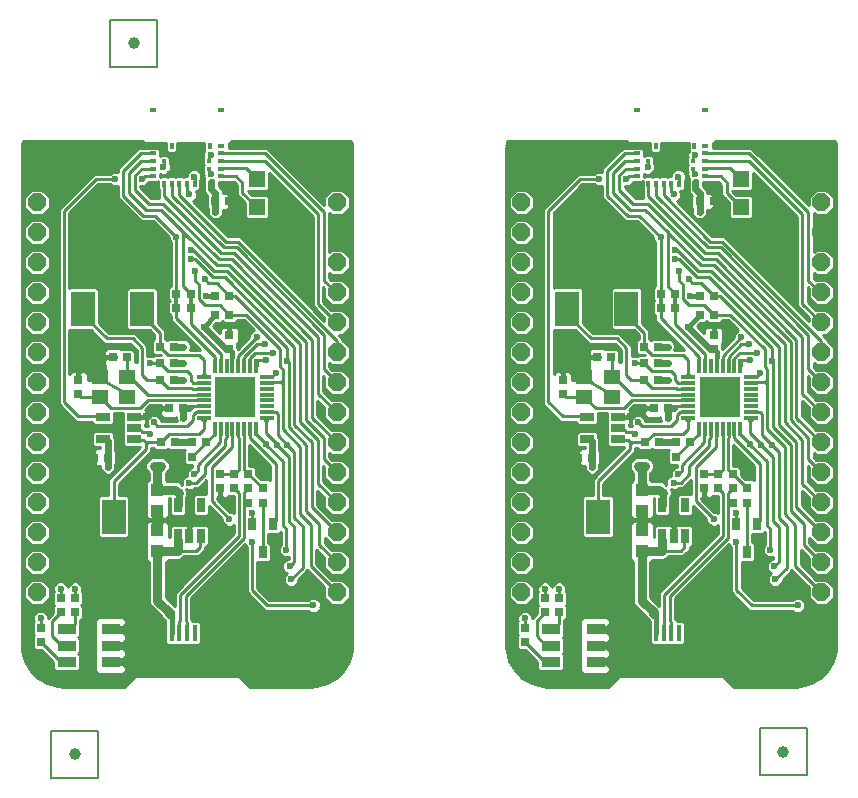
<source format=gtl>
G75*
%MOIN*%
%OFA0B0*%
%FSLAX25Y25*%
%IPPOS*%
%LPD*%
%AMOC8*
5,1,8,0,0,1.08239X$1,22.5*
%
%ADD10R,0.01181X0.02362*%
%ADD11R,0.01181X0.01181*%
%ADD12R,0.02362X0.01181*%
%ADD13R,0.05512X0.05512*%
%ADD14R,0.02756X0.02756*%
%ADD15R,0.07874X0.11811*%
%ADD16R,0.03937X0.03937*%
%ADD17R,0.02756X0.04724*%
%ADD18R,0.02756X0.03937*%
%ADD19R,0.06299X0.03543*%
%ADD20OC8,0.05906*%
%ADD21C,0.03937*%
%ADD22C,0.00787*%
%ADD23R,0.05512X0.04724*%
%ADD24R,0.04724X0.01181*%
%ADD25R,0.01181X0.04724*%
%ADD26R,0.13780X0.13780*%
%ADD27R,0.07087X0.07480*%
%ADD28R,0.06299X0.07480*%
%ADD29OC8,0.07480*%
%ADD30R,0.01575X0.05512*%
%ADD31C,0.03937*%
%ADD32R,0.01181X0.03150*%
%ADD33R,0.04724X0.02756*%
%ADD34C,0.00984*%
%ADD35C,0.02362*%
%ADD36C,0.01600*%
%ADD37C,0.01575*%
%ADD38C,0.02362*%
%ADD39C,0.03150*%
%ADD40C,0.01181*%
D10*
X0127753Y0258146D03*
X0130312Y0258146D03*
X0132871Y0258146D03*
X0135430Y0258146D03*
X0137989Y0258146D03*
X0140548Y0258146D03*
X0143107Y0258146D03*
X0143107Y0270744D03*
X0140548Y0270744D03*
X0137989Y0270744D03*
X0135430Y0270744D03*
X0132871Y0270744D03*
X0130312Y0270744D03*
X0127753Y0270744D03*
X0289170Y0270744D03*
X0291729Y0270744D03*
X0294288Y0270744D03*
X0296847Y0270744D03*
X0299406Y0270744D03*
X0301965Y0270744D03*
X0304524Y0270744D03*
X0304524Y0258146D03*
X0301965Y0258146D03*
X0299406Y0258146D03*
X0296847Y0258146D03*
X0294288Y0258146D03*
X0291729Y0258146D03*
X0289170Y0258146D03*
D11*
X0289170Y0265724D03*
X0304131Y0265724D03*
X0304131Y0263165D03*
X0142713Y0263165D03*
X0142713Y0265724D03*
X0127753Y0265724D03*
D12*
X0131493Y0265724D03*
X0131493Y0263165D03*
X0135430Y0263165D03*
X0135430Y0265724D03*
X0139367Y0265724D03*
X0139367Y0263165D03*
X0146847Y0263165D03*
X0146847Y0260606D03*
X0146847Y0258047D03*
X0146847Y0265724D03*
X0146847Y0268283D03*
X0146847Y0270843D03*
X0146847Y0282654D03*
X0124012Y0282654D03*
X0124012Y0270843D03*
X0124012Y0268283D03*
X0124012Y0265724D03*
X0124012Y0263165D03*
X0124012Y0260606D03*
X0124012Y0258047D03*
X0285430Y0258047D03*
X0285430Y0260606D03*
X0285430Y0263165D03*
X0285430Y0265724D03*
X0285430Y0268283D03*
X0285430Y0270843D03*
X0292910Y0265724D03*
X0292910Y0263165D03*
X0296847Y0263165D03*
X0296847Y0265724D03*
X0300784Y0265724D03*
X0300784Y0263165D03*
X0308264Y0263165D03*
X0308264Y0260606D03*
X0308264Y0258047D03*
X0308264Y0265724D03*
X0308264Y0268283D03*
X0308264Y0270843D03*
X0308264Y0282654D03*
X0285430Y0282654D03*
D13*
X0320075Y0259720D03*
X0320075Y0250272D03*
X0158658Y0250272D03*
X0158658Y0259720D03*
D14*
X0149603Y0252240D03*
X0144879Y0252240D03*
X0144879Y0220744D03*
X0149603Y0220744D03*
X0149603Y0214445D03*
X0144879Y0214445D03*
X0149603Y0207752D03*
X0149603Y0203028D03*
X0131099Y0203815D03*
X0126375Y0203815D03*
X0126375Y0198303D03*
X0131099Y0198303D03*
X0131099Y0192791D03*
X0126375Y0192791D03*
X0129524Y0183343D03*
X0134249Y0183343D03*
X0137005Y0171925D03*
X0141729Y0171925D03*
X0137005Y0167201D03*
X0132280Y0167201D03*
X0131493Y0171925D03*
X0126768Y0171925D03*
X0109052Y0166807D03*
X0104327Y0166807D03*
X0099209Y0188067D03*
X0099209Y0192791D03*
X0110627Y0200272D03*
X0115351Y0200272D03*
X0131886Y0216807D03*
X0131886Y0221531D03*
X0136611Y0221531D03*
X0136611Y0216807D03*
X0146453Y0161295D03*
X0151178Y0161295D03*
X0155902Y0161295D03*
X0160627Y0161295D03*
X0160627Y0156571D03*
X0160627Y0151846D03*
X0155902Y0151846D03*
X0155902Y0156571D03*
X0151178Y0156571D03*
X0146453Y0156571D03*
X0098028Y0119957D03*
X0093304Y0119957D03*
X0093304Y0115232D03*
X0098028Y0115232D03*
X0086611Y0110114D03*
X0086611Y0105390D03*
X0248028Y0105390D03*
X0248028Y0110114D03*
X0254721Y0115232D03*
X0259446Y0115232D03*
X0259446Y0119957D03*
X0254721Y0119957D03*
X0307871Y0156571D03*
X0312595Y0156571D03*
X0317320Y0156571D03*
X0322044Y0156571D03*
X0322044Y0151846D03*
X0317320Y0151846D03*
X0317320Y0161295D03*
X0322044Y0161295D03*
X0312595Y0161295D03*
X0307871Y0161295D03*
X0298422Y0167201D03*
X0293698Y0167201D03*
X0292910Y0171925D03*
X0288186Y0171925D03*
X0298422Y0171925D03*
X0303146Y0171925D03*
X0295666Y0183343D03*
X0290942Y0183343D03*
X0292516Y0192791D03*
X0287792Y0192791D03*
X0287792Y0198303D03*
X0292516Y0198303D03*
X0292516Y0203815D03*
X0287792Y0203815D03*
X0276768Y0200272D03*
X0272044Y0200272D03*
X0260627Y0192791D03*
X0260627Y0188067D03*
X0265745Y0166807D03*
X0270469Y0166807D03*
X0311020Y0203028D03*
X0311020Y0207752D03*
X0311020Y0214445D03*
X0306296Y0214445D03*
X0306296Y0220744D03*
X0311020Y0220744D03*
X0298028Y0221531D03*
X0298028Y0216807D03*
X0293304Y0216807D03*
X0293304Y0221531D03*
X0306296Y0252240D03*
X0311020Y0252240D03*
D15*
X0281886Y0236098D03*
X0262201Y0236098D03*
X0262201Y0216413D03*
X0281886Y0216413D03*
X0272438Y0147122D03*
X0272438Y0127437D03*
X0120469Y0216413D03*
X0100784Y0216413D03*
X0100784Y0236098D03*
X0120469Y0236098D03*
X0111020Y0147122D03*
X0111020Y0127437D03*
D16*
X0125587Y0135705D03*
X0125587Y0142791D03*
X0125587Y0149091D03*
X0125587Y0156177D03*
X0287005Y0156177D03*
X0287005Y0149091D03*
X0287005Y0142791D03*
X0287005Y0135705D03*
D17*
X0293894Y0140823D03*
X0297635Y0140823D03*
X0301375Y0140823D03*
X0301375Y0151059D03*
X0293894Y0151059D03*
X0139957Y0151059D03*
X0132477Y0151059D03*
X0132477Y0140823D03*
X0136217Y0140823D03*
X0139957Y0140823D03*
D18*
X0157083Y0144760D03*
X0164170Y0144760D03*
X0160627Y0135311D03*
X0318501Y0144760D03*
X0325587Y0144760D03*
X0322044Y0135311D03*
D19*
X0271650Y0109720D03*
X0271650Y0104209D03*
X0271650Y0098697D03*
X0256690Y0098697D03*
X0256690Y0104209D03*
X0256690Y0109720D03*
X0110233Y0109720D03*
X0110233Y0104209D03*
X0110233Y0098697D03*
X0095272Y0098697D03*
X0095272Y0104209D03*
X0095272Y0109720D03*
D20*
X0085430Y0121886D03*
X0085430Y0131886D03*
X0085430Y0141886D03*
X0085430Y0151886D03*
X0085430Y0161886D03*
X0085430Y0171886D03*
X0085430Y0181886D03*
X0085430Y0191886D03*
X0085430Y0201886D03*
X0085430Y0211886D03*
X0085430Y0221886D03*
X0085430Y0231886D03*
X0085430Y0241886D03*
X0085430Y0251886D03*
X0185430Y0251886D03*
X0185430Y0241886D03*
X0185430Y0231886D03*
X0185430Y0221886D03*
X0185430Y0211886D03*
X0185430Y0201886D03*
X0185430Y0191886D03*
X0185430Y0181886D03*
X0185430Y0171886D03*
X0185430Y0161886D03*
X0185430Y0151886D03*
X0185430Y0141886D03*
X0185430Y0131886D03*
X0185430Y0121886D03*
X0246847Y0121886D03*
X0246847Y0131886D03*
X0246847Y0141886D03*
X0246847Y0151886D03*
X0246847Y0161886D03*
X0246847Y0171886D03*
X0246847Y0181886D03*
X0246847Y0191886D03*
X0246847Y0201886D03*
X0246847Y0211886D03*
X0246847Y0221886D03*
X0246847Y0231886D03*
X0246847Y0241886D03*
X0246847Y0251886D03*
X0346847Y0251886D03*
X0346847Y0241886D03*
X0346847Y0231886D03*
X0346847Y0221886D03*
X0346847Y0211886D03*
X0346847Y0201886D03*
X0346847Y0191886D03*
X0346847Y0181886D03*
X0346847Y0171886D03*
X0346847Y0161886D03*
X0346847Y0151886D03*
X0346847Y0141886D03*
X0346847Y0131886D03*
X0346847Y0121886D03*
D21*
X0334249Y0068776D03*
X0098028Y0067988D03*
X0117713Y0304996D03*
D22*
X0090154Y0075862D02*
X0090154Y0060114D01*
X0105902Y0060114D01*
X0105902Y0075862D01*
X0090154Y0075862D01*
X0326375Y0076650D02*
X0326375Y0060902D01*
X0342123Y0060902D01*
X0342123Y0076650D01*
X0326375Y0076650D01*
X0125587Y0297122D02*
X0109839Y0297122D01*
X0109839Y0312870D01*
X0125587Y0312870D01*
X0125587Y0297122D01*
D23*
X0115548Y0193776D03*
X0115548Y0187083D03*
X0106493Y0187083D03*
X0106493Y0193776D03*
X0267910Y0193776D03*
X0267910Y0187083D03*
X0276965Y0187083D03*
X0276965Y0193776D03*
D24*
X0302556Y0193776D03*
X0302556Y0191807D03*
X0302556Y0189839D03*
X0302556Y0187870D03*
X0302556Y0185902D03*
X0302556Y0183933D03*
X0302556Y0181965D03*
X0302556Y0179996D03*
X0323422Y0179996D03*
X0323422Y0181965D03*
X0323422Y0183933D03*
X0323422Y0185902D03*
X0323422Y0187870D03*
X0323422Y0189839D03*
X0323422Y0191807D03*
X0323422Y0193776D03*
X0162005Y0193776D03*
X0162005Y0191807D03*
X0162005Y0189839D03*
X0162005Y0187870D03*
X0162005Y0185902D03*
X0162005Y0183933D03*
X0162005Y0181965D03*
X0162005Y0179996D03*
X0141138Y0179996D03*
X0141138Y0181965D03*
X0141138Y0183933D03*
X0141138Y0185902D03*
X0141138Y0187870D03*
X0141138Y0189839D03*
X0141138Y0191807D03*
X0141138Y0193776D03*
D25*
X0144682Y0197319D03*
X0146650Y0197319D03*
X0148619Y0197319D03*
X0150587Y0197319D03*
X0152556Y0197319D03*
X0154524Y0197319D03*
X0156493Y0197319D03*
X0158461Y0197319D03*
X0158461Y0176453D03*
X0156493Y0176453D03*
X0154524Y0176453D03*
X0152556Y0176453D03*
X0150587Y0176453D03*
X0148619Y0176453D03*
X0146650Y0176453D03*
X0144682Y0176453D03*
X0306099Y0176453D03*
X0308068Y0176453D03*
X0310036Y0176453D03*
X0312005Y0176453D03*
X0313973Y0176453D03*
X0315942Y0176453D03*
X0317910Y0176453D03*
X0319879Y0176453D03*
X0319879Y0197319D03*
X0317910Y0197319D03*
X0315942Y0197319D03*
X0313973Y0197319D03*
X0312005Y0197319D03*
X0310036Y0197319D03*
X0308068Y0197319D03*
X0306099Y0197319D03*
D26*
X0312989Y0186886D03*
X0151572Y0186886D03*
D27*
X0139957Y0097713D03*
X0130902Y0097713D03*
X0292320Y0097713D03*
X0301375Y0097713D03*
D28*
X0310233Y0097713D03*
X0283461Y0097713D03*
X0148816Y0097713D03*
X0122044Y0097713D03*
D29*
X0118894Y0097713D03*
X0151965Y0097713D03*
X0280312Y0097713D03*
X0313383Y0097713D03*
D30*
X0301965Y0108343D03*
X0299406Y0108343D03*
X0296847Y0108343D03*
X0294288Y0108343D03*
X0291729Y0108343D03*
X0140548Y0108343D03*
X0137989Y0108343D03*
X0135430Y0108343D03*
X0132871Y0108343D03*
X0130312Y0108343D03*
D31*
X0126768Y0107555D02*
X0126768Y0111492D01*
X0144091Y0111492D02*
X0144091Y0107555D01*
X0288186Y0107555D02*
X0288186Y0111492D01*
X0305509Y0111492D02*
X0305509Y0107555D01*
D32*
X0298028Y0219169D03*
X0293304Y0219169D03*
X0136611Y0219169D03*
X0131886Y0219169D03*
D33*
X0117713Y0180390D03*
X0117713Y0176650D03*
X0117713Y0172909D03*
X0107477Y0172909D03*
X0107477Y0180390D03*
X0268894Y0180390D03*
X0268894Y0172909D03*
X0279131Y0172909D03*
X0279131Y0176650D03*
X0279131Y0180390D03*
D34*
X0279327Y0180390D01*
X0279524Y0180587D01*
X0283068Y0180587D01*
X0282733Y0180781D02*
X0284615Y0180781D01*
X0284430Y0180704D02*
X0283737Y0180012D01*
X0283363Y0179108D01*
X0283363Y0178129D01*
X0283731Y0177240D01*
X0282772Y0177240D01*
X0282772Y0178064D01*
X0283068Y0178359D01*
X0283068Y0179664D01*
X0282342Y0180390D01*
X0283068Y0181115D01*
X0283068Y0182420D01*
X0282875Y0182613D01*
X0284589Y0184327D01*
X0287792Y0184327D01*
X0287792Y0184265D01*
X0288714Y0183343D01*
X0287792Y0182420D01*
X0287792Y0181115D01*
X0288714Y0180193D01*
X0293169Y0180193D01*
X0293205Y0180230D01*
X0293205Y0179703D01*
X0293410Y0179209D01*
X0288242Y0179209D01*
X0287909Y0180012D01*
X0287217Y0180704D01*
X0286313Y0181079D01*
X0285334Y0181079D01*
X0284430Y0180704D01*
X0283649Y0179798D02*
X0282934Y0179798D01*
X0283068Y0180193D02*
X0279524Y0180193D01*
X0279524Y0180390D01*
X0281099Y0183343D02*
X0271650Y0183343D01*
X0267910Y0187083D01*
X0261611Y0187083D01*
X0260627Y0188067D01*
X0260627Y0192398D02*
X0260627Y0194625D01*
X0260627Y0192398D01*
X0260627Y0192398D01*
X0260627Y0192574D02*
X0260627Y0192574D01*
X0260627Y0193557D02*
X0260627Y0193557D01*
X0260627Y0194540D02*
X0260627Y0194540D01*
X0260627Y0194625D02*
X0259704Y0195547D01*
X0258400Y0195547D01*
X0257674Y0194822D01*
X0257674Y0209289D01*
X0257734Y0209228D01*
X0264912Y0209228D01*
X0269342Y0204799D01*
X0278003Y0204799D01*
X0280115Y0202687D01*
X0280115Y0198598D01*
X0280094Y0198598D01*
X0279426Y0198598D01*
X0279426Y0202180D01*
X0278676Y0202929D01*
X0274860Y0202929D01*
X0274812Y0202880D01*
X0274271Y0203421D01*
X0270211Y0203421D01*
X0269288Y0202499D01*
X0269288Y0201194D01*
X0270211Y0200272D01*
X0272044Y0200272D01*
X0272044Y0200272D01*
X0270211Y0200272D01*
X0269288Y0199349D01*
X0269288Y0198045D01*
X0269493Y0197840D01*
X0269386Y0197734D01*
X0269386Y0192693D01*
X0263776Y0192693D01*
X0263776Y0194625D01*
X0262854Y0195547D01*
X0261549Y0195547D01*
X0260627Y0194625D01*
X0261524Y0195522D02*
X0259729Y0195522D01*
X0258375Y0195522D02*
X0257674Y0195522D01*
X0257674Y0196505D02*
X0269386Y0196505D01*
X0269386Y0195522D02*
X0262879Y0195522D01*
X0263776Y0194540D02*
X0269386Y0194540D01*
X0269386Y0193557D02*
X0263776Y0193557D01*
X0267910Y0193776D02*
X0268304Y0193776D01*
X0270469Y0191610D01*
X0274406Y0189248D01*
X0276572Y0187083D01*
X0276965Y0187083D01*
X0281099Y0183343D02*
X0283855Y0186098D01*
X0298422Y0186098D01*
X0298619Y0185902D01*
X0302556Y0185902D01*
X0302556Y0187870D02*
X0298619Y0187870D01*
X0298422Y0187673D01*
X0283855Y0187673D01*
X0277753Y0193776D01*
X0276965Y0193776D01*
X0276965Y0200075D01*
X0276768Y0200272D01*
X0279426Y0200436D02*
X0280115Y0200436D01*
X0280115Y0199453D02*
X0279426Y0199453D01*
X0279426Y0201419D02*
X0280115Y0201419D01*
X0280115Y0202402D02*
X0279204Y0202402D01*
X0279418Y0203384D02*
X0274308Y0203384D01*
X0270174Y0203384D02*
X0257674Y0203384D01*
X0257674Y0202402D02*
X0269288Y0202402D01*
X0269288Y0201419D02*
X0257674Y0201419D01*
X0257674Y0200436D02*
X0270046Y0200436D01*
X0269392Y0199453D02*
X0257674Y0199453D01*
X0257674Y0198471D02*
X0269288Y0198471D01*
X0269386Y0197488D02*
X0257674Y0197488D01*
X0254131Y0197488D02*
X0241827Y0197488D01*
X0241827Y0198471D02*
X0244277Y0198471D01*
X0245094Y0197654D02*
X0248600Y0197654D01*
X0251079Y0200133D01*
X0251079Y0203639D01*
X0248600Y0206118D01*
X0245094Y0206118D01*
X0242615Y0203639D01*
X0242615Y0200133D01*
X0245094Y0197654D01*
X0245094Y0196118D02*
X0242615Y0193639D01*
X0242615Y0190133D01*
X0245094Y0187654D01*
X0248600Y0187654D01*
X0251079Y0190133D01*
X0251079Y0193639D01*
X0248600Y0196118D01*
X0245094Y0196118D01*
X0244498Y0195522D02*
X0241827Y0195522D01*
X0241827Y0194540D02*
X0243515Y0194540D01*
X0242615Y0193557D02*
X0241827Y0193557D01*
X0241827Y0192574D02*
X0242615Y0192574D01*
X0242615Y0191591D02*
X0241827Y0191591D01*
X0241827Y0190608D02*
X0242615Y0190608D01*
X0243122Y0189626D02*
X0241827Y0189626D01*
X0241827Y0188643D02*
X0244105Y0188643D01*
X0245087Y0187660D02*
X0241827Y0187660D01*
X0241827Y0186677D02*
X0254131Y0186677D01*
X0254131Y0185695D02*
X0249024Y0185695D01*
X0248600Y0186118D02*
X0251079Y0183639D01*
X0251079Y0180133D01*
X0248600Y0177654D01*
X0245094Y0177654D01*
X0242615Y0180133D01*
X0242615Y0183639D01*
X0245094Y0186118D01*
X0248600Y0186118D01*
X0248607Y0187660D02*
X0254131Y0187660D01*
X0254131Y0188643D02*
X0249590Y0188643D01*
X0250572Y0189626D02*
X0254131Y0189626D01*
X0254131Y0190608D02*
X0251079Y0190608D01*
X0251079Y0191591D02*
X0254131Y0191591D01*
X0254131Y0192574D02*
X0251079Y0192574D01*
X0251079Y0193557D02*
X0254131Y0193557D01*
X0254131Y0194540D02*
X0250179Y0194540D01*
X0249196Y0195522D02*
X0254131Y0195522D01*
X0254131Y0196505D02*
X0241827Y0196505D01*
X0241827Y0199453D02*
X0243294Y0199453D01*
X0242615Y0200436D02*
X0241827Y0200436D01*
X0241827Y0201419D02*
X0242615Y0201419D01*
X0242615Y0202402D02*
X0241827Y0202402D01*
X0241827Y0203384D02*
X0242615Y0203384D01*
X0243343Y0204367D02*
X0241827Y0204367D01*
X0241827Y0205350D02*
X0244326Y0205350D01*
X0245094Y0207654D02*
X0242615Y0210133D01*
X0242615Y0213639D01*
X0245094Y0216118D01*
X0248600Y0216118D01*
X0251079Y0213639D01*
X0251079Y0210133D01*
X0248600Y0207654D01*
X0245094Y0207654D01*
X0244449Y0208298D02*
X0241827Y0208298D01*
X0241827Y0207315D02*
X0254131Y0207315D01*
X0254131Y0206333D02*
X0241827Y0206333D01*
X0241827Y0209281D02*
X0243467Y0209281D01*
X0242615Y0210264D02*
X0241827Y0210264D01*
X0241827Y0211246D02*
X0242615Y0211246D01*
X0242615Y0212229D02*
X0241827Y0212229D01*
X0241827Y0213212D02*
X0242615Y0213212D01*
X0243171Y0214195D02*
X0241827Y0214195D01*
X0241827Y0215178D02*
X0244153Y0215178D01*
X0241827Y0216160D02*
X0254131Y0216160D01*
X0254131Y0215178D02*
X0249541Y0215178D01*
X0250523Y0214195D02*
X0254131Y0214195D01*
X0254131Y0213212D02*
X0251079Y0213212D01*
X0251079Y0212229D02*
X0254131Y0212229D01*
X0254131Y0211246D02*
X0251079Y0211246D01*
X0251079Y0210264D02*
X0254131Y0210264D01*
X0254131Y0209281D02*
X0250228Y0209281D01*
X0249245Y0208298D02*
X0254131Y0208298D01*
X0254131Y0205350D02*
X0249368Y0205350D01*
X0250351Y0204367D02*
X0254131Y0204367D01*
X0254131Y0203384D02*
X0251079Y0203384D01*
X0251079Y0202402D02*
X0254131Y0202402D01*
X0254131Y0201419D02*
X0251079Y0201419D01*
X0251079Y0200436D02*
X0254131Y0200436D01*
X0254131Y0199453D02*
X0250400Y0199453D01*
X0249417Y0198471D02*
X0254131Y0198471D01*
X0257674Y0204367D02*
X0278435Y0204367D01*
X0278737Y0206571D02*
X0281886Y0203421D01*
X0281886Y0194366D01*
X0283461Y0192791D01*
X0287792Y0192791D01*
X0290548Y0190035D01*
X0298422Y0190035D01*
X0298619Y0189839D01*
X0302556Y0189839D01*
X0302556Y0191807D02*
X0299012Y0191807D01*
X0298028Y0192791D01*
X0298028Y0194366D01*
X0296847Y0195547D01*
X0290548Y0195547D01*
X0287792Y0198303D01*
X0284642Y0198303D01*
X0283658Y0200559D02*
X0283658Y0204155D01*
X0279471Y0208343D01*
X0270809Y0208343D01*
X0267418Y0211734D01*
X0267418Y0222849D01*
X0266668Y0223598D01*
X0257734Y0223598D01*
X0257674Y0223538D01*
X0257674Y0248357D01*
X0267266Y0257949D01*
X0271123Y0257949D01*
X0271438Y0257634D01*
X0272342Y0257260D01*
X0273321Y0257260D01*
X0273816Y0257465D01*
X0273816Y0253475D01*
X0280509Y0246782D01*
X0281546Y0245744D01*
X0285483Y0245744D01*
X0290843Y0240384D01*
X0290843Y0239940D01*
X0291218Y0239035D01*
X0291532Y0238721D01*
X0291532Y0224189D01*
X0291396Y0224189D01*
X0290646Y0223439D01*
X0290646Y0219624D01*
X0291101Y0219169D01*
X0290646Y0218715D01*
X0290646Y0214899D01*
X0291396Y0214150D01*
X0291532Y0214150D01*
X0291532Y0212530D01*
X0292570Y0211492D01*
X0301231Y0202831D01*
X0297922Y0202831D01*
X0298127Y0203326D01*
X0298127Y0204304D01*
X0297752Y0205209D01*
X0297060Y0205901D01*
X0296155Y0206276D01*
X0294621Y0206276D01*
X0294424Y0206472D01*
X0290608Y0206472D01*
X0290154Y0206018D01*
X0289700Y0206472D01*
X0289564Y0206472D01*
X0289564Y0209273D01*
X0287103Y0211734D01*
X0287103Y0222849D01*
X0286353Y0223598D01*
X0277419Y0223598D01*
X0276670Y0222849D01*
X0276670Y0209978D01*
X0277419Y0209228D01*
X0284598Y0209228D01*
X0286020Y0207806D01*
X0286020Y0206472D01*
X0285884Y0206472D01*
X0285135Y0205723D01*
X0285135Y0201907D01*
X0285884Y0201157D01*
X0287944Y0201157D01*
X0288141Y0200961D01*
X0285884Y0200961D01*
X0285525Y0200601D01*
X0285132Y0200764D01*
X0284153Y0200764D01*
X0283658Y0200559D01*
X0283658Y0201419D02*
X0285623Y0201419D01*
X0285135Y0202402D02*
X0283658Y0202402D01*
X0283658Y0203384D02*
X0285135Y0203384D01*
X0285135Y0204367D02*
X0283446Y0204367D01*
X0282463Y0205350D02*
X0285135Y0205350D01*
X0285744Y0206333D02*
X0281481Y0206333D01*
X0280498Y0207315D02*
X0286020Y0207315D01*
X0285528Y0208298D02*
X0279515Y0208298D01*
X0278737Y0206571D02*
X0270075Y0206571D01*
X0262201Y0214445D01*
X0262201Y0216413D01*
X0267418Y0216160D02*
X0276670Y0216160D01*
X0276670Y0215178D02*
X0267418Y0215178D01*
X0267418Y0214195D02*
X0276670Y0214195D01*
X0276670Y0213212D02*
X0267418Y0213212D01*
X0267418Y0212229D02*
X0276670Y0212229D01*
X0276670Y0211246D02*
X0267905Y0211246D01*
X0268888Y0210264D02*
X0276670Y0210264D01*
X0277367Y0209281D02*
X0269871Y0209281D01*
X0267808Y0206333D02*
X0257674Y0206333D01*
X0257674Y0207315D02*
X0266825Y0207315D01*
X0265843Y0208298D02*
X0257674Y0208298D01*
X0257674Y0209281D02*
X0257682Y0209281D01*
X0257674Y0205350D02*
X0268791Y0205350D01*
X0267418Y0217143D02*
X0276670Y0217143D01*
X0276670Y0218126D02*
X0267418Y0218126D01*
X0267418Y0219109D02*
X0276670Y0219109D01*
X0276670Y0220091D02*
X0267418Y0220091D01*
X0267418Y0221074D02*
X0276670Y0221074D01*
X0276670Y0222057D02*
X0267418Y0222057D01*
X0267227Y0223040D02*
X0276861Y0223040D01*
X0281886Y0216413D02*
X0281886Y0214445D01*
X0287792Y0208539D01*
X0287792Y0203815D01*
X0290548Y0201059D01*
X0300784Y0201059D01*
X0302359Y0199484D01*
X0302359Y0194760D01*
X0303146Y0193972D01*
X0302556Y0193776D02*
X0302359Y0193972D01*
X0302359Y0194760D01*
X0301572Y0193972D01*
X0306099Y0197319D02*
X0306099Y0200469D01*
X0293304Y0213264D01*
X0293304Y0216807D01*
X0293304Y0219169D01*
X0291040Y0219109D02*
X0287103Y0219109D01*
X0287103Y0220091D02*
X0290646Y0220091D01*
X0290646Y0221074D02*
X0287103Y0221074D01*
X0287103Y0222057D02*
X0290646Y0222057D01*
X0290646Y0223040D02*
X0286912Y0223040D01*
X0291229Y0224022D02*
X0257674Y0224022D01*
X0257674Y0225005D02*
X0291532Y0225005D01*
X0291532Y0225988D02*
X0257674Y0225988D01*
X0257674Y0226971D02*
X0291532Y0226971D01*
X0291532Y0227953D02*
X0257674Y0227953D01*
X0257674Y0228936D02*
X0291532Y0228936D01*
X0291532Y0229919D02*
X0257674Y0229919D01*
X0257674Y0230902D02*
X0291532Y0230902D01*
X0291532Y0231885D02*
X0257674Y0231885D01*
X0257674Y0232867D02*
X0291532Y0232867D01*
X0291532Y0233850D02*
X0257674Y0233850D01*
X0257674Y0234833D02*
X0291532Y0234833D01*
X0291532Y0235816D02*
X0257674Y0235816D01*
X0257674Y0236798D02*
X0291532Y0236798D01*
X0291532Y0237781D02*
X0257674Y0237781D01*
X0257674Y0238764D02*
X0291489Y0238764D01*
X0290923Y0239747D02*
X0257674Y0239747D01*
X0257674Y0240729D02*
X0290498Y0240729D01*
X0289515Y0241712D02*
X0257674Y0241712D01*
X0257674Y0242695D02*
X0288533Y0242695D01*
X0287550Y0243678D02*
X0257674Y0243678D01*
X0257674Y0244660D02*
X0286567Y0244660D01*
X0285584Y0245643D02*
X0257674Y0245643D01*
X0257674Y0246626D02*
X0280664Y0246626D01*
X0279682Y0247609D02*
X0257674Y0247609D01*
X0257909Y0248591D02*
X0278699Y0248591D01*
X0277716Y0249574D02*
X0258891Y0249574D01*
X0259874Y0250557D02*
X0276733Y0250557D01*
X0275751Y0251540D02*
X0260857Y0251540D01*
X0261840Y0252523D02*
X0274768Y0252523D01*
X0273816Y0253505D02*
X0262822Y0253505D01*
X0263805Y0254488D02*
X0273816Y0254488D01*
X0273816Y0255471D02*
X0264788Y0255471D01*
X0265771Y0256454D02*
X0273816Y0256454D01*
X0273816Y0257436D02*
X0273747Y0257436D01*
X0271916Y0257436D02*
X0266754Y0257436D01*
X0266532Y0259720D02*
X0272831Y0259720D01*
X0271123Y0261492D02*
X0265798Y0261492D01*
X0264760Y0260454D01*
X0254131Y0249824D01*
X0254131Y0184577D01*
X0255168Y0183539D01*
X0259893Y0178815D01*
X0265253Y0178815D01*
X0265253Y0178482D01*
X0266002Y0177732D01*
X0271787Y0177732D01*
X0272536Y0178482D01*
X0272536Y0181571D01*
X0275587Y0181571D01*
X0275587Y0178656D01*
X0275489Y0178558D01*
X0275489Y0171001D01*
X0276238Y0170252D01*
X0281251Y0170252D01*
X0270666Y0159667D01*
X0270666Y0154307D01*
X0267971Y0154307D01*
X0267221Y0153558D01*
X0267221Y0140687D01*
X0267971Y0139937D01*
X0276905Y0139937D01*
X0277654Y0140687D01*
X0277654Y0153558D01*
X0276905Y0154307D01*
X0274209Y0154307D01*
X0274209Y0158199D01*
X0283801Y0167791D01*
X0283801Y0167791D01*
X0284839Y0168829D01*
X0284839Y0170154D01*
X0285528Y0170154D01*
X0285528Y0170017D01*
X0286278Y0169268D01*
X0290094Y0169268D01*
X0290548Y0169722D01*
X0291002Y0169268D01*
X0294818Y0169268D01*
X0295015Y0169465D01*
X0296120Y0169465D01*
X0295764Y0169109D01*
X0295764Y0165293D01*
X0296514Y0164543D01*
X0298619Y0164543D01*
X0298619Y0163714D01*
X0297815Y0163381D01*
X0297123Y0162689D01*
X0296749Y0161785D01*
X0296749Y0160836D01*
X0296241Y0160625D01*
X0295548Y0159933D01*
X0295174Y0159029D01*
X0295174Y0158050D01*
X0295245Y0157879D01*
X0294527Y0158597D01*
X0293478Y0159031D01*
X0290314Y0159031D01*
X0290019Y0159327D01*
X0289859Y0159327D01*
X0289859Y0161688D01*
X0290605Y0162434D01*
X0291040Y0163483D01*
X0291040Y0164619D01*
X0290605Y0165668D01*
X0289803Y0166471D01*
X0288753Y0166905D01*
X0285256Y0166905D01*
X0284207Y0166471D01*
X0283404Y0165668D01*
X0282969Y0164619D01*
X0282969Y0163483D01*
X0283404Y0162434D01*
X0284150Y0161688D01*
X0284150Y0159327D01*
X0283990Y0159327D01*
X0283068Y0158404D01*
X0283068Y0147257D01*
X0283990Y0146335D01*
X0285295Y0146335D01*
X0286217Y0147257D01*
X0286217Y0149878D01*
X0287792Y0149878D01*
X0287792Y0147257D01*
X0288714Y0146335D01*
X0290019Y0146335D01*
X0290942Y0147257D01*
X0290942Y0153323D01*
X0291237Y0153323D01*
X0291237Y0148167D01*
X0291986Y0147417D01*
X0295802Y0147417D01*
X0296552Y0148167D01*
X0296552Y0153478D01*
X0296946Y0154428D01*
X0296946Y0155564D01*
X0296647Y0156285D01*
X0297145Y0156079D01*
X0298124Y0156079D01*
X0299028Y0156453D01*
X0299343Y0156768D01*
X0300731Y0156768D01*
X0303343Y0159380D01*
X0303343Y0154640D01*
X0303283Y0154701D01*
X0299467Y0154701D01*
X0298717Y0153951D01*
X0298717Y0148167D01*
X0299467Y0147417D01*
X0303283Y0147417D01*
X0304032Y0148167D01*
X0304032Y0150817D01*
X0308560Y0146290D01*
X0308560Y0145845D01*
X0308934Y0144941D01*
X0309627Y0144249D01*
X0310531Y0143874D01*
X0311510Y0143874D01*
X0312398Y0144242D01*
X0312398Y0141557D01*
X0293751Y0122909D01*
X0292713Y0121872D01*
X0292713Y0117497D01*
X0289859Y0120352D01*
X0289859Y0132161D01*
X0290019Y0132161D01*
X0290708Y0132850D01*
X0294265Y0132850D01*
X0295314Y0133285D01*
X0295962Y0133933D01*
X0300731Y0133933D01*
X0301768Y0134971D01*
X0302949Y0136152D01*
X0302949Y0137181D01*
X0303283Y0137181D01*
X0304032Y0137931D01*
X0304032Y0143715D01*
X0303283Y0144465D01*
X0299467Y0144465D01*
X0299368Y0144366D01*
X0298557Y0144366D01*
X0297635Y0143444D01*
X0297635Y0140035D01*
X0297634Y0140035D01*
X0297634Y0143444D01*
X0296712Y0144366D01*
X0295901Y0144366D01*
X0295802Y0144465D01*
X0291986Y0144465D01*
X0291237Y0143715D01*
X0291237Y0140963D01*
X0290942Y0140250D01*
X0290942Y0144625D01*
X0290019Y0145547D01*
X0288714Y0145547D01*
X0287792Y0144625D01*
X0287792Y0142004D01*
X0286217Y0142004D01*
X0286217Y0144625D01*
X0285295Y0145547D01*
X0283990Y0145547D01*
X0283068Y0144625D01*
X0283068Y0133084D01*
X0283990Y0132161D01*
X0284150Y0132161D01*
X0284150Y0118602D01*
X0284585Y0117552D01*
X0288087Y0114050D01*
X0288087Y0113982D01*
X0289662Y0112408D01*
X0289662Y0105057D01*
X0290412Y0104307D01*
X0300724Y0104307D01*
X0301473Y0105057D01*
X0301473Y0111628D01*
X0300724Y0112378D01*
X0298619Y0112378D01*
X0298619Y0112817D01*
X0298225Y0113210D01*
X0298225Y0120010D01*
X0316198Y0137983D01*
X0316415Y0137460D01*
X0316729Y0137146D01*
X0316729Y0121979D01*
X0322885Y0115823D01*
X0337265Y0115823D01*
X0337579Y0115508D01*
X0338484Y0115134D01*
X0339463Y0115134D01*
X0340367Y0115508D01*
X0341059Y0116201D01*
X0341434Y0117105D01*
X0341434Y0118084D01*
X0341059Y0118988D01*
X0340367Y0119680D01*
X0339463Y0120055D01*
X0338484Y0120055D01*
X0337579Y0119680D01*
X0337265Y0119366D01*
X0324353Y0119366D01*
X0320272Y0123446D01*
X0320272Y0132063D01*
X0323952Y0132063D01*
X0324701Y0132813D01*
X0324701Y0137810D01*
X0323952Y0138559D01*
X0323816Y0138559D01*
X0323816Y0141512D01*
X0327495Y0141512D01*
X0328146Y0142163D01*
X0328146Y0137807D01*
X0327832Y0137492D01*
X0327457Y0136588D01*
X0327457Y0135609D01*
X0327832Y0134705D01*
X0328524Y0134012D01*
X0329429Y0133638D01*
X0330407Y0133638D01*
X0330902Y0133843D01*
X0330902Y0133047D01*
X0330610Y0133047D01*
X0329705Y0132673D01*
X0329013Y0131980D01*
X0328638Y0131076D01*
X0328638Y0130097D01*
X0329013Y0129193D01*
X0329705Y0128501D01*
X0330096Y0128339D01*
X0329407Y0127650D01*
X0329032Y0126745D01*
X0329032Y0125766D01*
X0329407Y0124862D01*
X0330099Y0124170D01*
X0331003Y0123795D01*
X0331982Y0123795D01*
X0332887Y0124170D01*
X0333579Y0124862D01*
X0333953Y0125766D01*
X0333953Y0126211D01*
X0337005Y0129262D01*
X0337452Y0128815D01*
X0342621Y0123645D01*
X0342615Y0123639D01*
X0342615Y0120133D01*
X0345094Y0117654D01*
X0348600Y0117654D01*
X0351079Y0120133D01*
X0351079Y0123639D01*
X0348600Y0126118D01*
X0345160Y0126118D01*
X0339957Y0131320D01*
X0339957Y0136152D01*
X0340208Y0135902D01*
X0342615Y0133495D01*
X0342615Y0130133D01*
X0345094Y0127654D01*
X0348600Y0127654D01*
X0351079Y0130133D01*
X0351079Y0133639D01*
X0348600Y0136118D01*
X0345094Y0136118D01*
X0345048Y0136072D01*
X0342713Y0138407D01*
X0342713Y0140034D01*
X0345094Y0137654D01*
X0348600Y0137654D01*
X0351079Y0140133D01*
X0351079Y0143639D01*
X0348600Y0146118D01*
X0345238Y0146118D01*
X0340351Y0151005D01*
X0340351Y0155876D01*
X0342615Y0153613D01*
X0342615Y0150133D01*
X0345094Y0147654D01*
X0348600Y0147654D01*
X0351079Y0150133D01*
X0351079Y0153639D01*
X0348600Y0156118D01*
X0345120Y0156118D01*
X0342320Y0158919D01*
X0342320Y0163908D01*
X0342615Y0163613D01*
X0342615Y0160133D01*
X0345094Y0157654D01*
X0348600Y0157654D01*
X0351079Y0160133D01*
X0351079Y0163639D01*
X0348600Y0166118D01*
X0345120Y0166118D01*
X0344288Y0166950D01*
X0344288Y0168460D01*
X0345094Y0167654D01*
X0348600Y0167654D01*
X0351079Y0170133D01*
X0351079Y0173639D01*
X0348600Y0176118D01*
X0345120Y0176118D01*
X0340351Y0180887D01*
X0340351Y0185876D01*
X0342615Y0183613D01*
X0342615Y0180133D01*
X0345094Y0177654D01*
X0348600Y0177654D01*
X0351079Y0180133D01*
X0351079Y0183639D01*
X0348600Y0186118D01*
X0345120Y0186118D01*
X0342320Y0188919D01*
X0342320Y0193908D01*
X0342615Y0193613D01*
X0342615Y0190133D01*
X0345094Y0187654D01*
X0348600Y0187654D01*
X0351079Y0190133D01*
X0351079Y0193639D01*
X0348600Y0196118D01*
X0345120Y0196118D01*
X0344288Y0196950D01*
X0344288Y0198460D01*
X0345094Y0197654D01*
X0348600Y0197654D01*
X0351079Y0200133D01*
X0351079Y0203639D01*
X0348619Y0206100D01*
X0348619Y0206517D01*
X0347482Y0207654D01*
X0348600Y0207654D01*
X0351079Y0210133D01*
X0351079Y0213639D01*
X0348600Y0216118D01*
X0345094Y0216118D01*
X0345009Y0216033D01*
X0342320Y0218722D01*
X0342320Y0223554D01*
X0342615Y0223258D01*
X0342615Y0220133D01*
X0345094Y0217654D01*
X0348600Y0217654D01*
X0351079Y0220133D01*
X0351079Y0223639D01*
X0348600Y0226118D01*
X0345094Y0226118D01*
X0344930Y0225954D01*
X0344288Y0226596D01*
X0344288Y0228460D01*
X0345094Y0227654D01*
X0348600Y0227654D01*
X0351079Y0230133D01*
X0351079Y0233639D01*
X0348600Y0236118D01*
X0345094Y0236118D01*
X0344288Y0235312D01*
X0344288Y0248460D01*
X0345094Y0247654D01*
X0348600Y0247654D01*
X0351079Y0250133D01*
X0351079Y0253639D01*
X0348600Y0256118D01*
X0345094Y0256118D01*
X0342615Y0253639D01*
X0342615Y0251104D01*
X0323565Y0270154D01*
X0310725Y0270154D01*
X0310725Y0271827D01*
X0311157Y0271827D01*
X0311649Y0272319D01*
X0351490Y0272319D01*
X0351750Y0271349D01*
X0351867Y0269563D01*
X0351867Y0104209D01*
X0351750Y0102423D01*
X0350825Y0098973D01*
X0349040Y0095880D01*
X0346514Y0093355D01*
X0343421Y0091569D01*
X0339971Y0090645D01*
X0338186Y0090528D01*
X0317782Y0090528D01*
X0314239Y0094071D01*
X0279456Y0094071D01*
X0278245Y0092860D01*
X0275912Y0090528D01*
X0255509Y0090528D01*
X0253723Y0090645D01*
X0250273Y0091569D01*
X0247180Y0093355D01*
X0244655Y0095880D01*
X0242869Y0098973D01*
X0241944Y0102423D01*
X0241827Y0104209D01*
X0241827Y0269563D01*
X0241944Y0271349D01*
X0242204Y0272319D01*
X0282045Y0272319D01*
X0282538Y0271827D01*
X0289859Y0271827D01*
X0289859Y0269033D01*
X0290608Y0268283D01*
X0292850Y0268283D01*
X0293599Y0269033D01*
X0293599Y0271827D01*
X0302654Y0271827D01*
X0302654Y0269033D01*
X0302667Y0269020D01*
X0302635Y0268988D01*
X0302260Y0268084D01*
X0302260Y0267105D01*
X0302337Y0266921D01*
X0302260Y0266845D01*
X0302260Y0264604D01*
X0302419Y0264445D01*
X0302260Y0264286D01*
X0302260Y0262045D01*
X0302337Y0261969D01*
X0302260Y0261785D01*
X0302260Y0260806D01*
X0302635Y0259901D01*
X0302667Y0259870D01*
X0302654Y0259857D01*
X0302654Y0255403D01*
X0302856Y0255201D01*
X0303029Y0254783D01*
X0303639Y0254173D01*
X0303540Y0254074D01*
X0303540Y0250407D01*
X0303835Y0250111D01*
X0303835Y0248207D01*
X0304210Y0247303D01*
X0304902Y0246611D01*
X0305806Y0246236D01*
X0306785Y0246236D01*
X0307690Y0246611D01*
X0308382Y0247303D01*
X0308757Y0248207D01*
X0308757Y0249521D01*
X0308793Y0249484D01*
X0310098Y0249484D01*
X0311020Y0250407D01*
X0311020Y0254074D01*
X0310098Y0254996D01*
X0308793Y0254996D01*
X0308757Y0254959D01*
X0308757Y0255486D01*
X0308382Y0256390D01*
X0307379Y0257393D01*
X0307379Y0258736D01*
X0309976Y0258736D01*
X0310074Y0258835D01*
X0312550Y0258835D01*
X0313579Y0257806D01*
X0313579Y0254262D01*
X0314617Y0253224D01*
X0316040Y0251802D01*
X0316040Y0246986D01*
X0316790Y0246236D01*
X0323361Y0246236D01*
X0324111Y0246986D01*
X0324111Y0253558D01*
X0323361Y0254307D01*
X0318546Y0254307D01*
X0317168Y0255685D01*
X0323361Y0255685D01*
X0324111Y0256435D01*
X0324111Y0261841D01*
X0338776Y0247176D01*
X0338776Y0217254D01*
X0339814Y0216217D01*
X0342615Y0213416D01*
X0342615Y0212521D01*
X0314510Y0240626D01*
X0310573Y0240626D01*
X0298784Y0252415D01*
X0299028Y0252516D01*
X0299721Y0253209D01*
X0300095Y0254113D01*
X0300095Y0255092D01*
X0299849Y0255685D01*
X0300527Y0255685D01*
X0301276Y0256435D01*
X0301276Y0259095D01*
X0301295Y0259114D01*
X0301670Y0260018D01*
X0301670Y0260997D01*
X0301295Y0261902D01*
X0300603Y0262594D01*
X0299699Y0262968D01*
X0298720Y0262968D01*
X0297815Y0262594D01*
X0297123Y0261902D01*
X0296749Y0260997D01*
X0296749Y0260606D01*
X0295727Y0260606D01*
X0295568Y0260447D01*
X0295409Y0260606D01*
X0293167Y0260606D01*
X0293009Y0260447D01*
X0292850Y0260606D01*
X0290608Y0260606D01*
X0290449Y0260447D01*
X0290290Y0260606D01*
X0288049Y0260606D01*
X0287890Y0260447D01*
X0287890Y0261443D01*
X0288484Y0261197D01*
X0289463Y0261197D01*
X0290367Y0261571D01*
X0291059Y0262264D01*
X0291434Y0263168D01*
X0291434Y0264147D01*
X0291059Y0265051D01*
X0291040Y0265070D01*
X0291040Y0266845D01*
X0290290Y0267594D01*
X0288049Y0267594D01*
X0287890Y0267435D01*
X0287890Y0269404D01*
X0287141Y0270154D01*
X0283719Y0270154D01*
X0283620Y0270055D01*
X0280661Y0270055D01*
X0274853Y0264248D01*
X0273816Y0263210D01*
X0273816Y0261976D01*
X0273321Y0262181D01*
X0272342Y0262181D01*
X0271438Y0261806D01*
X0271123Y0261492D01*
X0273816Y0262350D02*
X0241827Y0262350D01*
X0241827Y0261367D02*
X0265674Y0261367D01*
X0264691Y0260385D02*
X0241827Y0260385D01*
X0241827Y0259402D02*
X0263708Y0259402D01*
X0262725Y0258419D02*
X0241827Y0258419D01*
X0241827Y0257436D02*
X0261743Y0257436D01*
X0260760Y0256454D02*
X0241827Y0256454D01*
X0241827Y0255471D02*
X0244447Y0255471D01*
X0245094Y0256118D02*
X0242615Y0253639D01*
X0242615Y0250133D01*
X0245094Y0247654D01*
X0248600Y0247654D01*
X0251079Y0250133D01*
X0251079Y0253639D01*
X0248600Y0256118D01*
X0245094Y0256118D01*
X0243464Y0254488D02*
X0241827Y0254488D01*
X0241827Y0253505D02*
X0242615Y0253505D01*
X0242615Y0252523D02*
X0241827Y0252523D01*
X0241827Y0251540D02*
X0242615Y0251540D01*
X0242615Y0250557D02*
X0241827Y0250557D01*
X0241827Y0249574D02*
X0243173Y0249574D01*
X0244156Y0248591D02*
X0241827Y0248591D01*
X0241827Y0247609D02*
X0254131Y0247609D01*
X0254131Y0248591D02*
X0249538Y0248591D01*
X0250521Y0249574D02*
X0254131Y0249574D01*
X0254863Y0250557D02*
X0251079Y0250557D01*
X0251079Y0251540D02*
X0255846Y0251540D01*
X0256829Y0252523D02*
X0251079Y0252523D01*
X0251079Y0253505D02*
X0257812Y0253505D01*
X0258794Y0254488D02*
X0250230Y0254488D01*
X0249247Y0255471D02*
X0259777Y0255471D01*
X0255902Y0249091D02*
X0266532Y0259720D01*
X0273938Y0263333D02*
X0241827Y0263333D01*
X0241827Y0264316D02*
X0274921Y0264316D01*
X0275904Y0265298D02*
X0241827Y0265298D01*
X0241827Y0266281D02*
X0276887Y0266281D01*
X0277869Y0267264D02*
X0241827Y0267264D01*
X0241827Y0268247D02*
X0278852Y0268247D01*
X0279835Y0269230D02*
X0241827Y0269230D01*
X0241870Y0270212D02*
X0289859Y0270212D01*
X0289859Y0269230D02*
X0287890Y0269230D01*
X0287890Y0268247D02*
X0302328Y0268247D01*
X0302260Y0267264D02*
X0290621Y0267264D01*
X0291040Y0266281D02*
X0302260Y0266281D01*
X0302260Y0265298D02*
X0291040Y0265298D01*
X0291364Y0264316D02*
X0302290Y0264316D01*
X0302260Y0263333D02*
X0291434Y0263333D01*
X0291095Y0262350D02*
X0297572Y0262350D01*
X0296902Y0261367D02*
X0289874Y0261367D01*
X0288072Y0261367D02*
X0287890Y0261367D01*
X0288973Y0263657D02*
X0289170Y0263854D01*
X0289170Y0265724D01*
X0285430Y0265724D02*
X0281591Y0265724D01*
X0277556Y0261689D01*
X0277556Y0254996D01*
X0283068Y0249484D01*
X0288186Y0249484D01*
X0295666Y0242004D01*
X0296847Y0240823D01*
X0306690Y0230980D01*
X0311020Y0230980D01*
X0336611Y0205390D01*
X0336611Y0179406D01*
X0342516Y0173500D01*
X0342516Y0166217D01*
X0346847Y0161886D01*
X0342615Y0162108D02*
X0342320Y0162108D01*
X0342320Y0161126D02*
X0342615Y0161126D01*
X0342615Y0160143D02*
X0342320Y0160143D01*
X0342320Y0159160D02*
X0343588Y0159160D01*
X0343061Y0158177D02*
X0344570Y0158177D01*
X0344044Y0157195D02*
X0351867Y0157195D01*
X0351867Y0158177D02*
X0349124Y0158177D01*
X0350107Y0159160D02*
X0351867Y0159160D01*
X0351867Y0160143D02*
X0351079Y0160143D01*
X0351079Y0161126D02*
X0351867Y0161126D01*
X0351867Y0162108D02*
X0351079Y0162108D01*
X0351079Y0163091D02*
X0351867Y0163091D01*
X0351867Y0164074D02*
X0350644Y0164074D01*
X0349662Y0165057D02*
X0351867Y0165057D01*
X0351867Y0166039D02*
X0348679Y0166039D01*
X0348952Y0168005D02*
X0351867Y0168005D01*
X0351867Y0168988D02*
X0349934Y0168988D01*
X0350917Y0169970D02*
X0351867Y0169970D01*
X0351867Y0170953D02*
X0351079Y0170953D01*
X0351079Y0171936D02*
X0351867Y0171936D01*
X0351867Y0172919D02*
X0351079Y0172919D01*
X0350817Y0173901D02*
X0351867Y0173901D01*
X0351867Y0174884D02*
X0349834Y0174884D01*
X0348851Y0175867D02*
X0351867Y0175867D01*
X0351867Y0176850D02*
X0344389Y0176850D01*
X0344915Y0177833D02*
X0343406Y0177833D01*
X0343932Y0178815D02*
X0342423Y0178815D01*
X0342950Y0179798D02*
X0341440Y0179798D01*
X0340458Y0180781D02*
X0342615Y0180781D01*
X0342615Y0181764D02*
X0340351Y0181764D01*
X0340351Y0182746D02*
X0342615Y0182746D01*
X0342498Y0183729D02*
X0340351Y0183729D01*
X0340351Y0184712D02*
X0341516Y0184712D01*
X0340533Y0185695D02*
X0340351Y0185695D01*
X0340548Y0188185D02*
X0340548Y0206965D01*
X0312595Y0234917D01*
X0308264Y0234917D01*
X0289170Y0254012D01*
X0289170Y0258146D01*
X0287300Y0258419D02*
X0284011Y0258419D01*
X0283972Y0258327D02*
X0284142Y0258736D01*
X0287141Y0258736D01*
X0287300Y0258895D01*
X0287300Y0256435D01*
X0287398Y0256336D01*
X0287398Y0253278D01*
X0287452Y0253224D01*
X0284983Y0253224D01*
X0281296Y0256911D01*
X0281296Y0257302D01*
X0281397Y0257260D01*
X0282376Y0257260D01*
X0283280Y0257634D01*
X0283972Y0258327D01*
X0282802Y0257436D02*
X0287300Y0257436D01*
X0287300Y0256454D02*
X0281753Y0256454D01*
X0282736Y0255471D02*
X0287398Y0255471D01*
X0287398Y0254488D02*
X0283719Y0254488D01*
X0284702Y0253505D02*
X0287398Y0253505D01*
X0288973Y0251453D02*
X0307477Y0232949D01*
X0311808Y0232949D01*
X0338579Y0206177D01*
X0338579Y0180154D01*
X0346847Y0171886D01*
X0344743Y0168005D02*
X0344288Y0168005D01*
X0344288Y0167022D02*
X0351867Y0167022D01*
X0342615Y0163091D02*
X0342320Y0163091D01*
X0340548Y0158185D02*
X0340548Y0172713D01*
X0334642Y0178618D01*
X0334642Y0204602D01*
X0310233Y0229012D01*
X0305902Y0229012D01*
X0298816Y0236098D01*
X0298028Y0236098D01*
X0298028Y0232949D02*
X0299603Y0232949D01*
X0305509Y0227043D01*
X0309446Y0227043D01*
X0332674Y0203815D01*
X0332674Y0177831D01*
X0338579Y0171925D01*
X0338579Y0150272D01*
X0346847Y0142004D01*
X0346847Y0141886D01*
X0351079Y0141470D02*
X0351867Y0141470D01*
X0351867Y0140488D02*
X0351079Y0140488D01*
X0350451Y0139505D02*
X0351867Y0139505D01*
X0351867Y0138522D02*
X0349469Y0138522D01*
X0351867Y0137539D02*
X0343581Y0137539D01*
X0344226Y0138522D02*
X0342713Y0138522D01*
X0342713Y0139505D02*
X0343243Y0139505D01*
X0340942Y0137673D02*
X0340942Y0144760D01*
X0336611Y0149091D01*
X0336611Y0171138D01*
X0330705Y0177043D01*
X0330705Y0198697D01*
X0330312Y0199091D01*
X0330312Y0203421D01*
X0312989Y0220744D01*
X0311020Y0220744D01*
X0306690Y0225075D01*
X0303934Y0225075D01*
X0302753Y0226256D01*
X0300784Y0224681D02*
X0300784Y0219563D01*
X0302753Y0217594D01*
X0307871Y0217594D01*
X0311020Y0214445D01*
X0316532Y0214445D01*
X0327949Y0203028D01*
X0327949Y0197122D01*
X0328737Y0196335D01*
X0328737Y0192791D01*
X0327949Y0192004D01*
X0328737Y0191217D01*
X0328737Y0192004D01*
X0327949Y0192004D01*
X0325194Y0192004D01*
X0324997Y0191807D01*
X0323422Y0191807D01*
X0323422Y0193776D02*
X0324997Y0193776D01*
X0326375Y0195154D01*
X0328737Y0192791D02*
X0328737Y0192004D01*
X0328737Y0191217D02*
X0328737Y0176256D01*
X0334642Y0170350D01*
X0334642Y0147909D01*
X0338186Y0144366D01*
X0338186Y0130587D01*
X0346847Y0121925D01*
X0346847Y0121886D01*
X0343881Y0118867D02*
X0341109Y0118867D01*
X0341434Y0117884D02*
X0344864Y0117884D01*
X0342898Y0119850D02*
X0339959Y0119850D01*
X0337987Y0119850D02*
X0323869Y0119850D01*
X0322886Y0120832D02*
X0342615Y0120832D01*
X0342615Y0121815D02*
X0321904Y0121815D01*
X0320921Y0122798D02*
X0342615Y0122798D01*
X0342486Y0123781D02*
X0320272Y0123781D01*
X0320272Y0124763D02*
X0329505Y0124763D01*
X0329041Y0125746D02*
X0320272Y0125746D01*
X0320272Y0126729D02*
X0329032Y0126729D01*
X0329469Y0127712D02*
X0320272Y0127712D01*
X0320272Y0128694D02*
X0329511Y0128694D01*
X0328812Y0129677D02*
X0320272Y0129677D01*
X0320272Y0130660D02*
X0328638Y0130660D01*
X0328873Y0131643D02*
X0320272Y0131643D01*
X0316729Y0131643D02*
X0309857Y0131643D01*
X0308875Y0130660D02*
X0316729Y0130660D01*
X0316729Y0129677D02*
X0307892Y0129677D01*
X0306909Y0128694D02*
X0316729Y0128694D01*
X0316729Y0127712D02*
X0305926Y0127712D01*
X0304944Y0126729D02*
X0316729Y0126729D01*
X0316729Y0125746D02*
X0303961Y0125746D01*
X0302978Y0124763D02*
X0316729Y0124763D01*
X0316729Y0123781D02*
X0301995Y0123781D01*
X0301013Y0122798D02*
X0316729Y0122798D01*
X0316893Y0121815D02*
X0300030Y0121815D01*
X0299047Y0120832D02*
X0317875Y0120832D01*
X0318858Y0119850D02*
X0298225Y0119850D01*
X0298225Y0118867D02*
X0319841Y0118867D01*
X0320824Y0117884D02*
X0298225Y0117884D01*
X0298225Y0116901D02*
X0321807Y0116901D01*
X0322789Y0115918D02*
X0298225Y0115918D01*
X0298225Y0114936D02*
X0351867Y0114936D01*
X0351867Y0115918D02*
X0340777Y0115918D01*
X0341349Y0116901D02*
X0351867Y0116901D01*
X0351867Y0117884D02*
X0348831Y0117884D01*
X0349813Y0118867D02*
X0351867Y0118867D01*
X0351867Y0119850D02*
X0350796Y0119850D01*
X0351079Y0120832D02*
X0351867Y0120832D01*
X0351867Y0121815D02*
X0351079Y0121815D01*
X0351079Y0122798D02*
X0351867Y0122798D01*
X0351867Y0123781D02*
X0350938Y0123781D01*
X0351867Y0124763D02*
X0349955Y0124763D01*
X0348972Y0125746D02*
X0351867Y0125746D01*
X0351867Y0126729D02*
X0344549Y0126729D01*
X0345036Y0127712D02*
X0343566Y0127712D01*
X0344053Y0128694D02*
X0342583Y0128694D01*
X0343070Y0129677D02*
X0341601Y0129677D01*
X0340618Y0130660D02*
X0342615Y0130660D01*
X0342615Y0131643D02*
X0339957Y0131643D01*
X0339957Y0132625D02*
X0342615Y0132625D01*
X0342501Y0133608D02*
X0339957Y0133608D01*
X0339957Y0134591D02*
X0341518Y0134591D01*
X0340536Y0135574D02*
X0339957Y0135574D01*
X0340208Y0135902D02*
X0340208Y0135902D01*
X0340942Y0137673D02*
X0346729Y0131886D01*
X0346847Y0131886D01*
X0346847Y0132161D01*
X0350127Y0134591D02*
X0351867Y0134591D01*
X0351867Y0135574D02*
X0349145Y0135574D01*
X0351079Y0133608D02*
X0351867Y0133608D01*
X0351867Y0132625D02*
X0351079Y0132625D01*
X0351079Y0131643D02*
X0351867Y0131643D01*
X0351867Y0130660D02*
X0351079Y0130660D01*
X0350624Y0129677D02*
X0351867Y0129677D01*
X0351867Y0128694D02*
X0349641Y0128694D01*
X0348658Y0127712D02*
X0351867Y0127712D01*
X0341503Y0124763D02*
X0333480Y0124763D01*
X0333945Y0125746D02*
X0340521Y0125746D01*
X0339538Y0126729D02*
X0334471Y0126729D01*
X0335454Y0127712D02*
X0338555Y0127712D01*
X0337572Y0128694D02*
X0336437Y0128694D01*
X0335430Y0130193D02*
X0331493Y0126256D01*
X0331099Y0130587D02*
X0332674Y0132161D01*
X0332674Y0143579D01*
X0330705Y0145547D01*
X0330705Y0167201D01*
X0326768Y0171138D01*
X0326768Y0171531D01*
X0323225Y0175075D01*
X0323225Y0179012D01*
X0324012Y0179799D01*
X0323422Y0179996D02*
X0323225Y0179799D01*
X0323225Y0179012D01*
X0322438Y0179799D01*
X0323422Y0181965D02*
X0326572Y0181965D01*
X0327162Y0181374D01*
X0327162Y0174287D01*
X0330312Y0171138D01*
X0332674Y0168776D01*
X0332674Y0146728D01*
X0335430Y0143972D01*
X0335430Y0130193D01*
X0330902Y0133608D02*
X0324701Y0133608D01*
X0324701Y0134591D02*
X0327946Y0134591D01*
X0327472Y0135574D02*
X0324701Y0135574D01*
X0324701Y0136556D02*
X0327457Y0136556D01*
X0327879Y0137539D02*
X0324701Y0137539D01*
X0323989Y0138522D02*
X0328146Y0138522D01*
X0328146Y0139505D02*
X0323816Y0139505D01*
X0323816Y0140488D02*
X0328146Y0140488D01*
X0328146Y0141470D02*
X0323816Y0141470D01*
X0325587Y0144760D02*
X0326375Y0145547D01*
X0326375Y0164839D01*
X0317910Y0173303D01*
X0317910Y0176453D01*
X0315942Y0176453D02*
X0315942Y0173697D01*
X0315745Y0173500D01*
X0315745Y0162870D01*
X0317320Y0161295D01*
X0322044Y0156571D01*
X0321400Y0159720D02*
X0319977Y0161143D01*
X0319977Y0163203D01*
X0319227Y0163953D01*
X0317516Y0163953D01*
X0317516Y0171191D01*
X0324603Y0164105D01*
X0324603Y0159388D01*
X0324271Y0159720D01*
X0321400Y0159720D01*
X0320977Y0160143D02*
X0324603Y0160143D01*
X0324603Y0161126D02*
X0319995Y0161126D01*
X0319977Y0162108D02*
X0324603Y0162108D01*
X0324603Y0163091D02*
X0319977Y0163091D01*
X0317516Y0164074D02*
X0324603Y0164074D01*
X0323651Y0165057D02*
X0317516Y0165057D01*
X0317516Y0166039D02*
X0322668Y0166039D01*
X0321686Y0167022D02*
X0317516Y0167022D01*
X0317516Y0168005D02*
X0320703Y0168005D01*
X0319720Y0168988D02*
X0317516Y0168988D01*
X0317516Y0169970D02*
X0318737Y0169970D01*
X0317755Y0170953D02*
X0317516Y0170953D01*
X0314170Y0173500D02*
X0314170Y0162870D01*
X0312595Y0161295D01*
X0307871Y0161295D01*
X0305115Y0163657D02*
X0305115Y0152240D01*
X0311020Y0146335D01*
X0308744Y0145401D02*
X0290165Y0145401D01*
X0290069Y0146384D02*
X0308465Y0146384D01*
X0307483Y0147367D02*
X0290942Y0147367D01*
X0290942Y0148350D02*
X0291237Y0148350D01*
X0291237Y0149332D02*
X0290942Y0149332D01*
X0290942Y0150315D02*
X0291237Y0150315D01*
X0291237Y0151298D02*
X0290942Y0151298D01*
X0290942Y0152281D02*
X0291237Y0152281D01*
X0291237Y0153263D02*
X0290942Y0153263D01*
X0287792Y0149332D02*
X0286217Y0149332D01*
X0286217Y0148350D02*
X0287792Y0148350D01*
X0287792Y0147367D02*
X0286217Y0147367D01*
X0285344Y0146384D02*
X0288665Y0146384D01*
X0288569Y0145401D02*
X0285441Y0145401D01*
X0286217Y0144419D02*
X0287792Y0144419D01*
X0287792Y0143436D02*
X0286217Y0143436D01*
X0286217Y0142453D02*
X0287792Y0142453D01*
X0290942Y0142453D02*
X0291237Y0142453D01*
X0291237Y0141470D02*
X0290942Y0141470D01*
X0290942Y0140488D02*
X0291040Y0140488D01*
X0290942Y0143436D02*
X0291237Y0143436D01*
X0290942Y0144419D02*
X0291940Y0144419D01*
X0295848Y0144419D02*
X0299421Y0144419D01*
X0297635Y0143436D02*
X0297634Y0143436D01*
X0297634Y0142453D02*
X0297635Y0142453D01*
X0297634Y0141470D02*
X0297635Y0141470D01*
X0297634Y0140488D02*
X0297635Y0140488D01*
X0301178Y0140429D02*
X0301178Y0136886D01*
X0299997Y0135705D01*
X0293698Y0135705D01*
X0295638Y0133608D02*
X0304450Y0133608D01*
X0303467Y0132625D02*
X0290483Y0132625D01*
X0289859Y0131643D02*
X0302484Y0131643D01*
X0301502Y0130660D02*
X0289859Y0130660D01*
X0289859Y0129677D02*
X0300519Y0129677D01*
X0299536Y0128694D02*
X0289859Y0128694D01*
X0289859Y0127712D02*
X0298553Y0127712D01*
X0297570Y0126729D02*
X0289859Y0126729D01*
X0289859Y0125746D02*
X0296588Y0125746D01*
X0295605Y0124763D02*
X0289859Y0124763D01*
X0289859Y0123781D02*
X0294622Y0123781D01*
X0293751Y0122909D02*
X0293751Y0122909D01*
X0293639Y0122798D02*
X0289859Y0122798D01*
X0289859Y0121815D02*
X0292713Y0121815D01*
X0292713Y0120832D02*
X0289859Y0120832D01*
X0290361Y0119850D02*
X0292713Y0119850D01*
X0292713Y0118867D02*
X0291344Y0118867D01*
X0292327Y0117884D02*
X0292713Y0117884D01*
X0294485Y0121138D02*
X0294485Y0112476D01*
X0294288Y0112280D01*
X0294288Y0108343D01*
X0296847Y0108343D02*
X0296847Y0112083D01*
X0296453Y0112476D01*
X0296453Y0120744D01*
X0315745Y0140035D01*
X0315745Y0151846D01*
X0317320Y0151846D01*
X0315745Y0151846D02*
X0315745Y0154996D01*
X0317320Y0156571D01*
X0314170Y0154996D02*
X0312595Y0156571D01*
X0314170Y0154996D02*
X0314170Y0140823D01*
X0294485Y0121138D01*
X0287202Y0114936D02*
X0262103Y0114936D01*
X0262103Y0115918D02*
X0286219Y0115918D01*
X0285236Y0116901D02*
X0262103Y0116901D01*
X0262103Y0117140D02*
X0261649Y0117594D01*
X0262103Y0118049D01*
X0262103Y0121865D01*
X0261743Y0122224D01*
X0261906Y0122617D01*
X0261906Y0123596D01*
X0261532Y0124500D01*
X0260839Y0125192D01*
X0259935Y0125567D01*
X0258956Y0125567D01*
X0258052Y0125192D01*
X0257360Y0124500D01*
X0257083Y0123833D01*
X0256807Y0124500D01*
X0256115Y0125192D01*
X0255211Y0125567D01*
X0254232Y0125567D01*
X0253327Y0125192D01*
X0252635Y0124500D01*
X0252260Y0123596D01*
X0252260Y0122617D01*
X0252423Y0122224D01*
X0252064Y0121865D01*
X0252064Y0118049D01*
X0252518Y0117594D01*
X0252064Y0117140D01*
X0252064Y0115080D01*
X0250489Y0113505D01*
X0250489Y0113753D01*
X0250114Y0114658D01*
X0249422Y0115350D01*
X0248518Y0115724D01*
X0247539Y0115724D01*
X0246634Y0115350D01*
X0245942Y0114658D01*
X0245568Y0113753D01*
X0245568Y0112774D01*
X0245730Y0112382D01*
X0245371Y0112022D01*
X0245371Y0108206D01*
X0245825Y0107752D01*
X0245371Y0107298D01*
X0245371Y0103482D01*
X0246120Y0102732D01*
X0248180Y0102732D01*
X0252260Y0098652D01*
X0252260Y0096395D01*
X0253010Y0095646D01*
X0260369Y0095646D01*
X0261119Y0096395D01*
X0261119Y0100998D01*
X0260664Y0101453D01*
X0261119Y0101907D01*
X0261119Y0106510D01*
X0260664Y0106965D01*
X0261119Y0107419D01*
X0261119Y0110463D01*
X0261217Y0110561D01*
X0261217Y0112575D01*
X0261353Y0112575D01*
X0262103Y0113324D01*
X0262103Y0117140D01*
X0261938Y0117884D02*
X0284447Y0117884D01*
X0284150Y0118867D02*
X0262103Y0118867D01*
X0262103Y0119850D02*
X0284150Y0119850D01*
X0284150Y0120832D02*
X0262103Y0120832D01*
X0262103Y0121815D02*
X0284150Y0121815D01*
X0284150Y0122798D02*
X0261906Y0122798D01*
X0261830Y0123781D02*
X0284150Y0123781D01*
X0284150Y0124763D02*
X0261268Y0124763D01*
X0259446Y0123106D02*
X0259446Y0119957D01*
X0259446Y0115232D02*
X0259446Y0111295D01*
X0257871Y0109720D01*
X0256690Y0109720D01*
X0261119Y0110022D02*
X0266335Y0110022D01*
X0266335Y0111005D02*
X0261217Y0111005D01*
X0261217Y0111987D02*
X0266335Y0111987D01*
X0266335Y0112817D02*
X0266335Y0095601D01*
X0267373Y0094563D01*
X0268841Y0094563D01*
X0275534Y0094563D01*
X0276572Y0095601D01*
X0276572Y0097068D01*
X0275534Y0098106D01*
X0269879Y0098106D01*
X0269879Y0099681D01*
X0275534Y0099681D01*
X0276572Y0100719D01*
X0276572Y0102187D01*
X0275534Y0103224D01*
X0269879Y0103224D01*
X0269879Y0105193D01*
X0275534Y0105193D01*
X0276572Y0106231D01*
X0276572Y0107698D01*
X0275534Y0108736D01*
X0269879Y0108736D01*
X0269879Y0110311D01*
X0275534Y0110311D01*
X0276572Y0111349D01*
X0276572Y0112817D01*
X0275534Y0113854D01*
X0267373Y0113854D01*
X0266335Y0112817D01*
X0266489Y0112970D02*
X0261749Y0112970D01*
X0262103Y0113953D02*
X0288117Y0113953D01*
X0289100Y0112970D02*
X0276418Y0112970D01*
X0276572Y0111987D02*
X0289662Y0111987D01*
X0289662Y0111005D02*
X0276227Y0111005D01*
X0276214Y0108056D02*
X0289662Y0108056D01*
X0289662Y0107074D02*
X0276572Y0107074D01*
X0276432Y0106091D02*
X0289662Y0106091D01*
X0289662Y0105108D02*
X0269879Y0105108D01*
X0269879Y0104125D02*
X0351861Y0104125D01*
X0351867Y0105108D02*
X0301473Y0105108D01*
X0301473Y0106091D02*
X0351867Y0106091D01*
X0351867Y0107074D02*
X0301473Y0107074D01*
X0301473Y0108056D02*
X0351867Y0108056D01*
X0351867Y0109039D02*
X0301473Y0109039D01*
X0301473Y0110022D02*
X0351867Y0110022D01*
X0351867Y0111005D02*
X0301473Y0111005D01*
X0301114Y0111987D02*
X0351867Y0111987D01*
X0351867Y0112970D02*
X0298465Y0112970D01*
X0298225Y0113953D02*
X0351867Y0113953D01*
X0351797Y0103143D02*
X0275616Y0103143D01*
X0276572Y0102160D02*
X0351679Y0102160D01*
X0351416Y0101177D02*
X0276572Y0101177D01*
X0276047Y0100194D02*
X0351153Y0100194D01*
X0350889Y0099211D02*
X0269879Y0099211D01*
X0269879Y0098229D02*
X0350396Y0098229D01*
X0349828Y0097246D02*
X0276394Y0097246D01*
X0276572Y0096263D02*
X0349261Y0096263D01*
X0348440Y0095280D02*
X0276251Y0095280D01*
X0278700Y0093315D02*
X0247249Y0093315D01*
X0246237Y0094298D02*
X0347457Y0094298D01*
X0346445Y0093315D02*
X0314995Y0093315D01*
X0315977Y0092332D02*
X0344743Y0092332D01*
X0342602Y0091349D02*
X0316960Y0091349D01*
X0289662Y0109039D02*
X0269879Y0109039D01*
X0269879Y0110022D02*
X0289662Y0110022D01*
X0284150Y0125746D02*
X0248972Y0125746D01*
X0248600Y0126118D02*
X0245094Y0126118D01*
X0242615Y0123639D01*
X0242615Y0120133D01*
X0245094Y0117654D01*
X0248600Y0117654D01*
X0251079Y0120133D01*
X0251079Y0123639D01*
X0248600Y0126118D01*
X0248600Y0127654D02*
X0251079Y0130133D01*
X0251079Y0133639D01*
X0248600Y0136118D01*
X0245094Y0136118D01*
X0242615Y0133639D01*
X0242615Y0130133D01*
X0245094Y0127654D01*
X0248600Y0127654D01*
X0248658Y0127712D02*
X0284150Y0127712D01*
X0284150Y0128694D02*
X0249641Y0128694D01*
X0250624Y0129677D02*
X0284150Y0129677D01*
X0284150Y0130660D02*
X0251079Y0130660D01*
X0251079Y0131643D02*
X0284150Y0131643D01*
X0283526Y0132625D02*
X0251079Y0132625D01*
X0251079Y0133608D02*
X0283068Y0133608D01*
X0283068Y0134591D02*
X0250127Y0134591D01*
X0249145Y0135574D02*
X0283068Y0135574D01*
X0283068Y0136556D02*
X0241827Y0136556D01*
X0241827Y0135574D02*
X0244550Y0135574D01*
X0243567Y0134591D02*
X0241827Y0134591D01*
X0241827Y0133608D02*
X0242615Y0133608D01*
X0242615Y0132625D02*
X0241827Y0132625D01*
X0241827Y0131643D02*
X0242615Y0131643D01*
X0242615Y0130660D02*
X0241827Y0130660D01*
X0241827Y0129677D02*
X0243070Y0129677D01*
X0244053Y0128694D02*
X0241827Y0128694D01*
X0241827Y0127712D02*
X0245036Y0127712D01*
X0244722Y0125746D02*
X0241827Y0125746D01*
X0241827Y0124763D02*
X0243739Y0124763D01*
X0242756Y0123781D02*
X0241827Y0123781D01*
X0241827Y0122798D02*
X0242615Y0122798D01*
X0242615Y0121815D02*
X0241827Y0121815D01*
X0241827Y0120832D02*
X0242615Y0120832D01*
X0242898Y0119850D02*
X0241827Y0119850D01*
X0241827Y0118867D02*
X0243881Y0118867D01*
X0244864Y0117884D02*
X0241827Y0117884D01*
X0241827Y0116901D02*
X0252064Y0116901D01*
X0252064Y0115918D02*
X0241827Y0115918D01*
X0241827Y0114936D02*
X0246220Y0114936D01*
X0245650Y0113953D02*
X0241827Y0113953D01*
X0241827Y0112970D02*
X0245568Y0112970D01*
X0245371Y0111987D02*
X0241827Y0111987D01*
X0241827Y0111005D02*
X0245371Y0111005D01*
X0245371Y0110022D02*
X0241827Y0110022D01*
X0241827Y0109039D02*
X0245371Y0109039D01*
X0245521Y0108056D02*
X0241827Y0108056D01*
X0241827Y0107074D02*
X0245371Y0107074D01*
X0245371Y0106091D02*
X0241827Y0106091D01*
X0241827Y0105108D02*
X0245371Y0105108D01*
X0245371Y0104125D02*
X0241833Y0104125D01*
X0241897Y0103143D02*
X0245710Y0103143D01*
X0248753Y0102160D02*
X0242015Y0102160D01*
X0242278Y0101177D02*
X0249735Y0101177D01*
X0250718Y0100194D02*
X0242542Y0100194D01*
X0242805Y0099211D02*
X0251701Y0099211D01*
X0252260Y0098229D02*
X0243299Y0098229D01*
X0243866Y0097246D02*
X0252260Y0097246D01*
X0252392Y0096263D02*
X0244433Y0096263D01*
X0245254Y0095280D02*
X0266656Y0095280D01*
X0266335Y0096263D02*
X0260987Y0096263D01*
X0261119Y0097246D02*
X0266335Y0097246D01*
X0266335Y0098229D02*
X0261119Y0098229D01*
X0261119Y0099211D02*
X0266335Y0099211D01*
X0266335Y0100194D02*
X0261119Y0100194D01*
X0260940Y0101177D02*
X0266335Y0101177D01*
X0266335Y0102160D02*
X0261119Y0102160D01*
X0261119Y0103143D02*
X0266335Y0103143D01*
X0266335Y0104125D02*
X0261119Y0104125D01*
X0261119Y0105108D02*
X0266335Y0105108D01*
X0266335Y0106091D02*
X0261119Y0106091D01*
X0260774Y0107074D02*
X0266335Y0107074D01*
X0266335Y0108056D02*
X0261119Y0108056D01*
X0261119Y0109039D02*
X0266335Y0109039D01*
X0256690Y0104209D02*
X0255115Y0104209D01*
X0251965Y0107358D01*
X0251965Y0112476D01*
X0254721Y0115232D01*
X0251919Y0114936D02*
X0249836Y0114936D01*
X0250406Y0113953D02*
X0250936Y0113953D01*
X0248028Y0113264D02*
X0248028Y0110114D01*
X0248028Y0105390D02*
X0254721Y0098697D01*
X0256690Y0098697D01*
X0251093Y0091349D02*
X0276734Y0091349D01*
X0277717Y0092332D02*
X0248951Y0092332D01*
X0248831Y0117884D02*
X0252228Y0117884D01*
X0252064Y0118867D02*
X0249813Y0118867D01*
X0250796Y0119850D02*
X0252064Y0119850D01*
X0252064Y0120832D02*
X0251079Y0120832D01*
X0251079Y0121815D02*
X0252064Y0121815D01*
X0252260Y0122798D02*
X0251079Y0122798D01*
X0250938Y0123781D02*
X0252337Y0123781D01*
X0252898Y0124763D02*
X0249955Y0124763D01*
X0254721Y0123106D02*
X0254721Y0119957D01*
X0256544Y0124763D02*
X0257623Y0124763D01*
X0248600Y0137654D02*
X0245094Y0137654D01*
X0242615Y0140133D01*
X0242615Y0143639D01*
X0245094Y0146118D01*
X0248600Y0146118D01*
X0251079Y0143639D01*
X0251079Y0140133D01*
X0248600Y0137654D01*
X0249469Y0138522D02*
X0283068Y0138522D01*
X0283068Y0137539D02*
X0241827Y0137539D01*
X0241827Y0138522D02*
X0244226Y0138522D01*
X0243243Y0139505D02*
X0241827Y0139505D01*
X0241827Y0140488D02*
X0242615Y0140488D01*
X0242615Y0141470D02*
X0241827Y0141470D01*
X0241827Y0142453D02*
X0242615Y0142453D01*
X0242615Y0143436D02*
X0241827Y0143436D01*
X0241827Y0144419D02*
X0243395Y0144419D01*
X0244377Y0145401D02*
X0241827Y0145401D01*
X0241827Y0146384D02*
X0267221Y0146384D01*
X0267221Y0145401D02*
X0249317Y0145401D01*
X0250300Y0144419D02*
X0267221Y0144419D01*
X0267221Y0143436D02*
X0251079Y0143436D01*
X0251079Y0142453D02*
X0267221Y0142453D01*
X0267221Y0141470D02*
X0251079Y0141470D01*
X0251079Y0140488D02*
X0267420Y0140488D01*
X0267221Y0147367D02*
X0241827Y0147367D01*
X0241827Y0148350D02*
X0244398Y0148350D01*
X0245094Y0147654D02*
X0248600Y0147654D01*
X0251079Y0150133D01*
X0251079Y0153639D01*
X0248600Y0156118D01*
X0245094Y0156118D01*
X0242615Y0153639D01*
X0242615Y0150133D01*
X0245094Y0147654D01*
X0243415Y0149332D02*
X0241827Y0149332D01*
X0241827Y0150315D02*
X0242615Y0150315D01*
X0242615Y0151298D02*
X0241827Y0151298D01*
X0241827Y0152281D02*
X0242615Y0152281D01*
X0242615Y0153263D02*
X0241827Y0153263D01*
X0241827Y0154246D02*
X0243222Y0154246D01*
X0244205Y0155229D02*
X0241827Y0155229D01*
X0241827Y0156212D02*
X0270666Y0156212D01*
X0270666Y0157195D02*
X0241827Y0157195D01*
X0241827Y0158177D02*
X0244570Y0158177D01*
X0245094Y0157654D02*
X0248600Y0157654D01*
X0251079Y0160133D01*
X0251079Y0163639D01*
X0248600Y0166118D01*
X0245094Y0166118D01*
X0242615Y0163639D01*
X0242615Y0160133D01*
X0245094Y0157654D01*
X0243588Y0159160D02*
X0241827Y0159160D01*
X0241827Y0160143D02*
X0242615Y0160143D01*
X0242615Y0161126D02*
X0241827Y0161126D01*
X0241827Y0162108D02*
X0242615Y0162108D01*
X0242615Y0163091D02*
X0241827Y0163091D01*
X0241827Y0164074D02*
X0243050Y0164074D01*
X0244033Y0165057D02*
X0241827Y0165057D01*
X0241827Y0166039D02*
X0245015Y0166039D01*
X0245094Y0167654D02*
X0248600Y0167654D01*
X0251079Y0170133D01*
X0251079Y0173639D01*
X0248600Y0176118D01*
X0245094Y0176118D01*
X0242615Y0173639D01*
X0242615Y0170133D01*
X0245094Y0167654D01*
X0244743Y0168005D02*
X0241827Y0168005D01*
X0241827Y0168988D02*
X0243760Y0168988D01*
X0242777Y0169970D02*
X0241827Y0169970D01*
X0241827Y0170953D02*
X0242615Y0170953D01*
X0242615Y0171936D02*
X0241827Y0171936D01*
X0241827Y0172919D02*
X0242615Y0172919D01*
X0242877Y0173901D02*
X0241827Y0173901D01*
X0241827Y0174884D02*
X0243860Y0174884D01*
X0244843Y0175867D02*
X0241827Y0175867D01*
X0241827Y0176850D02*
X0275489Y0176850D01*
X0275489Y0177833D02*
X0271887Y0177833D01*
X0272536Y0178815D02*
X0275587Y0178815D01*
X0275587Y0179798D02*
X0272536Y0179798D01*
X0272536Y0180781D02*
X0275587Y0180781D01*
X0275489Y0175867D02*
X0248851Y0175867D01*
X0249834Y0174884D02*
X0265319Y0174884D01*
X0265253Y0174817D02*
X0266002Y0175567D01*
X0271787Y0175567D01*
X0272536Y0174817D01*
X0272536Y0173732D01*
X0272555Y0173713D01*
X0272930Y0172808D01*
X0272930Y0168912D01*
X0273127Y0168715D01*
X0273127Y0164899D01*
X0272930Y0164702D01*
X0272930Y0163168D01*
X0272555Y0162264D01*
X0271863Y0161571D01*
X0270959Y0161197D01*
X0269980Y0161197D01*
X0269075Y0161571D01*
X0268383Y0162264D01*
X0268009Y0163168D01*
X0268009Y0164088D01*
X0267972Y0164051D01*
X0266667Y0164051D01*
X0265745Y0164974D01*
X0265745Y0169034D01*
X0266667Y0169957D01*
X0267972Y0169957D01*
X0268009Y0169920D01*
X0268009Y0170252D01*
X0266002Y0170252D01*
X0265253Y0171001D01*
X0265253Y0174817D01*
X0265253Y0173901D02*
X0250817Y0173901D01*
X0251079Y0172919D02*
X0265253Y0172919D01*
X0265253Y0171936D02*
X0251079Y0171936D01*
X0251079Y0170953D02*
X0265301Y0170953D01*
X0265745Y0168988D02*
X0249934Y0168988D01*
X0250917Y0169970D02*
X0268009Y0169970D01*
X0265745Y0168005D02*
X0248952Y0168005D01*
X0248679Y0166039D02*
X0265745Y0166039D01*
X0265745Y0165057D02*
X0249662Y0165057D01*
X0250644Y0164074D02*
X0266645Y0164074D01*
X0267995Y0164074D02*
X0268009Y0164074D01*
X0268040Y0163091D02*
X0251079Y0163091D01*
X0251079Y0162108D02*
X0268538Y0162108D01*
X0271142Y0160143D02*
X0251079Y0160143D01*
X0251079Y0161126D02*
X0272125Y0161126D01*
X0272400Y0162108D02*
X0273107Y0162108D01*
X0272898Y0163091D02*
X0274090Y0163091D01*
X0275073Y0164074D02*
X0272930Y0164074D01*
X0273127Y0165057D02*
X0276056Y0165057D01*
X0277038Y0166039D02*
X0273127Y0166039D01*
X0273127Y0167022D02*
X0278021Y0167022D01*
X0279004Y0168005D02*
X0273127Y0168005D01*
X0272930Y0168988D02*
X0279987Y0168988D01*
X0280970Y0169970D02*
X0272930Y0169970D01*
X0272930Y0170953D02*
X0275537Y0170953D01*
X0275489Y0171936D02*
X0272930Y0171936D01*
X0272884Y0172919D02*
X0275489Y0172919D01*
X0275489Y0173901D02*
X0272536Y0173901D01*
X0272469Y0174884D02*
X0275489Y0174884D01*
X0279131Y0176650D02*
X0280705Y0176650D01*
X0281886Y0175469D01*
X0283855Y0175469D01*
X0284642Y0174681D01*
X0283855Y0171925D02*
X0283068Y0171138D01*
X0283068Y0171925D01*
X0282280Y0172713D01*
X0279327Y0172713D01*
X0279131Y0172909D01*
X0283068Y0171925D02*
X0283855Y0171925D01*
X0288186Y0171925D01*
X0290942Y0174681D01*
X0300784Y0174681D01*
X0302359Y0176256D01*
X0302359Y0179012D01*
X0303146Y0179799D01*
X0302556Y0179996D02*
X0302359Y0179799D01*
X0302359Y0179012D01*
X0301572Y0179799D01*
X0302556Y0181965D02*
X0299800Y0181965D01*
X0298816Y0180980D01*
X0298816Y0179406D01*
X0296847Y0177437D01*
X0287005Y0177437D01*
X0285823Y0178618D01*
X0283486Y0177833D02*
X0282772Y0177833D01*
X0283068Y0178815D02*
X0283363Y0178815D01*
X0283068Y0181764D02*
X0287792Y0181764D01*
X0288118Y0182746D02*
X0283008Y0182746D01*
X0283991Y0183729D02*
X0288328Y0183729D01*
X0288714Y0183343D02*
X0290942Y0183343D01*
X0288714Y0183343D01*
X0290942Y0183343D02*
X0290942Y0183343D01*
X0288127Y0180781D02*
X0287032Y0180781D01*
X0287998Y0179798D02*
X0293205Y0179798D01*
X0298028Y0183736D02*
X0298225Y0183933D01*
X0302556Y0183933D01*
X0306099Y0176453D02*
X0306099Y0174878D01*
X0303146Y0171925D01*
X0298422Y0167201D01*
X0295764Y0167022D02*
X0283032Y0167022D01*
X0283775Y0166039D02*
X0282049Y0166039D01*
X0281067Y0165057D02*
X0283150Y0165057D01*
X0282969Y0164074D02*
X0280084Y0164074D01*
X0279101Y0163091D02*
X0283132Y0163091D01*
X0283730Y0162108D02*
X0278118Y0162108D01*
X0277136Y0161126D02*
X0284150Y0161126D01*
X0284150Y0160143D02*
X0276153Y0160143D01*
X0275170Y0159160D02*
X0283823Y0159160D01*
X0283068Y0158177D02*
X0274209Y0158177D01*
X0274209Y0157195D02*
X0283068Y0157195D01*
X0283068Y0156212D02*
X0274209Y0156212D01*
X0274209Y0155229D02*
X0283068Y0155229D01*
X0283068Y0154246D02*
X0276966Y0154246D01*
X0277654Y0153263D02*
X0283068Y0153263D01*
X0283068Y0152281D02*
X0277654Y0152281D01*
X0277654Y0151298D02*
X0283068Y0151298D01*
X0283068Y0150315D02*
X0277654Y0150315D01*
X0277654Y0149332D02*
X0283068Y0149332D01*
X0283068Y0148350D02*
X0277654Y0148350D01*
X0277654Y0147367D02*
X0283068Y0147367D01*
X0283941Y0146384D02*
X0277654Y0146384D01*
X0277654Y0145401D02*
X0283844Y0145401D01*
X0283068Y0144419D02*
X0277654Y0144419D01*
X0277654Y0143436D02*
X0283068Y0143436D01*
X0283068Y0142453D02*
X0277654Y0142453D01*
X0277654Y0141470D02*
X0283068Y0141470D01*
X0283068Y0140488D02*
X0277455Y0140488D01*
X0283068Y0139505D02*
X0250451Y0139505D01*
X0249296Y0148350D02*
X0267221Y0148350D01*
X0267221Y0149332D02*
X0250279Y0149332D01*
X0251079Y0150315D02*
X0267221Y0150315D01*
X0267221Y0151298D02*
X0251079Y0151298D01*
X0251079Y0152281D02*
X0267221Y0152281D01*
X0267221Y0153263D02*
X0251079Y0153263D01*
X0250472Y0154246D02*
X0267910Y0154246D01*
X0270666Y0155229D02*
X0249489Y0155229D01*
X0249124Y0158177D02*
X0270666Y0158177D01*
X0270666Y0159160D02*
X0250107Y0159160D01*
X0241827Y0167022D02*
X0265745Y0167022D01*
X0268894Y0172909D02*
X0270469Y0172909D01*
X0270469Y0172319D01*
X0265902Y0177833D02*
X0248779Y0177833D01*
X0249762Y0178815D02*
X0259892Y0178815D01*
X0258910Y0179798D02*
X0250745Y0179798D01*
X0251079Y0180781D02*
X0257927Y0180781D01*
X0256944Y0181764D02*
X0251079Y0181764D01*
X0251079Y0182746D02*
X0255961Y0182746D01*
X0254979Y0183729D02*
X0250989Y0183729D01*
X0250006Y0184712D02*
X0254131Y0184712D01*
X0255902Y0185311D02*
X0255902Y0249091D01*
X0254131Y0246626D02*
X0241827Y0246626D01*
X0241827Y0245643D02*
X0244619Y0245643D01*
X0245094Y0246118D02*
X0242615Y0243639D01*
X0242615Y0240133D01*
X0245094Y0237654D01*
X0248600Y0237654D01*
X0251079Y0240133D01*
X0251079Y0243639D01*
X0248600Y0246118D01*
X0245094Y0246118D01*
X0243636Y0244660D02*
X0241827Y0244660D01*
X0241827Y0243678D02*
X0242654Y0243678D01*
X0242615Y0242695D02*
X0241827Y0242695D01*
X0241827Y0241712D02*
X0242615Y0241712D01*
X0242615Y0240729D02*
X0241827Y0240729D01*
X0241827Y0239747D02*
X0243001Y0239747D01*
X0243984Y0238764D02*
X0241827Y0238764D01*
X0241827Y0237781D02*
X0244966Y0237781D01*
X0245094Y0236118D02*
X0242615Y0233639D01*
X0242615Y0230133D01*
X0245094Y0227654D01*
X0248600Y0227654D01*
X0251079Y0230133D01*
X0251079Y0233639D01*
X0248600Y0236118D01*
X0245094Y0236118D01*
X0244792Y0235816D02*
X0241827Y0235816D01*
X0241827Y0236798D02*
X0254131Y0236798D01*
X0254131Y0235816D02*
X0248903Y0235816D01*
X0249885Y0234833D02*
X0254131Y0234833D01*
X0254131Y0233850D02*
X0250868Y0233850D01*
X0251079Y0232867D02*
X0254131Y0232867D01*
X0254131Y0231885D02*
X0251079Y0231885D01*
X0251079Y0230902D02*
X0254131Y0230902D01*
X0254131Y0229919D02*
X0250866Y0229919D01*
X0249883Y0228936D02*
X0254131Y0228936D01*
X0254131Y0227953D02*
X0248900Y0227953D01*
X0248600Y0226118D02*
X0245094Y0226118D01*
X0242615Y0223639D01*
X0242615Y0220133D01*
X0245094Y0217654D01*
X0248600Y0217654D01*
X0251079Y0220133D01*
X0251079Y0223639D01*
X0248600Y0226118D01*
X0248730Y0225988D02*
X0254131Y0225988D01*
X0254131Y0226971D02*
X0241827Y0226971D01*
X0241827Y0227953D02*
X0244794Y0227953D01*
X0243811Y0228936D02*
X0241827Y0228936D01*
X0241827Y0229919D02*
X0242829Y0229919D01*
X0242615Y0230902D02*
X0241827Y0230902D01*
X0241827Y0231885D02*
X0242615Y0231885D01*
X0242615Y0232867D02*
X0241827Y0232867D01*
X0241827Y0233850D02*
X0242826Y0233850D01*
X0243809Y0234833D02*
X0241827Y0234833D01*
X0248728Y0237781D02*
X0254131Y0237781D01*
X0254131Y0238764D02*
X0249710Y0238764D01*
X0250693Y0239747D02*
X0254131Y0239747D01*
X0254131Y0240729D02*
X0251079Y0240729D01*
X0251079Y0241712D02*
X0254131Y0241712D01*
X0254131Y0242695D02*
X0251079Y0242695D01*
X0251041Y0243678D02*
X0254131Y0243678D01*
X0254131Y0244660D02*
X0250058Y0244660D01*
X0249075Y0245643D02*
X0254131Y0245643D01*
X0244964Y0225988D02*
X0241827Y0225988D01*
X0241827Y0225005D02*
X0243981Y0225005D01*
X0242998Y0224022D02*
X0241827Y0224022D01*
X0241827Y0223040D02*
X0242615Y0223040D01*
X0242615Y0222057D02*
X0241827Y0222057D01*
X0241827Y0221074D02*
X0242615Y0221074D01*
X0242656Y0220091D02*
X0241827Y0220091D01*
X0241827Y0219109D02*
X0243639Y0219109D01*
X0244622Y0218126D02*
X0241827Y0218126D01*
X0241827Y0217143D02*
X0254131Y0217143D01*
X0254131Y0218126D02*
X0249072Y0218126D01*
X0250055Y0219109D02*
X0254131Y0219109D01*
X0254131Y0220091D02*
X0251038Y0220091D01*
X0251079Y0221074D02*
X0254131Y0221074D01*
X0254131Y0222057D02*
X0251079Y0222057D01*
X0251079Y0223040D02*
X0254131Y0223040D01*
X0254131Y0224022D02*
X0250696Y0224022D01*
X0249713Y0225005D02*
X0254131Y0225005D01*
X0282280Y0247516D02*
X0286217Y0247516D01*
X0293304Y0240429D01*
X0293304Y0221531D01*
X0295666Y0223894D02*
X0298028Y0221531D01*
X0298028Y0219169D02*
X0298028Y0216807D01*
X0298028Y0211295D01*
X0308068Y0201256D01*
X0308068Y0197319D01*
X0312005Y0197319D02*
X0312005Y0200469D01*
X0313973Y0200862D02*
X0313973Y0197319D01*
X0315942Y0197319D02*
X0315942Y0200469D01*
X0320075Y0204602D01*
X0322831Y0204602D01*
X0320075Y0206965D02*
X0313973Y0200862D01*
X0313788Y0203183D02*
X0313678Y0203293D01*
X0313678Y0204936D01*
X0313629Y0204984D01*
X0314170Y0205525D01*
X0314170Y0209585D01*
X0313247Y0210508D01*
X0311943Y0210508D01*
X0311020Y0209585D01*
X0310098Y0210508D01*
X0308793Y0210508D01*
X0307871Y0209585D01*
X0307871Y0208476D01*
X0305560Y0210786D01*
X0306562Y0211787D01*
X0308204Y0211787D01*
X0308658Y0212242D01*
X0309112Y0211787D01*
X0312928Y0211787D01*
X0313678Y0212537D01*
X0313678Y0212673D01*
X0315798Y0212673D01*
X0319204Y0209267D01*
X0318682Y0209051D01*
X0317989Y0208358D01*
X0317615Y0207454D01*
X0317615Y0207009D01*
X0313788Y0203183D01*
X0313678Y0203384D02*
X0313990Y0203384D01*
X0313678Y0204367D02*
X0314973Y0204367D01*
X0313995Y0205350D02*
X0315955Y0205350D01*
X0316938Y0206333D02*
X0314170Y0206333D01*
X0314170Y0207315D02*
X0317615Y0207315D01*
X0317965Y0208298D02*
X0314170Y0208298D01*
X0314170Y0209281D02*
X0319191Y0209281D01*
X0318208Y0210264D02*
X0313492Y0210264D01*
X0311699Y0210264D02*
X0310342Y0210264D01*
X0311020Y0209585D02*
X0311020Y0207752D01*
X0311020Y0207752D01*
X0311020Y0209585D01*
X0311020Y0209281D02*
X0311020Y0209281D01*
X0311020Y0208298D02*
X0311020Y0208298D01*
X0308549Y0210264D02*
X0306083Y0210264D01*
X0306021Y0211246D02*
X0317225Y0211246D01*
X0316242Y0212229D02*
X0313370Y0212229D01*
X0308671Y0212229D02*
X0308646Y0212229D01*
X0307871Y0209281D02*
X0307066Y0209281D01*
X0300678Y0203384D02*
X0298127Y0203384D01*
X0298101Y0204367D02*
X0299695Y0204367D01*
X0298712Y0205350D02*
X0297611Y0205350D01*
X0297729Y0206333D02*
X0294564Y0206333D01*
X0295764Y0208298D02*
X0289564Y0208298D01*
X0289564Y0207315D02*
X0296747Y0207315D01*
X0294781Y0209281D02*
X0289556Y0209281D01*
X0288573Y0210264D02*
X0293798Y0210264D01*
X0292816Y0211246D02*
X0287590Y0211246D01*
X0287103Y0212229D02*
X0291833Y0212229D01*
X0291532Y0213212D02*
X0287103Y0213212D01*
X0287103Y0214195D02*
X0291351Y0214195D01*
X0290646Y0215178D02*
X0287103Y0215178D01*
X0287103Y0216160D02*
X0290646Y0216160D01*
X0290646Y0217143D02*
X0287103Y0217143D01*
X0287103Y0218126D02*
X0290646Y0218126D01*
X0295666Y0223894D02*
X0295666Y0240429D01*
X0296060Y0240823D01*
X0296847Y0240823D01*
X0296060Y0240823D02*
X0295666Y0240823D01*
X0295666Y0240429D01*
X0295666Y0240823D02*
X0295666Y0242004D01*
X0302608Y0248591D02*
X0303835Y0248591D01*
X0303835Y0249574D02*
X0301625Y0249574D01*
X0300642Y0250557D02*
X0303540Y0250557D01*
X0303540Y0251540D02*
X0299659Y0251540D01*
X0299035Y0252523D02*
X0303540Y0252523D01*
X0303540Y0253505D02*
X0299843Y0253505D01*
X0300095Y0254488D02*
X0303324Y0254488D01*
X0302654Y0255471D02*
X0299938Y0255471D01*
X0301276Y0256454D02*
X0302654Y0256454D01*
X0302654Y0257436D02*
X0301276Y0257436D01*
X0301276Y0258419D02*
X0302654Y0258419D01*
X0301965Y0258146D02*
X0301965Y0262969D01*
X0300784Y0262969D01*
X0300847Y0262350D02*
X0302260Y0262350D01*
X0302260Y0261367D02*
X0301517Y0261367D01*
X0302359Y0260902D02*
X0301965Y0260508D01*
X0301670Y0260385D02*
X0302435Y0260385D01*
X0302654Y0259402D02*
X0301415Y0259402D01*
X0299406Y0260311D02*
X0299209Y0260508D01*
X0299406Y0260311D02*
X0299406Y0258146D01*
X0296847Y0258146D02*
X0296847Y0255390D01*
X0297635Y0254602D01*
X0294288Y0254406D02*
X0294288Y0258146D01*
X0291729Y0258146D02*
X0291729Y0254209D01*
X0309052Y0236886D01*
X0313383Y0236886D01*
X0342516Y0207752D01*
X0342516Y0196217D01*
X0346847Y0191886D01*
X0342615Y0191591D02*
X0342320Y0191591D01*
X0342320Y0190608D02*
X0342615Y0190608D01*
X0342320Y0189626D02*
X0343122Y0189626D01*
X0342595Y0188643D02*
X0344105Y0188643D01*
X0343578Y0187660D02*
X0345087Y0187660D01*
X0344561Y0186677D02*
X0351867Y0186677D01*
X0351867Y0185695D02*
X0349024Y0185695D01*
X0350006Y0184712D02*
X0351867Y0184712D01*
X0351867Y0183729D02*
X0350989Y0183729D01*
X0351079Y0182746D02*
X0351867Y0182746D01*
X0351867Y0181764D02*
X0351079Y0181764D01*
X0351079Y0180781D02*
X0351867Y0180781D01*
X0351867Y0179798D02*
X0350745Y0179798D01*
X0349762Y0178815D02*
X0351867Y0178815D01*
X0351867Y0177833D02*
X0348779Y0177833D01*
X0346847Y0181886D02*
X0340548Y0188185D01*
X0342320Y0192574D02*
X0342615Y0192574D01*
X0342615Y0193557D02*
X0342320Y0193557D01*
X0344733Y0196505D02*
X0351867Y0196505D01*
X0351867Y0195522D02*
X0349196Y0195522D01*
X0350179Y0194540D02*
X0351867Y0194540D01*
X0351867Y0193557D02*
X0351079Y0193557D01*
X0351079Y0192574D02*
X0351867Y0192574D01*
X0351867Y0191591D02*
X0351079Y0191591D01*
X0351079Y0190608D02*
X0351867Y0190608D01*
X0351867Y0189626D02*
X0350572Y0189626D01*
X0349590Y0188643D02*
X0351867Y0188643D01*
X0351867Y0187660D02*
X0348607Y0187660D01*
X0351867Y0197488D02*
X0344288Y0197488D01*
X0346847Y0201886D02*
X0346847Y0205783D01*
X0313776Y0238854D01*
X0309839Y0238854D01*
X0294288Y0254406D01*
X0288973Y0251453D02*
X0284249Y0251453D01*
X0279524Y0256177D01*
X0279524Y0260902D01*
X0281788Y0263165D01*
X0285430Y0263165D01*
X0285430Y0260606D02*
X0282772Y0260606D01*
X0281886Y0259720D01*
X0275587Y0262476D02*
X0275587Y0254209D01*
X0282280Y0247516D01*
X0275587Y0262476D02*
X0281394Y0268283D01*
X0285430Y0268283D01*
X0282187Y0272178D02*
X0242167Y0272178D01*
X0241934Y0271195D02*
X0289859Y0271195D01*
X0293599Y0271195D02*
X0302654Y0271195D01*
X0302654Y0270212D02*
X0293599Y0270212D01*
X0293599Y0269230D02*
X0302654Y0269230D01*
X0304721Y0267594D02*
X0304131Y0267004D01*
X0304131Y0265724D01*
X0304131Y0263165D02*
X0304131Y0261886D01*
X0304721Y0261295D01*
X0308264Y0260606D02*
X0313284Y0260606D01*
X0315351Y0258539D01*
X0315351Y0254996D01*
X0320075Y0250272D01*
X0316040Y0250557D02*
X0311020Y0250557D01*
X0311020Y0251540D02*
X0316040Y0251540D01*
X0315319Y0252523D02*
X0311020Y0252523D01*
X0311020Y0253505D02*
X0314336Y0253505D01*
X0313579Y0254488D02*
X0310606Y0254488D01*
X0308757Y0255471D02*
X0313579Y0255471D01*
X0313579Y0256454D02*
X0308318Y0256454D01*
X0307379Y0257436D02*
X0313579Y0257436D01*
X0312966Y0258419D02*
X0307379Y0258419D01*
X0308264Y0263165D02*
X0308560Y0263165D01*
X0308658Y0263264D01*
X0316532Y0263264D01*
X0320075Y0259720D01*
X0324111Y0259402D02*
X0326550Y0259402D01*
X0325567Y0260385D02*
X0324111Y0260385D01*
X0324111Y0261367D02*
X0324584Y0261367D01*
X0324111Y0258419D02*
X0327533Y0258419D01*
X0328515Y0257436D02*
X0324111Y0257436D01*
X0324111Y0256454D02*
X0329498Y0256454D01*
X0330481Y0255471D02*
X0317382Y0255471D01*
X0318365Y0254488D02*
X0331464Y0254488D01*
X0332447Y0253505D02*
X0324111Y0253505D01*
X0324111Y0252523D02*
X0333429Y0252523D01*
X0334412Y0251540D02*
X0324111Y0251540D01*
X0324111Y0250557D02*
X0335395Y0250557D01*
X0336378Y0249574D02*
X0324111Y0249574D01*
X0324111Y0248591D02*
X0337360Y0248591D01*
X0338343Y0247609D02*
X0324111Y0247609D01*
X0323751Y0246626D02*
X0338776Y0246626D01*
X0338776Y0245643D02*
X0305556Y0245643D01*
X0304887Y0246626D02*
X0304573Y0246626D01*
X0304083Y0247609D02*
X0303590Y0247609D01*
X0306539Y0244660D02*
X0338776Y0244660D01*
X0338776Y0243678D02*
X0307521Y0243678D01*
X0308504Y0242695D02*
X0338776Y0242695D01*
X0338776Y0241712D02*
X0309487Y0241712D01*
X0310470Y0240729D02*
X0338776Y0240729D01*
X0338776Y0239747D02*
X0315389Y0239747D01*
X0316372Y0238764D02*
X0338776Y0238764D01*
X0338776Y0237781D02*
X0317355Y0237781D01*
X0318338Y0236798D02*
X0338776Y0236798D01*
X0338776Y0235816D02*
X0319320Y0235816D01*
X0320303Y0234833D02*
X0338776Y0234833D01*
X0338776Y0233850D02*
X0321286Y0233850D01*
X0322269Y0232867D02*
X0338776Y0232867D01*
X0338776Y0231885D02*
X0323252Y0231885D01*
X0324234Y0230902D02*
X0338776Y0230902D01*
X0338776Y0229919D02*
X0325217Y0229919D01*
X0326200Y0228936D02*
X0338776Y0228936D01*
X0338776Y0227953D02*
X0327183Y0227953D01*
X0328165Y0226971D02*
X0338776Y0226971D01*
X0338776Y0225988D02*
X0329148Y0225988D01*
X0330131Y0225005D02*
X0338776Y0225005D01*
X0338776Y0224022D02*
X0331114Y0224022D01*
X0332096Y0223040D02*
X0338776Y0223040D01*
X0338776Y0222057D02*
X0333079Y0222057D01*
X0334062Y0221074D02*
X0338776Y0221074D01*
X0338776Y0220091D02*
X0335045Y0220091D01*
X0336027Y0219109D02*
X0338776Y0219109D01*
X0338776Y0218126D02*
X0337010Y0218126D01*
X0337993Y0217143D02*
X0338888Y0217143D01*
X0338976Y0216160D02*
X0339870Y0216160D01*
X0339814Y0216217D02*
X0339814Y0216217D01*
X0339959Y0215178D02*
X0340853Y0215178D01*
X0340941Y0214195D02*
X0341836Y0214195D01*
X0341924Y0213212D02*
X0342615Y0213212D01*
X0344881Y0216160D02*
X0351867Y0216160D01*
X0351867Y0215178D02*
X0349541Y0215178D01*
X0350523Y0214195D02*
X0351867Y0214195D01*
X0351867Y0213212D02*
X0351079Y0213212D01*
X0351079Y0212229D02*
X0351867Y0212229D01*
X0351867Y0211246D02*
X0351079Y0211246D01*
X0351079Y0210264D02*
X0351867Y0210264D01*
X0351867Y0209281D02*
X0350228Y0209281D01*
X0349245Y0208298D02*
X0351867Y0208298D01*
X0351867Y0207315D02*
X0347821Y0207315D01*
X0348619Y0206333D02*
X0351867Y0206333D01*
X0351867Y0205350D02*
X0349368Y0205350D01*
X0350351Y0204367D02*
X0351867Y0204367D01*
X0351867Y0203384D02*
X0351079Y0203384D01*
X0351079Y0202402D02*
X0351867Y0202402D01*
X0351867Y0201419D02*
X0351079Y0201419D01*
X0351079Y0200436D02*
X0351867Y0200436D01*
X0351867Y0199453D02*
X0350400Y0199453D01*
X0349417Y0198471D02*
X0351867Y0198471D01*
X0346847Y0211886D02*
X0346650Y0211886D01*
X0340548Y0217988D01*
X0340548Y0247909D01*
X0322831Y0265626D01*
X0308658Y0265626D01*
X0308560Y0265724D01*
X0308264Y0265724D01*
X0308264Y0268283D02*
X0308560Y0268283D01*
X0308658Y0268382D01*
X0322831Y0268382D01*
X0342516Y0248697D01*
X0342516Y0225862D01*
X0346493Y0221886D01*
X0346847Y0221886D01*
X0346886Y0221886D01*
X0351079Y0222057D02*
X0351867Y0222057D01*
X0351867Y0223040D02*
X0351079Y0223040D01*
X0350696Y0224022D02*
X0351867Y0224022D01*
X0351867Y0225005D02*
X0349713Y0225005D01*
X0348730Y0225988D02*
X0351867Y0225988D01*
X0351867Y0226971D02*
X0344288Y0226971D01*
X0344288Y0227953D02*
X0344794Y0227953D01*
X0344896Y0225988D02*
X0344964Y0225988D01*
X0342615Y0223040D02*
X0342320Y0223040D01*
X0342320Y0222057D02*
X0342615Y0222057D01*
X0342615Y0221074D02*
X0342320Y0221074D01*
X0342320Y0220091D02*
X0342656Y0220091D01*
X0342320Y0219109D02*
X0343639Y0219109D01*
X0342916Y0218126D02*
X0344622Y0218126D01*
X0343898Y0217143D02*
X0351867Y0217143D01*
X0351867Y0218126D02*
X0349072Y0218126D01*
X0350055Y0219109D02*
X0351867Y0219109D01*
X0351867Y0220091D02*
X0351038Y0220091D01*
X0351079Y0221074D02*
X0351867Y0221074D01*
X0351867Y0227953D02*
X0348900Y0227953D01*
X0349883Y0228936D02*
X0351867Y0228936D01*
X0351867Y0229919D02*
X0350866Y0229919D01*
X0351079Y0230902D02*
X0351867Y0230902D01*
X0351867Y0231885D02*
X0351079Y0231885D01*
X0351079Y0232867D02*
X0351867Y0232867D01*
X0351867Y0233850D02*
X0350868Y0233850D01*
X0349885Y0234833D02*
X0351867Y0234833D01*
X0351867Y0235816D02*
X0348903Y0235816D01*
X0351867Y0236798D02*
X0344288Y0236798D01*
X0344288Y0235816D02*
X0344792Y0235816D01*
X0344288Y0237781D02*
X0351867Y0237781D01*
X0351867Y0238764D02*
X0344288Y0238764D01*
X0344288Y0239747D02*
X0351867Y0239747D01*
X0351867Y0240729D02*
X0344288Y0240729D01*
X0344288Y0241712D02*
X0351867Y0241712D01*
X0351867Y0242695D02*
X0344288Y0242695D01*
X0344288Y0243678D02*
X0351867Y0243678D01*
X0351867Y0244660D02*
X0344288Y0244660D01*
X0344288Y0245643D02*
X0351867Y0245643D01*
X0351867Y0246626D02*
X0344288Y0246626D01*
X0344288Y0247609D02*
X0351867Y0247609D01*
X0351867Y0248591D02*
X0349538Y0248591D01*
X0350521Y0249574D02*
X0351867Y0249574D01*
X0351867Y0250557D02*
X0351079Y0250557D01*
X0351079Y0251540D02*
X0351867Y0251540D01*
X0351867Y0252523D02*
X0351079Y0252523D01*
X0351079Y0253505D02*
X0351867Y0253505D01*
X0351867Y0254488D02*
X0350230Y0254488D01*
X0349247Y0255471D02*
X0351867Y0255471D01*
X0351867Y0256454D02*
X0337265Y0256454D01*
X0336282Y0257436D02*
X0351867Y0257436D01*
X0351867Y0258419D02*
X0335300Y0258419D01*
X0334317Y0259402D02*
X0351867Y0259402D01*
X0351867Y0260385D02*
X0333334Y0260385D01*
X0332351Y0261367D02*
X0351867Y0261367D01*
X0351867Y0262350D02*
X0331369Y0262350D01*
X0330386Y0263333D02*
X0351867Y0263333D01*
X0351867Y0264316D02*
X0329403Y0264316D01*
X0328420Y0265298D02*
X0351867Y0265298D01*
X0351867Y0266281D02*
X0327437Y0266281D01*
X0326455Y0267264D02*
X0351867Y0267264D01*
X0351867Y0268247D02*
X0325472Y0268247D01*
X0324489Y0269230D02*
X0351867Y0269230D01*
X0351824Y0270212D02*
X0310725Y0270212D01*
X0310725Y0271195D02*
X0351760Y0271195D01*
X0351528Y0272178D02*
X0311508Y0272178D01*
X0338248Y0255471D02*
X0344447Y0255471D01*
X0343464Y0254488D02*
X0339231Y0254488D01*
X0340213Y0253505D02*
X0342615Y0253505D01*
X0342615Y0252523D02*
X0341196Y0252523D01*
X0342179Y0251540D02*
X0342615Y0251540D01*
X0316040Y0249574D02*
X0310188Y0249574D01*
X0308757Y0248591D02*
X0316040Y0248591D01*
X0316040Y0247609D02*
X0308509Y0247609D01*
X0307705Y0246626D02*
X0316400Y0246626D01*
X0299603Y0229012D02*
X0299603Y0225862D01*
X0300784Y0224681D01*
X0290469Y0206333D02*
X0289840Y0206333D01*
X0312989Y0186886D02*
X0316532Y0186886D01*
X0317910Y0197319D02*
X0317910Y0200075D01*
X0319682Y0201846D01*
X0325587Y0201846D01*
X0323225Y0199484D02*
X0320469Y0199484D01*
X0320075Y0199091D01*
X0320075Y0197516D01*
X0319879Y0197319D01*
X0319879Y0176453D02*
X0319879Y0174878D01*
X0323225Y0171531D01*
X0323225Y0171138D01*
X0328737Y0165626D01*
X0328737Y0144366D01*
X0329918Y0143185D01*
X0329918Y0136098D01*
X0329658Y0132625D02*
X0324514Y0132625D01*
X0322044Y0135311D02*
X0322044Y0151846D01*
X0318501Y0148303D02*
X0318501Y0144760D01*
X0318501Y0138854D02*
X0318501Y0122713D01*
X0323619Y0117594D01*
X0338973Y0117594D01*
X0316729Y0132625D02*
X0310840Y0132625D01*
X0311823Y0133608D02*
X0316729Y0133608D01*
X0316729Y0134591D02*
X0312806Y0134591D01*
X0313789Y0135574D02*
X0316729Y0135574D01*
X0316729Y0136556D02*
X0314771Y0136556D01*
X0315754Y0137539D02*
X0316382Y0137539D01*
X0312312Y0141470D02*
X0304032Y0141470D01*
X0304032Y0140488D02*
X0311329Y0140488D01*
X0310346Y0139505D02*
X0304032Y0139505D01*
X0304032Y0138522D02*
X0309364Y0138522D01*
X0308381Y0137539D02*
X0303641Y0137539D01*
X0302949Y0136556D02*
X0307398Y0136556D01*
X0306415Y0135574D02*
X0302371Y0135574D01*
X0301388Y0134591D02*
X0305433Y0134591D01*
X0301178Y0140429D02*
X0301375Y0140626D01*
X0301375Y0140823D01*
X0304032Y0142453D02*
X0312398Y0142453D01*
X0312398Y0143436D02*
X0304032Y0143436D01*
X0303329Y0144419D02*
X0309457Y0144419D01*
X0311065Y0148795D02*
X0306886Y0152974D01*
X0306886Y0153421D01*
X0306948Y0153421D01*
X0307871Y0154344D01*
X0308793Y0153421D01*
X0310098Y0153421D01*
X0310639Y0153962D01*
X0310687Y0153913D01*
X0312398Y0153913D01*
X0312398Y0148427D01*
X0311510Y0148795D01*
X0311065Y0148795D01*
X0310528Y0149332D02*
X0312398Y0149332D01*
X0312398Y0150315D02*
X0309545Y0150315D01*
X0308563Y0151298D02*
X0312398Y0151298D01*
X0312398Y0152281D02*
X0307580Y0152281D01*
X0306886Y0153263D02*
X0312398Y0153263D01*
X0307968Y0154246D02*
X0307773Y0154246D01*
X0307871Y0154344D02*
X0307871Y0156571D01*
X0307871Y0154344D01*
X0307871Y0155229D02*
X0307871Y0155229D01*
X0307871Y0156212D02*
X0307871Y0156212D01*
X0307871Y0156571D02*
X0307871Y0156571D01*
X0303343Y0156212D02*
X0298445Y0156212D01*
X0296824Y0156212D02*
X0296677Y0156212D01*
X0296946Y0155229D02*
X0303343Y0155229D01*
X0303343Y0157195D02*
X0301157Y0157195D01*
X0302140Y0158177D02*
X0303343Y0158177D01*
X0303343Y0159160D02*
X0303123Y0159160D01*
X0302753Y0161295D02*
X0302753Y0164051D01*
X0309446Y0170744D01*
X0309446Y0173106D01*
X0310036Y0173697D01*
X0310036Y0176453D01*
X0308068Y0176453D02*
X0308068Y0174484D01*
X0307871Y0174287D01*
X0307871Y0171925D01*
X0300390Y0164445D01*
X0300390Y0162476D01*
X0299209Y0161295D01*
X0297525Y0163091D02*
X0290877Y0163091D01*
X0291040Y0164074D02*
X0298619Y0164074D01*
X0296883Y0162108D02*
X0290279Y0162108D01*
X0289859Y0161126D02*
X0296749Y0161126D01*
X0295758Y0160143D02*
X0289859Y0160143D01*
X0290186Y0159160D02*
X0295228Y0159160D01*
X0295174Y0158177D02*
X0294947Y0158177D01*
X0297635Y0158539D02*
X0299997Y0158539D01*
X0302753Y0161295D01*
X0305115Y0163657D02*
X0311808Y0170350D01*
X0311808Y0173894D01*
X0312005Y0174091D01*
X0312005Y0176453D01*
X0313973Y0176453D02*
X0313973Y0173697D01*
X0314170Y0173500D01*
X0296001Y0165057D02*
X0290859Y0165057D01*
X0290234Y0166039D02*
X0295764Y0166039D01*
X0295764Y0168005D02*
X0284015Y0168005D01*
X0284839Y0168988D02*
X0295764Y0168988D01*
X0285575Y0169970D02*
X0284839Y0169970D01*
X0283068Y0169563D02*
X0272438Y0158933D01*
X0272438Y0147122D01*
X0284150Y0126729D02*
X0241827Y0126729D01*
X0190449Y0126729D02*
X0183132Y0126729D01*
X0183742Y0126118D02*
X0178540Y0131320D01*
X0178540Y0136152D01*
X0178790Y0135902D01*
X0181198Y0133495D01*
X0181198Y0130133D01*
X0183677Y0127654D01*
X0187183Y0127654D01*
X0189662Y0130133D01*
X0189662Y0133639D01*
X0187183Y0136118D01*
X0183677Y0136118D01*
X0183631Y0136072D01*
X0181296Y0138407D01*
X0181296Y0140034D01*
X0183677Y0137654D01*
X0187183Y0137654D01*
X0189662Y0140133D01*
X0189662Y0143639D01*
X0187183Y0146118D01*
X0183821Y0146118D01*
X0178934Y0151005D01*
X0178934Y0155876D01*
X0181198Y0153613D01*
X0181198Y0150133D01*
X0183677Y0147654D01*
X0187183Y0147654D01*
X0189662Y0150133D01*
X0189662Y0153639D01*
X0187183Y0156118D01*
X0183703Y0156118D01*
X0180902Y0158919D01*
X0180902Y0163908D01*
X0181198Y0163613D01*
X0181198Y0160133D01*
X0183677Y0157654D01*
X0187183Y0157654D01*
X0189662Y0160133D01*
X0189662Y0163639D01*
X0187183Y0166118D01*
X0183703Y0166118D01*
X0182871Y0166950D01*
X0182871Y0168460D01*
X0183677Y0167654D01*
X0187183Y0167654D01*
X0189662Y0170133D01*
X0189662Y0173639D01*
X0187183Y0176118D01*
X0183703Y0176118D01*
X0178934Y0180887D01*
X0178934Y0185876D01*
X0181198Y0183613D01*
X0181198Y0180133D01*
X0183677Y0177654D01*
X0187183Y0177654D01*
X0189662Y0180133D01*
X0189662Y0183639D01*
X0187183Y0186118D01*
X0183703Y0186118D01*
X0180902Y0188919D01*
X0180902Y0193908D01*
X0181198Y0193613D01*
X0181198Y0190133D01*
X0183677Y0187654D01*
X0187183Y0187654D01*
X0189662Y0190133D01*
X0189662Y0193639D01*
X0187183Y0196118D01*
X0183703Y0196118D01*
X0182871Y0196950D01*
X0182871Y0198460D01*
X0183677Y0197654D01*
X0187183Y0197654D01*
X0189662Y0200133D01*
X0189662Y0203639D01*
X0187201Y0206100D01*
X0187201Y0206517D01*
X0186065Y0207654D01*
X0187183Y0207654D01*
X0189662Y0210133D01*
X0189662Y0213639D01*
X0187183Y0216118D01*
X0183677Y0216118D01*
X0183591Y0216033D01*
X0180902Y0218722D01*
X0180902Y0223554D01*
X0181198Y0223258D01*
X0181198Y0220133D01*
X0183677Y0217654D01*
X0187183Y0217654D01*
X0189662Y0220133D01*
X0189662Y0223639D01*
X0187183Y0226118D01*
X0183677Y0226118D01*
X0183513Y0225954D01*
X0182871Y0226596D01*
X0182871Y0228460D01*
X0183677Y0227654D01*
X0187183Y0227654D01*
X0189662Y0230133D01*
X0189662Y0233639D01*
X0187183Y0236118D01*
X0183677Y0236118D01*
X0182871Y0235312D01*
X0182871Y0248460D01*
X0183677Y0247654D01*
X0187183Y0247654D01*
X0189662Y0250133D01*
X0189662Y0253639D01*
X0187183Y0256118D01*
X0183677Y0256118D01*
X0181198Y0253639D01*
X0181198Y0251104D01*
X0162148Y0270154D01*
X0149308Y0270154D01*
X0149308Y0271827D01*
X0149739Y0271827D01*
X0150231Y0272319D01*
X0190072Y0272319D01*
X0190332Y0271349D01*
X0190449Y0269563D01*
X0190449Y0104209D01*
X0190332Y0102423D01*
X0189408Y0098973D01*
X0187622Y0095880D01*
X0185097Y0093355D01*
X0182004Y0091569D01*
X0178554Y0090645D01*
X0176768Y0090528D01*
X0156365Y0090528D01*
X0152821Y0094071D01*
X0118038Y0094071D01*
X0116827Y0092860D01*
X0114495Y0090528D01*
X0094091Y0090528D01*
X0092305Y0090645D01*
X0088856Y0091569D01*
X0085763Y0093355D01*
X0083237Y0095880D01*
X0081452Y0098973D01*
X0080527Y0102423D01*
X0080410Y0104209D01*
X0080410Y0269563D01*
X0080527Y0271349D01*
X0080787Y0272319D01*
X0120628Y0272319D01*
X0121120Y0271827D01*
X0128442Y0271827D01*
X0128442Y0269033D01*
X0129191Y0268283D01*
X0131432Y0268283D01*
X0132182Y0269033D01*
X0132182Y0271827D01*
X0141237Y0271827D01*
X0141237Y0269033D01*
X0141250Y0269020D01*
X0141218Y0268988D01*
X0140843Y0268084D01*
X0140843Y0267105D01*
X0140919Y0266921D01*
X0140843Y0266845D01*
X0140843Y0264604D01*
X0141002Y0264445D01*
X0140843Y0264286D01*
X0140843Y0262045D01*
X0140919Y0261969D01*
X0140843Y0261785D01*
X0140843Y0260806D01*
X0141218Y0259901D01*
X0141250Y0259870D01*
X0141237Y0259857D01*
X0141237Y0255403D01*
X0141439Y0255201D01*
X0141611Y0254783D01*
X0142222Y0254173D01*
X0142123Y0254074D01*
X0142123Y0250407D01*
X0142418Y0250111D01*
X0142418Y0248207D01*
X0142793Y0247303D01*
X0143485Y0246611D01*
X0144389Y0246236D01*
X0145368Y0246236D01*
X0146272Y0246611D01*
X0146965Y0247303D01*
X0147339Y0248207D01*
X0147339Y0249521D01*
X0147376Y0249484D01*
X0148681Y0249484D01*
X0149603Y0250407D01*
X0149603Y0254074D01*
X0148681Y0254996D01*
X0147376Y0254996D01*
X0147339Y0254959D01*
X0147339Y0255486D01*
X0146965Y0256390D01*
X0145961Y0257393D01*
X0145961Y0258736D01*
X0148558Y0258736D01*
X0148657Y0258835D01*
X0151133Y0258835D01*
X0152162Y0257806D01*
X0152162Y0254262D01*
X0153200Y0253224D01*
X0154623Y0251802D01*
X0154623Y0246986D01*
X0155372Y0246236D01*
X0161944Y0246236D01*
X0162694Y0246986D01*
X0162694Y0253558D01*
X0161944Y0254307D01*
X0157128Y0254307D01*
X0155750Y0255685D01*
X0161944Y0255685D01*
X0162694Y0256435D01*
X0162694Y0261841D01*
X0177359Y0247176D01*
X0177359Y0217254D01*
X0178397Y0216217D01*
X0181198Y0213416D01*
X0181198Y0212521D01*
X0153093Y0240626D01*
X0149156Y0240626D01*
X0137367Y0252415D01*
X0137611Y0252516D01*
X0138303Y0253209D01*
X0138678Y0254113D01*
X0138678Y0255092D01*
X0138432Y0255685D01*
X0139109Y0255685D01*
X0139859Y0256435D01*
X0139859Y0259095D01*
X0139878Y0259114D01*
X0140253Y0260018D01*
X0140253Y0260997D01*
X0139878Y0261902D01*
X0139186Y0262594D01*
X0138281Y0262968D01*
X0137303Y0262968D01*
X0136398Y0262594D01*
X0135706Y0261902D01*
X0135331Y0260997D01*
X0135331Y0260606D01*
X0134309Y0260606D01*
X0134150Y0260447D01*
X0133991Y0260606D01*
X0131750Y0260606D01*
X0131591Y0260447D01*
X0131432Y0260606D01*
X0129191Y0260606D01*
X0129032Y0260447D01*
X0128873Y0260606D01*
X0126632Y0260606D01*
X0126473Y0260447D01*
X0126473Y0261443D01*
X0127066Y0261197D01*
X0128045Y0261197D01*
X0128950Y0261571D01*
X0129642Y0262264D01*
X0130016Y0263168D01*
X0130016Y0264147D01*
X0129642Y0265051D01*
X0129623Y0265070D01*
X0129623Y0266845D01*
X0128873Y0267594D01*
X0126632Y0267594D01*
X0126473Y0267435D01*
X0126473Y0269404D01*
X0125724Y0270154D01*
X0122301Y0270154D01*
X0122203Y0270055D01*
X0119243Y0270055D01*
X0118205Y0269017D01*
X0113436Y0264248D01*
X0112398Y0263210D01*
X0112398Y0261976D01*
X0111903Y0262181D01*
X0110925Y0262181D01*
X0110020Y0261806D01*
X0109706Y0261492D01*
X0104381Y0261492D01*
X0103343Y0260454D01*
X0092713Y0249824D01*
X0092713Y0184577D01*
X0098475Y0178815D01*
X0088345Y0178815D01*
X0089327Y0179798D02*
X0097492Y0179798D01*
X0096510Y0180781D02*
X0089662Y0180781D01*
X0089662Y0180133D02*
X0087183Y0177654D01*
X0083677Y0177654D01*
X0081198Y0180133D01*
X0081198Y0183639D01*
X0083677Y0186118D01*
X0087183Y0186118D01*
X0089662Y0183639D01*
X0089662Y0180133D01*
X0089662Y0181764D02*
X0095527Y0181764D01*
X0094544Y0182746D02*
X0089662Y0182746D01*
X0089572Y0183729D02*
X0093561Y0183729D01*
X0092713Y0184712D02*
X0088589Y0184712D01*
X0087606Y0185695D02*
X0092713Y0185695D01*
X0092713Y0186677D02*
X0080410Y0186677D01*
X0080410Y0185695D02*
X0083253Y0185695D01*
X0082270Y0184712D02*
X0080410Y0184712D01*
X0080410Y0183729D02*
X0081288Y0183729D01*
X0081198Y0182746D02*
X0080410Y0182746D01*
X0080410Y0181764D02*
X0081198Y0181764D01*
X0081198Y0180781D02*
X0080410Y0180781D01*
X0080410Y0179798D02*
X0081532Y0179798D01*
X0082515Y0178815D02*
X0080410Y0178815D01*
X0080410Y0177833D02*
X0083498Y0177833D01*
X0083677Y0176118D02*
X0081198Y0173639D01*
X0081198Y0170133D01*
X0083677Y0167654D01*
X0087183Y0167654D01*
X0089662Y0170133D01*
X0089662Y0173639D01*
X0087183Y0176118D01*
X0083677Y0176118D01*
X0083426Y0175867D02*
X0080410Y0175867D01*
X0080410Y0174884D02*
X0082443Y0174884D01*
X0081460Y0173901D02*
X0080410Y0173901D01*
X0080410Y0172919D02*
X0081198Y0172919D01*
X0081198Y0171936D02*
X0080410Y0171936D01*
X0080410Y0170953D02*
X0081198Y0170953D01*
X0081360Y0169970D02*
X0080410Y0169970D01*
X0080410Y0168988D02*
X0082343Y0168988D01*
X0083325Y0168005D02*
X0080410Y0168005D01*
X0080410Y0167022D02*
X0104327Y0167022D01*
X0104327Y0166039D02*
X0087262Y0166039D01*
X0087183Y0166118D02*
X0083677Y0166118D01*
X0081198Y0163639D01*
X0081198Y0160133D01*
X0083677Y0157654D01*
X0087183Y0157654D01*
X0089662Y0160133D01*
X0089662Y0163639D01*
X0087183Y0166118D01*
X0088244Y0165057D02*
X0104327Y0165057D01*
X0104327Y0164974D02*
X0105250Y0164051D01*
X0106555Y0164051D01*
X0106591Y0164088D01*
X0106591Y0163168D01*
X0106966Y0162264D01*
X0107658Y0161571D01*
X0108562Y0161197D01*
X0109541Y0161197D01*
X0110446Y0161571D01*
X0111138Y0162264D01*
X0111512Y0163168D01*
X0111512Y0164702D01*
X0111709Y0164899D01*
X0111709Y0168715D01*
X0111512Y0168912D01*
X0111512Y0172808D01*
X0111138Y0173713D01*
X0111119Y0173732D01*
X0111119Y0174817D01*
X0110369Y0175567D01*
X0104585Y0175567D01*
X0103835Y0174817D01*
X0103835Y0171001D01*
X0104585Y0170252D01*
X0106591Y0170252D01*
X0106591Y0169920D01*
X0106555Y0169957D01*
X0105250Y0169957D01*
X0104327Y0169034D01*
X0104327Y0164974D01*
X0105227Y0164074D02*
X0089227Y0164074D01*
X0089662Y0163091D02*
X0106623Y0163091D01*
X0106591Y0164074D02*
X0106577Y0164074D01*
X0107121Y0162108D02*
X0089662Y0162108D01*
X0089662Y0161126D02*
X0110707Y0161126D01*
X0110983Y0162108D02*
X0111690Y0162108D01*
X0111481Y0163091D02*
X0112673Y0163091D01*
X0113656Y0164074D02*
X0111512Y0164074D01*
X0111709Y0165057D02*
X0114638Y0165057D01*
X0115621Y0166039D02*
X0111709Y0166039D01*
X0111709Y0167022D02*
X0116604Y0167022D01*
X0117587Y0168005D02*
X0111709Y0168005D01*
X0111512Y0168988D02*
X0118569Y0168988D01*
X0119552Y0169970D02*
X0111512Y0169970D01*
X0111512Y0170953D02*
X0114120Y0170953D01*
X0114072Y0171001D02*
X0114821Y0170252D01*
X0119834Y0170252D01*
X0109249Y0159667D01*
X0109249Y0154307D01*
X0106553Y0154307D01*
X0105804Y0153558D01*
X0105804Y0140687D01*
X0106553Y0139937D01*
X0115487Y0139937D01*
X0116237Y0140687D01*
X0116237Y0153558D01*
X0115487Y0154307D01*
X0112792Y0154307D01*
X0112792Y0158199D01*
X0123422Y0168829D01*
X0123422Y0170154D01*
X0124111Y0170154D01*
X0124111Y0170017D01*
X0124860Y0169268D01*
X0128676Y0169268D01*
X0129131Y0169722D01*
X0129585Y0169268D01*
X0133401Y0169268D01*
X0133598Y0169465D01*
X0134703Y0169465D01*
X0134347Y0169109D01*
X0134347Y0165293D01*
X0135097Y0164543D01*
X0137201Y0164543D01*
X0137201Y0163714D01*
X0136398Y0163381D01*
X0135706Y0162689D01*
X0135331Y0161785D01*
X0135331Y0160836D01*
X0134823Y0160625D01*
X0134131Y0159933D01*
X0133757Y0159029D01*
X0133757Y0158050D01*
X0133827Y0157879D01*
X0133110Y0158597D01*
X0132061Y0159031D01*
X0128897Y0159031D01*
X0128602Y0159327D01*
X0128442Y0159327D01*
X0128442Y0161688D01*
X0129188Y0162434D01*
X0129623Y0163483D01*
X0129623Y0164619D01*
X0129188Y0165668D01*
X0128385Y0166471D01*
X0127336Y0166905D01*
X0123838Y0166905D01*
X0122789Y0166471D01*
X0121986Y0165668D01*
X0121552Y0164619D01*
X0121552Y0163483D01*
X0121986Y0162434D01*
X0122733Y0161688D01*
X0122733Y0159327D01*
X0122573Y0159327D01*
X0121650Y0158404D01*
X0121650Y0147257D01*
X0122573Y0146335D01*
X0123877Y0146335D01*
X0124800Y0147257D01*
X0124800Y0149878D01*
X0126375Y0149878D01*
X0126375Y0147257D01*
X0127297Y0146335D01*
X0128602Y0146335D01*
X0129524Y0147257D01*
X0129524Y0153323D01*
X0129820Y0153323D01*
X0129820Y0148167D01*
X0130569Y0147417D01*
X0134385Y0147417D01*
X0135134Y0148167D01*
X0135134Y0153478D01*
X0135528Y0154428D01*
X0135528Y0155564D01*
X0135229Y0156285D01*
X0135728Y0156079D01*
X0136707Y0156079D01*
X0137611Y0156453D01*
X0137925Y0156768D01*
X0139313Y0156768D01*
X0141926Y0159380D01*
X0141926Y0154640D01*
X0141865Y0154701D01*
X0138049Y0154701D01*
X0137300Y0153951D01*
X0137300Y0148167D01*
X0138049Y0147417D01*
X0141865Y0147417D01*
X0142615Y0148167D01*
X0142615Y0150817D01*
X0142964Y0150469D01*
X0147142Y0146290D01*
X0147142Y0145845D01*
X0147517Y0144941D01*
X0148209Y0144249D01*
X0149114Y0143874D01*
X0150092Y0143874D01*
X0150981Y0144242D01*
X0150981Y0141557D01*
X0131296Y0121872D01*
X0131296Y0117497D01*
X0128442Y0120352D01*
X0128442Y0132161D01*
X0128602Y0132161D01*
X0129291Y0132850D01*
X0132848Y0132850D01*
X0133897Y0133285D01*
X0134545Y0133933D01*
X0139313Y0133933D01*
X0140351Y0134971D01*
X0141532Y0136152D01*
X0141532Y0137181D01*
X0141865Y0137181D01*
X0142615Y0137931D01*
X0142615Y0143715D01*
X0141865Y0144465D01*
X0138049Y0144465D01*
X0137951Y0144366D01*
X0137140Y0144366D01*
X0136217Y0143444D01*
X0135295Y0144366D01*
X0134483Y0144366D01*
X0134385Y0144465D01*
X0130569Y0144465D01*
X0129820Y0143715D01*
X0129820Y0140963D01*
X0129524Y0140250D01*
X0129524Y0144625D01*
X0128602Y0145547D01*
X0127297Y0145547D01*
X0126375Y0144625D01*
X0126375Y0142004D01*
X0124800Y0142004D01*
X0124800Y0144625D01*
X0123877Y0145547D01*
X0122573Y0145547D01*
X0121650Y0144625D01*
X0121650Y0133084D01*
X0122573Y0132161D01*
X0122733Y0132161D01*
X0122733Y0118602D01*
X0123167Y0117552D01*
X0123970Y0116750D01*
X0123970Y0116750D01*
X0126670Y0114050D01*
X0126670Y0113982D01*
X0128245Y0112408D01*
X0128245Y0105057D01*
X0128994Y0104307D01*
X0139306Y0104307D01*
X0140056Y0105057D01*
X0140056Y0111628D01*
X0139306Y0112378D01*
X0137201Y0112378D01*
X0137201Y0112817D01*
X0136808Y0113210D01*
X0136808Y0120010D01*
X0154781Y0137983D01*
X0154997Y0137460D01*
X0155312Y0137146D01*
X0155312Y0121979D01*
X0161468Y0115823D01*
X0175848Y0115823D01*
X0176162Y0115508D01*
X0177066Y0115134D01*
X0178045Y0115134D01*
X0178950Y0115508D01*
X0179642Y0116201D01*
X0180016Y0117105D01*
X0180016Y0118084D01*
X0179642Y0118988D01*
X0178950Y0119680D01*
X0178045Y0120055D01*
X0177066Y0120055D01*
X0176162Y0119680D01*
X0175848Y0119366D01*
X0162935Y0119366D01*
X0158855Y0123446D01*
X0158855Y0132063D01*
X0162535Y0132063D01*
X0163284Y0132813D01*
X0163284Y0137810D01*
X0162535Y0138559D01*
X0162398Y0138559D01*
X0162398Y0141512D01*
X0166078Y0141512D01*
X0166729Y0142163D01*
X0166729Y0137807D01*
X0166415Y0137492D01*
X0166040Y0136588D01*
X0166040Y0135609D01*
X0166415Y0134705D01*
X0167107Y0134012D01*
X0168011Y0133638D01*
X0168990Y0133638D01*
X0169485Y0133843D01*
X0169485Y0133047D01*
X0169192Y0133047D01*
X0168288Y0132673D01*
X0167596Y0131980D01*
X0167221Y0131076D01*
X0167221Y0130097D01*
X0167596Y0129193D01*
X0168288Y0128501D01*
X0168679Y0128339D01*
X0167989Y0127650D01*
X0167615Y0126745D01*
X0167615Y0125766D01*
X0167989Y0124862D01*
X0168682Y0124170D01*
X0169586Y0123795D01*
X0170565Y0123795D01*
X0171469Y0124170D01*
X0172161Y0124862D01*
X0172536Y0125766D01*
X0172536Y0126211D01*
X0175587Y0129262D01*
X0176035Y0128815D01*
X0181204Y0123645D01*
X0181198Y0123639D01*
X0181198Y0120133D01*
X0183677Y0117654D01*
X0187183Y0117654D01*
X0189662Y0120133D01*
X0189662Y0123639D01*
X0187183Y0126118D01*
X0183742Y0126118D01*
X0183619Y0127712D02*
X0182149Y0127712D01*
X0182636Y0128694D02*
X0181166Y0128694D01*
X0181653Y0129677D02*
X0180183Y0129677D01*
X0179201Y0130660D02*
X0181198Y0130660D01*
X0181198Y0131643D02*
X0178540Y0131643D01*
X0178540Y0132625D02*
X0181198Y0132625D01*
X0181084Y0133608D02*
X0178540Y0133608D01*
X0178540Y0134591D02*
X0180101Y0134591D01*
X0179118Y0135574D02*
X0178540Y0135574D01*
X0179524Y0137673D02*
X0179524Y0144760D01*
X0175194Y0149091D01*
X0175194Y0171138D01*
X0169288Y0177043D01*
X0169288Y0198697D01*
X0168894Y0199091D01*
X0168894Y0203421D01*
X0151572Y0220744D01*
X0149603Y0220744D01*
X0145272Y0225075D01*
X0142516Y0225075D01*
X0141335Y0226256D01*
X0139367Y0224681D02*
X0139367Y0219563D01*
X0141335Y0217594D01*
X0146453Y0217594D01*
X0149603Y0214445D01*
X0155115Y0214445D01*
X0166532Y0203028D01*
X0166532Y0197122D01*
X0167320Y0196335D01*
X0167320Y0192791D01*
X0166532Y0192004D01*
X0167320Y0191217D01*
X0167320Y0192004D01*
X0166532Y0192004D01*
X0163776Y0192004D01*
X0163579Y0191807D01*
X0162005Y0191807D01*
X0162005Y0193776D02*
X0163579Y0193776D01*
X0164957Y0195154D01*
X0167320Y0192791D02*
X0167320Y0192004D01*
X0167320Y0191217D02*
X0167320Y0176256D01*
X0173225Y0170350D01*
X0173225Y0147909D01*
X0176768Y0144366D01*
X0176768Y0130587D01*
X0185430Y0121925D01*
X0185430Y0121886D01*
X0188396Y0118867D02*
X0190449Y0118867D01*
X0190449Y0119850D02*
X0189379Y0119850D01*
X0189662Y0120832D02*
X0190449Y0120832D01*
X0190449Y0121815D02*
X0189662Y0121815D01*
X0189662Y0122798D02*
X0190449Y0122798D01*
X0190449Y0123781D02*
X0189520Y0123781D01*
X0190449Y0124763D02*
X0188538Y0124763D01*
X0187555Y0125746D02*
X0190449Y0125746D01*
X0190449Y0127712D02*
X0187241Y0127712D01*
X0188224Y0128694D02*
X0190449Y0128694D01*
X0190449Y0129677D02*
X0189206Y0129677D01*
X0189662Y0130660D02*
X0190449Y0130660D01*
X0190449Y0131643D02*
X0189662Y0131643D01*
X0189662Y0132625D02*
X0190449Y0132625D01*
X0190449Y0133608D02*
X0189662Y0133608D01*
X0190449Y0134591D02*
X0188710Y0134591D01*
X0187727Y0135574D02*
X0190449Y0135574D01*
X0190449Y0136556D02*
X0183146Y0136556D01*
X0182164Y0137539D02*
X0190449Y0137539D01*
X0190449Y0138522D02*
X0188051Y0138522D01*
X0189034Y0139505D02*
X0190449Y0139505D01*
X0190449Y0140488D02*
X0189662Y0140488D01*
X0189662Y0141470D02*
X0190449Y0141470D01*
X0190449Y0142453D02*
X0189662Y0142453D01*
X0189662Y0143436D02*
X0190449Y0143436D01*
X0190449Y0144419D02*
X0188882Y0144419D01*
X0187900Y0145401D02*
X0190449Y0145401D01*
X0190449Y0146384D02*
X0183555Y0146384D01*
X0182572Y0147367D02*
X0190449Y0147367D01*
X0190449Y0148350D02*
X0187879Y0148350D01*
X0188862Y0149332D02*
X0190449Y0149332D01*
X0190449Y0150315D02*
X0189662Y0150315D01*
X0189662Y0151298D02*
X0190449Y0151298D01*
X0190449Y0152281D02*
X0189662Y0152281D01*
X0189662Y0153263D02*
X0190449Y0153263D01*
X0190449Y0154246D02*
X0189055Y0154246D01*
X0188072Y0155229D02*
X0190449Y0155229D01*
X0190449Y0156212D02*
X0183609Y0156212D01*
X0182627Y0157195D02*
X0190449Y0157195D01*
X0190449Y0158177D02*
X0187707Y0158177D01*
X0188689Y0159160D02*
X0190449Y0159160D01*
X0190449Y0160143D02*
X0189662Y0160143D01*
X0189662Y0161126D02*
X0190449Y0161126D01*
X0190449Y0162108D02*
X0189662Y0162108D01*
X0189662Y0163091D02*
X0190449Y0163091D01*
X0190449Y0164074D02*
X0189227Y0164074D01*
X0188244Y0165057D02*
X0190449Y0165057D01*
X0190449Y0166039D02*
X0187262Y0166039D01*
X0187534Y0168005D02*
X0190449Y0168005D01*
X0190449Y0168988D02*
X0188517Y0168988D01*
X0189500Y0169970D02*
X0190449Y0169970D01*
X0190449Y0170953D02*
X0189662Y0170953D01*
X0189662Y0171936D02*
X0190449Y0171936D01*
X0190449Y0172919D02*
X0189662Y0172919D01*
X0189399Y0173901D02*
X0190449Y0173901D01*
X0190449Y0174884D02*
X0188417Y0174884D01*
X0187434Y0175867D02*
X0190449Y0175867D01*
X0190449Y0176850D02*
X0182971Y0176850D01*
X0183498Y0177833D02*
X0181989Y0177833D01*
X0182515Y0178815D02*
X0181006Y0178815D01*
X0181532Y0179798D02*
X0180023Y0179798D01*
X0179040Y0180781D02*
X0181198Y0180781D01*
X0181198Y0181764D02*
X0178934Y0181764D01*
X0178934Y0182746D02*
X0181198Y0182746D01*
X0181081Y0183729D02*
X0178934Y0183729D01*
X0178934Y0184712D02*
X0180098Y0184712D01*
X0179115Y0185695D02*
X0178934Y0185695D01*
X0179131Y0188185D02*
X0179131Y0206965D01*
X0151178Y0234917D01*
X0146847Y0234917D01*
X0127753Y0254012D01*
X0127753Y0258146D01*
X0125883Y0258419D02*
X0122593Y0258419D01*
X0122555Y0258327D02*
X0122725Y0258736D01*
X0125724Y0258736D01*
X0125883Y0258895D01*
X0125883Y0256435D01*
X0125981Y0256336D01*
X0125981Y0253278D01*
X0126035Y0253224D01*
X0123565Y0253224D01*
X0119879Y0256911D01*
X0119879Y0257302D01*
X0119980Y0257260D01*
X0120959Y0257260D01*
X0121863Y0257634D01*
X0122555Y0258327D01*
X0121385Y0257436D02*
X0125883Y0257436D01*
X0125883Y0256454D02*
X0120336Y0256454D01*
X0121319Y0255471D02*
X0125981Y0255471D01*
X0125981Y0254488D02*
X0122302Y0254488D01*
X0123284Y0253505D02*
X0125981Y0253505D01*
X0127556Y0251453D02*
X0146060Y0232949D01*
X0150390Y0232949D01*
X0177162Y0206177D01*
X0177162Y0180154D01*
X0185430Y0171886D01*
X0183325Y0168005D02*
X0182871Y0168005D01*
X0182871Y0167022D02*
X0190449Y0167022D01*
X0185430Y0161886D02*
X0181099Y0166217D01*
X0181099Y0173500D01*
X0175194Y0179406D01*
X0175194Y0205390D01*
X0149603Y0230980D01*
X0145272Y0230980D01*
X0135430Y0240823D01*
X0134642Y0240823D01*
X0134249Y0240429D01*
X0134249Y0240823D01*
X0134642Y0240823D01*
X0134249Y0240823D02*
X0134249Y0242004D01*
X0126768Y0249484D01*
X0121650Y0249484D01*
X0116138Y0254996D01*
X0116138Y0261689D01*
X0120174Y0265724D01*
X0124012Y0265724D01*
X0124012Y0263165D02*
X0120371Y0263165D01*
X0118107Y0260902D01*
X0118107Y0256177D01*
X0122831Y0251453D01*
X0127556Y0251453D01*
X0130312Y0254209D02*
X0147635Y0236886D01*
X0151965Y0236886D01*
X0181099Y0207752D01*
X0181099Y0196217D01*
X0185430Y0191886D01*
X0189662Y0191591D02*
X0190449Y0191591D01*
X0190449Y0190608D02*
X0189662Y0190608D01*
X0189155Y0189626D02*
X0190449Y0189626D01*
X0190449Y0188643D02*
X0188172Y0188643D01*
X0187189Y0187660D02*
X0190449Y0187660D01*
X0190449Y0186677D02*
X0183144Y0186677D01*
X0183670Y0187660D02*
X0182161Y0187660D01*
X0182687Y0188643D02*
X0181178Y0188643D01*
X0180902Y0189626D02*
X0181705Y0189626D01*
X0181198Y0190608D02*
X0180902Y0190608D01*
X0180902Y0191591D02*
X0181198Y0191591D01*
X0181198Y0192574D02*
X0180902Y0192574D01*
X0180902Y0193557D02*
X0181198Y0193557D01*
X0183316Y0196505D02*
X0190449Y0196505D01*
X0190449Y0195522D02*
X0187779Y0195522D01*
X0188761Y0194540D02*
X0190449Y0194540D01*
X0190449Y0193557D02*
X0189662Y0193557D01*
X0189662Y0192574D02*
X0190449Y0192574D01*
X0190449Y0197488D02*
X0182871Y0197488D01*
X0185430Y0201886D02*
X0185430Y0205783D01*
X0152359Y0238854D01*
X0148422Y0238854D01*
X0132871Y0254406D01*
X0132871Y0258146D01*
X0135430Y0258146D02*
X0135430Y0255390D01*
X0136217Y0254602D01*
X0138521Y0255471D02*
X0141237Y0255471D01*
X0141237Y0256454D02*
X0139859Y0256454D01*
X0139859Y0257436D02*
X0141237Y0257436D01*
X0141237Y0258419D02*
X0139859Y0258419D01*
X0140548Y0258146D02*
X0140548Y0262969D01*
X0139367Y0262969D01*
X0139430Y0262350D02*
X0140843Y0262350D01*
X0140843Y0261367D02*
X0140099Y0261367D01*
X0140942Y0260902D02*
X0140548Y0260508D01*
X0140253Y0260385D02*
X0141018Y0260385D01*
X0141237Y0259402D02*
X0139997Y0259402D01*
X0137989Y0260311D02*
X0137792Y0260508D01*
X0137989Y0260311D02*
X0137989Y0258146D01*
X0138678Y0254488D02*
X0141907Y0254488D01*
X0142123Y0253505D02*
X0138426Y0253505D01*
X0137617Y0252523D02*
X0142123Y0252523D01*
X0142123Y0251540D02*
X0138242Y0251540D01*
X0139225Y0250557D02*
X0142123Y0250557D01*
X0142418Y0249574D02*
X0140207Y0249574D01*
X0141190Y0248591D02*
X0142418Y0248591D01*
X0142173Y0247609D02*
X0142666Y0247609D01*
X0143156Y0246626D02*
X0143470Y0246626D01*
X0144139Y0245643D02*
X0177359Y0245643D01*
X0177359Y0244660D02*
X0145121Y0244660D01*
X0146104Y0243678D02*
X0177359Y0243678D01*
X0177359Y0242695D02*
X0147087Y0242695D01*
X0148070Y0241712D02*
X0177359Y0241712D01*
X0177359Y0240729D02*
X0149052Y0240729D01*
X0153972Y0239747D02*
X0177359Y0239747D01*
X0177359Y0238764D02*
X0154955Y0238764D01*
X0155938Y0237781D02*
X0177359Y0237781D01*
X0177359Y0236798D02*
X0156920Y0236798D01*
X0157903Y0235816D02*
X0177359Y0235816D01*
X0177359Y0234833D02*
X0158886Y0234833D01*
X0159869Y0233850D02*
X0177359Y0233850D01*
X0177359Y0232867D02*
X0160851Y0232867D01*
X0161834Y0231885D02*
X0177359Y0231885D01*
X0177359Y0230902D02*
X0162817Y0230902D01*
X0163800Y0229919D02*
X0177359Y0229919D01*
X0177359Y0228936D02*
X0164782Y0228936D01*
X0165765Y0227953D02*
X0177359Y0227953D01*
X0177359Y0226971D02*
X0166748Y0226971D01*
X0167731Y0225988D02*
X0177359Y0225988D01*
X0177359Y0225005D02*
X0168714Y0225005D01*
X0169696Y0224022D02*
X0177359Y0224022D01*
X0177359Y0223040D02*
X0170679Y0223040D01*
X0171662Y0222057D02*
X0177359Y0222057D01*
X0177359Y0221074D02*
X0172645Y0221074D01*
X0173627Y0220091D02*
X0177359Y0220091D01*
X0177359Y0219109D02*
X0174610Y0219109D01*
X0175593Y0218126D02*
X0177359Y0218126D01*
X0177470Y0217143D02*
X0176576Y0217143D01*
X0177558Y0216160D02*
X0178453Y0216160D01*
X0178397Y0216217D02*
X0178397Y0216217D01*
X0178541Y0215178D02*
X0179436Y0215178D01*
X0179524Y0214195D02*
X0180418Y0214195D01*
X0180507Y0213212D02*
X0181198Y0213212D01*
X0183464Y0216160D02*
X0190449Y0216160D01*
X0190449Y0215178D02*
X0188123Y0215178D01*
X0189106Y0214195D02*
X0190449Y0214195D01*
X0190449Y0213212D02*
X0189662Y0213212D01*
X0189662Y0212229D02*
X0190449Y0212229D01*
X0190449Y0211246D02*
X0189662Y0211246D01*
X0189662Y0210264D02*
X0190449Y0210264D01*
X0190449Y0209281D02*
X0188810Y0209281D01*
X0187828Y0208298D02*
X0190449Y0208298D01*
X0190449Y0207315D02*
X0186403Y0207315D01*
X0187201Y0206333D02*
X0190449Y0206333D01*
X0190449Y0205350D02*
X0187951Y0205350D01*
X0188934Y0204367D02*
X0190449Y0204367D01*
X0190449Y0203384D02*
X0189662Y0203384D01*
X0189662Y0202402D02*
X0190449Y0202402D01*
X0190449Y0201419D02*
X0189662Y0201419D01*
X0189662Y0200436D02*
X0190449Y0200436D01*
X0190449Y0199453D02*
X0188983Y0199453D01*
X0188000Y0198471D02*
X0190449Y0198471D01*
X0179131Y0188185D02*
X0185430Y0181886D01*
X0188345Y0178815D02*
X0190449Y0178815D01*
X0190449Y0177833D02*
X0187362Y0177833D01*
X0189327Y0179798D02*
X0190449Y0179798D01*
X0190449Y0180781D02*
X0189662Y0180781D01*
X0189662Y0181764D02*
X0190449Y0181764D01*
X0190449Y0182746D02*
X0189662Y0182746D01*
X0189572Y0183729D02*
X0190449Y0183729D01*
X0190449Y0184712D02*
X0188589Y0184712D01*
X0187606Y0185695D02*
X0190449Y0185695D01*
X0179131Y0172713D02*
X0173225Y0178618D01*
X0173225Y0204602D01*
X0148816Y0229012D01*
X0144485Y0229012D01*
X0137398Y0236098D01*
X0136611Y0236098D01*
X0136611Y0232949D02*
X0138186Y0232949D01*
X0144091Y0227043D01*
X0148028Y0227043D01*
X0171257Y0203815D01*
X0171257Y0177831D01*
X0177162Y0171925D01*
X0177162Y0150272D01*
X0185430Y0142004D01*
X0185430Y0141886D01*
X0182808Y0138522D02*
X0181296Y0138522D01*
X0181296Y0139505D02*
X0181825Y0139505D01*
X0179524Y0137673D02*
X0185312Y0131886D01*
X0185430Y0131886D01*
X0185430Y0132161D01*
X0179103Y0125746D02*
X0172528Y0125746D01*
X0172063Y0124763D02*
X0180086Y0124763D01*
X0181069Y0123781D02*
X0158855Y0123781D01*
X0158855Y0124763D02*
X0168088Y0124763D01*
X0167623Y0125746D02*
X0158855Y0125746D01*
X0158855Y0126729D02*
X0167615Y0126729D01*
X0168051Y0127712D02*
X0158855Y0127712D01*
X0158855Y0128694D02*
X0168094Y0128694D01*
X0167395Y0129677D02*
X0158855Y0129677D01*
X0158855Y0130660D02*
X0167221Y0130660D01*
X0167456Y0131643D02*
X0158855Y0131643D01*
X0155312Y0131643D02*
X0148440Y0131643D01*
X0149423Y0132625D02*
X0155312Y0132625D01*
X0155312Y0133608D02*
X0150406Y0133608D01*
X0151388Y0134591D02*
X0155312Y0134591D01*
X0155312Y0135574D02*
X0152371Y0135574D01*
X0153354Y0136556D02*
X0155312Y0136556D01*
X0154965Y0137539D02*
X0154337Y0137539D01*
X0154327Y0140035D02*
X0135036Y0120744D01*
X0135036Y0112476D01*
X0135430Y0112083D01*
X0135430Y0108343D01*
X0132871Y0108343D02*
X0132871Y0112280D01*
X0133068Y0112476D01*
X0133068Y0121138D01*
X0152753Y0140823D01*
X0152753Y0154996D01*
X0151178Y0156571D01*
X0150981Y0153913D02*
X0150981Y0148427D01*
X0150092Y0148795D01*
X0149648Y0148795D01*
X0145469Y0152974D01*
X0145469Y0153421D01*
X0145531Y0153421D01*
X0146453Y0154344D01*
X0146453Y0156571D01*
X0146453Y0156571D01*
X0146453Y0154344D01*
X0147376Y0153421D01*
X0148681Y0153421D01*
X0149221Y0153962D01*
X0149270Y0153913D01*
X0150981Y0153913D01*
X0150981Y0153263D02*
X0145469Y0153263D01*
X0146162Y0152281D02*
X0150981Y0152281D01*
X0150981Y0151298D02*
X0147145Y0151298D01*
X0148128Y0150315D02*
X0150981Y0150315D01*
X0150981Y0149332D02*
X0149111Y0149332D01*
X0149603Y0146335D02*
X0143698Y0152240D01*
X0143698Y0163657D01*
X0150390Y0170350D01*
X0150390Y0173894D01*
X0150587Y0174091D01*
X0150587Y0176453D01*
X0148619Y0176453D02*
X0148619Y0173697D01*
X0148028Y0173106D01*
X0148028Y0170744D01*
X0141335Y0164051D01*
X0141335Y0161295D01*
X0138579Y0158539D01*
X0136217Y0158539D01*
X0135407Y0156212D02*
X0135260Y0156212D01*
X0135528Y0155229D02*
X0141926Y0155229D01*
X0141926Y0156212D02*
X0137028Y0156212D01*
X0137595Y0154246D02*
X0135453Y0154246D01*
X0135134Y0153263D02*
X0137300Y0153263D01*
X0137300Y0152281D02*
X0135134Y0152281D01*
X0135134Y0151298D02*
X0137300Y0151298D01*
X0137300Y0150315D02*
X0135134Y0150315D01*
X0135134Y0149332D02*
X0137300Y0149332D01*
X0137300Y0148350D02*
X0135134Y0148350D01*
X0134431Y0144419D02*
X0138003Y0144419D01*
X0136217Y0143444D02*
X0136217Y0140035D01*
X0136217Y0143444D01*
X0136217Y0143436D02*
X0136217Y0143436D01*
X0136217Y0142453D02*
X0136217Y0142453D01*
X0136217Y0141470D02*
X0136217Y0141470D01*
X0136217Y0140488D02*
X0136217Y0140488D01*
X0136217Y0140035D02*
X0136217Y0140035D01*
X0139760Y0140429D02*
X0139760Y0136886D01*
X0138579Y0135705D01*
X0132280Y0135705D01*
X0134220Y0133608D02*
X0143032Y0133608D01*
X0142050Y0132625D02*
X0129066Y0132625D01*
X0128442Y0131643D02*
X0141067Y0131643D01*
X0140084Y0130660D02*
X0128442Y0130660D01*
X0128442Y0129677D02*
X0139101Y0129677D01*
X0138119Y0128694D02*
X0128442Y0128694D01*
X0128442Y0127712D02*
X0137136Y0127712D01*
X0136153Y0126729D02*
X0128442Y0126729D01*
X0128442Y0125746D02*
X0135170Y0125746D01*
X0134188Y0124763D02*
X0128442Y0124763D01*
X0128442Y0123781D02*
X0133205Y0123781D01*
X0132222Y0122798D02*
X0128442Y0122798D01*
X0128442Y0121815D02*
X0131296Y0121815D01*
X0131296Y0120832D02*
X0128442Y0120832D01*
X0128944Y0119850D02*
X0131296Y0119850D01*
X0131296Y0118867D02*
X0129926Y0118867D01*
X0130909Y0117884D02*
X0131296Y0117884D01*
X0136808Y0117884D02*
X0159406Y0117884D01*
X0158424Y0118867D02*
X0136808Y0118867D01*
X0136808Y0119850D02*
X0157441Y0119850D01*
X0156458Y0120832D02*
X0137630Y0120832D01*
X0138613Y0121815D02*
X0155475Y0121815D01*
X0155312Y0122798D02*
X0139595Y0122798D01*
X0140578Y0123781D02*
X0155312Y0123781D01*
X0155312Y0124763D02*
X0141561Y0124763D01*
X0142544Y0125746D02*
X0155312Y0125746D01*
X0155312Y0126729D02*
X0143526Y0126729D01*
X0144509Y0127712D02*
X0155312Y0127712D01*
X0155312Y0128694D02*
X0145492Y0128694D01*
X0146475Y0129677D02*
X0155312Y0129677D01*
X0155312Y0130660D02*
X0147457Y0130660D01*
X0144015Y0134591D02*
X0139971Y0134591D01*
X0140954Y0135574D02*
X0144998Y0135574D01*
X0145981Y0136556D02*
X0141532Y0136556D01*
X0142223Y0137539D02*
X0146964Y0137539D01*
X0147946Y0138522D02*
X0142615Y0138522D01*
X0142615Y0139505D02*
X0148929Y0139505D01*
X0149912Y0140488D02*
X0142615Y0140488D01*
X0142615Y0141470D02*
X0150895Y0141470D01*
X0150981Y0142453D02*
X0142615Y0142453D01*
X0142615Y0143436D02*
X0150981Y0143436D01*
X0148039Y0144419D02*
X0141911Y0144419D01*
X0142615Y0148350D02*
X0145083Y0148350D01*
X0146065Y0147367D02*
X0129524Y0147367D01*
X0129524Y0148350D02*
X0129820Y0148350D01*
X0129820Y0149332D02*
X0129524Y0149332D01*
X0129524Y0150315D02*
X0129820Y0150315D01*
X0129820Y0151298D02*
X0129524Y0151298D01*
X0129524Y0152281D02*
X0129820Y0152281D01*
X0129820Y0153263D02*
X0129524Y0153263D01*
X0126375Y0149332D02*
X0124800Y0149332D01*
X0124800Y0148350D02*
X0126375Y0148350D01*
X0126375Y0147367D02*
X0124800Y0147367D01*
X0123927Y0146384D02*
X0127248Y0146384D01*
X0127151Y0145401D02*
X0124023Y0145401D01*
X0124800Y0144419D02*
X0126375Y0144419D01*
X0126375Y0143436D02*
X0124800Y0143436D01*
X0124800Y0142453D02*
X0126375Y0142453D01*
X0129524Y0142453D02*
X0129820Y0142453D01*
X0129820Y0141470D02*
X0129524Y0141470D01*
X0129524Y0140488D02*
X0129623Y0140488D01*
X0129524Y0143436D02*
X0129820Y0143436D01*
X0129524Y0144419D02*
X0130523Y0144419D01*
X0128748Y0145401D02*
X0147326Y0145401D01*
X0147048Y0146384D02*
X0128651Y0146384D01*
X0122523Y0146384D02*
X0116237Y0146384D01*
X0116237Y0145401D02*
X0122427Y0145401D01*
X0121650Y0144419D02*
X0116237Y0144419D01*
X0116237Y0143436D02*
X0121650Y0143436D01*
X0121650Y0142453D02*
X0116237Y0142453D01*
X0116237Y0141470D02*
X0121650Y0141470D01*
X0121650Y0140488D02*
X0116038Y0140488D01*
X0121650Y0139505D02*
X0089034Y0139505D01*
X0089662Y0140133D02*
X0087183Y0137654D01*
X0083677Y0137654D01*
X0081198Y0140133D01*
X0081198Y0143639D01*
X0083677Y0146118D01*
X0087183Y0146118D01*
X0089662Y0143639D01*
X0089662Y0140133D01*
X0089662Y0140488D02*
X0106003Y0140488D01*
X0105804Y0141470D02*
X0089662Y0141470D01*
X0089662Y0142453D02*
X0105804Y0142453D01*
X0105804Y0143436D02*
X0089662Y0143436D01*
X0088882Y0144419D02*
X0105804Y0144419D01*
X0105804Y0145401D02*
X0087900Y0145401D01*
X0087183Y0147654D02*
X0083677Y0147654D01*
X0081198Y0150133D01*
X0081198Y0153639D01*
X0083677Y0156118D01*
X0087183Y0156118D01*
X0089662Y0153639D01*
X0089662Y0150133D01*
X0087183Y0147654D01*
X0087879Y0148350D02*
X0105804Y0148350D01*
X0105804Y0149332D02*
X0088862Y0149332D01*
X0089662Y0150315D02*
X0105804Y0150315D01*
X0105804Y0151298D02*
X0089662Y0151298D01*
X0089662Y0152281D02*
X0105804Y0152281D01*
X0105804Y0153263D02*
X0089662Y0153263D01*
X0089055Y0154246D02*
X0106492Y0154246D01*
X0109249Y0155229D02*
X0088072Y0155229D01*
X0087707Y0158177D02*
X0109249Y0158177D01*
X0109249Y0157195D02*
X0080410Y0157195D01*
X0080410Y0158177D02*
X0083153Y0158177D01*
X0082170Y0159160D02*
X0080410Y0159160D01*
X0080410Y0160143D02*
X0081198Y0160143D01*
X0081198Y0161126D02*
X0080410Y0161126D01*
X0080410Y0162108D02*
X0081198Y0162108D01*
X0081198Y0163091D02*
X0080410Y0163091D01*
X0080410Y0164074D02*
X0081632Y0164074D01*
X0082615Y0165057D02*
X0080410Y0165057D01*
X0080410Y0166039D02*
X0083598Y0166039D01*
X0087534Y0168005D02*
X0104327Y0168005D01*
X0104327Y0168988D02*
X0088517Y0168988D01*
X0089500Y0169970D02*
X0106591Y0169970D01*
X0103884Y0170953D02*
X0089662Y0170953D01*
X0089662Y0171936D02*
X0103835Y0171936D01*
X0103835Y0172919D02*
X0089662Y0172919D01*
X0089399Y0173901D02*
X0103835Y0173901D01*
X0103902Y0174884D02*
X0088417Y0174884D01*
X0087434Y0175867D02*
X0114072Y0175867D01*
X0114072Y0174884D02*
X0111052Y0174884D01*
X0111119Y0173901D02*
X0114072Y0173901D01*
X0114072Y0172919D02*
X0111467Y0172919D01*
X0111512Y0171936D02*
X0114072Y0171936D01*
X0114072Y0171001D02*
X0114072Y0178558D01*
X0114170Y0178656D01*
X0114170Y0181571D01*
X0111119Y0181571D01*
X0111119Y0178482D01*
X0110369Y0177732D01*
X0104585Y0177732D01*
X0103835Y0178482D01*
X0103835Y0178815D01*
X0098475Y0178815D01*
X0099209Y0180587D02*
X0094485Y0185311D01*
X0094485Y0249091D01*
X0105115Y0259720D01*
X0111414Y0259720D01*
X0112330Y0257436D02*
X0112398Y0257436D01*
X0112398Y0257465D02*
X0112398Y0253475D01*
X0119091Y0246782D01*
X0120129Y0245744D01*
X0124066Y0245744D01*
X0129426Y0240384D01*
X0129426Y0239940D01*
X0129800Y0239035D01*
X0130115Y0238721D01*
X0130115Y0224189D01*
X0129979Y0224189D01*
X0129229Y0223439D01*
X0129229Y0219624D01*
X0129683Y0219169D01*
X0129229Y0218715D01*
X0129229Y0214899D01*
X0129979Y0214150D01*
X0130115Y0214150D01*
X0130115Y0212530D01*
X0131153Y0211492D01*
X0139814Y0202831D01*
X0136504Y0202831D01*
X0136709Y0203326D01*
X0136709Y0204304D01*
X0136335Y0205209D01*
X0135643Y0205901D01*
X0134738Y0206276D01*
X0133204Y0206276D01*
X0133007Y0206472D01*
X0129191Y0206472D01*
X0128737Y0206018D01*
X0128283Y0206472D01*
X0128146Y0206472D01*
X0128146Y0209273D01*
X0125686Y0211734D01*
X0125686Y0222849D01*
X0124936Y0223598D01*
X0116002Y0223598D01*
X0115253Y0222849D01*
X0115253Y0209978D01*
X0116002Y0209228D01*
X0123180Y0209228D01*
X0124603Y0207806D01*
X0124603Y0206472D01*
X0124467Y0206472D01*
X0123717Y0205723D01*
X0123717Y0201907D01*
X0124467Y0201157D01*
X0126527Y0201157D01*
X0126724Y0200961D01*
X0124467Y0200961D01*
X0124107Y0200601D01*
X0123715Y0200764D01*
X0122736Y0200764D01*
X0122241Y0200559D01*
X0122241Y0204155D01*
X0118053Y0208343D01*
X0109392Y0208343D01*
X0106001Y0211734D01*
X0106001Y0222849D01*
X0105251Y0223598D01*
X0096317Y0223598D01*
X0096257Y0223538D01*
X0096257Y0248357D01*
X0105849Y0257949D01*
X0109706Y0257949D01*
X0110020Y0257634D01*
X0110925Y0257260D01*
X0111903Y0257260D01*
X0112398Y0257465D01*
X0112398Y0256454D02*
X0104353Y0256454D01*
X0103371Y0255471D02*
X0112398Y0255471D01*
X0112398Y0254488D02*
X0102388Y0254488D01*
X0101405Y0253505D02*
X0112398Y0253505D01*
X0113351Y0252523D02*
X0100422Y0252523D01*
X0099440Y0251540D02*
X0114333Y0251540D01*
X0115316Y0250557D02*
X0098457Y0250557D01*
X0097474Y0249574D02*
X0116299Y0249574D01*
X0117282Y0248591D02*
X0096491Y0248591D01*
X0096257Y0247609D02*
X0118264Y0247609D01*
X0119247Y0246626D02*
X0096257Y0246626D01*
X0096257Y0245643D02*
X0124167Y0245643D01*
X0125150Y0244660D02*
X0096257Y0244660D01*
X0096257Y0243678D02*
X0126132Y0243678D01*
X0127115Y0242695D02*
X0096257Y0242695D01*
X0096257Y0241712D02*
X0128098Y0241712D01*
X0129081Y0240729D02*
X0096257Y0240729D01*
X0096257Y0239747D02*
X0129506Y0239747D01*
X0130072Y0238764D02*
X0096257Y0238764D01*
X0096257Y0237781D02*
X0130115Y0237781D01*
X0130115Y0236798D02*
X0096257Y0236798D01*
X0096257Y0235816D02*
X0130115Y0235816D01*
X0130115Y0234833D02*
X0096257Y0234833D01*
X0096257Y0233850D02*
X0130115Y0233850D01*
X0130115Y0232867D02*
X0096257Y0232867D01*
X0096257Y0231885D02*
X0130115Y0231885D01*
X0130115Y0230902D02*
X0096257Y0230902D01*
X0096257Y0229919D02*
X0130115Y0229919D01*
X0130115Y0228936D02*
X0096257Y0228936D01*
X0096257Y0227953D02*
X0130115Y0227953D01*
X0130115Y0226971D02*
X0096257Y0226971D01*
X0096257Y0225988D02*
X0130115Y0225988D01*
X0130115Y0225005D02*
X0096257Y0225005D01*
X0096257Y0224022D02*
X0129812Y0224022D01*
X0129229Y0223040D02*
X0125495Y0223040D01*
X0125686Y0222057D02*
X0129229Y0222057D01*
X0129229Y0221074D02*
X0125686Y0221074D01*
X0125686Y0220091D02*
X0129229Y0220091D01*
X0129623Y0219109D02*
X0125686Y0219109D01*
X0125686Y0218126D02*
X0129229Y0218126D01*
X0129229Y0217143D02*
X0125686Y0217143D01*
X0125686Y0216160D02*
X0129229Y0216160D01*
X0129229Y0215178D02*
X0125686Y0215178D01*
X0125686Y0214195D02*
X0129933Y0214195D01*
X0130115Y0213212D02*
X0125686Y0213212D01*
X0125686Y0212229D02*
X0130416Y0212229D01*
X0131398Y0211246D02*
X0126173Y0211246D01*
X0127156Y0210264D02*
X0132381Y0210264D01*
X0133364Y0209281D02*
X0128139Y0209281D01*
X0128146Y0208298D02*
X0134347Y0208298D01*
X0135329Y0207315D02*
X0128146Y0207315D01*
X0128422Y0206333D02*
X0129051Y0206333D01*
X0126375Y0208539D02*
X0120469Y0214445D01*
X0120469Y0216413D01*
X0115253Y0216160D02*
X0106001Y0216160D01*
X0106001Y0215178D02*
X0115253Y0215178D01*
X0115253Y0214195D02*
X0106001Y0214195D01*
X0106001Y0213212D02*
X0115253Y0213212D01*
X0115253Y0212229D02*
X0106001Y0212229D01*
X0106488Y0211246D02*
X0115253Y0211246D01*
X0115253Y0210264D02*
X0107471Y0210264D01*
X0108454Y0209281D02*
X0115950Y0209281D01*
X0118098Y0208298D02*
X0124110Y0208298D01*
X0124603Y0207315D02*
X0119080Y0207315D01*
X0120063Y0206333D02*
X0124327Y0206333D01*
X0123717Y0205350D02*
X0121046Y0205350D01*
X0122029Y0204367D02*
X0123717Y0204367D01*
X0123717Y0203384D02*
X0122241Y0203384D01*
X0122241Y0202402D02*
X0123717Y0202402D01*
X0124205Y0201419D02*
X0122241Y0201419D01*
X0120469Y0203421D02*
X0117320Y0206571D01*
X0108658Y0206571D01*
X0100784Y0214445D01*
X0100784Y0216413D01*
X0092713Y0216160D02*
X0080410Y0216160D01*
X0080410Y0215178D02*
X0082736Y0215178D01*
X0083677Y0216118D02*
X0081198Y0213639D01*
X0081198Y0210133D01*
X0083677Y0207654D01*
X0087183Y0207654D01*
X0089662Y0210133D01*
X0089662Y0213639D01*
X0087183Y0216118D01*
X0083677Y0216118D01*
X0083677Y0217654D02*
X0087183Y0217654D01*
X0089662Y0220133D01*
X0089662Y0223639D01*
X0087183Y0226118D01*
X0083677Y0226118D01*
X0081198Y0223639D01*
X0081198Y0220133D01*
X0083677Y0217654D01*
X0083204Y0218126D02*
X0080410Y0218126D01*
X0080410Y0219109D02*
X0082222Y0219109D01*
X0081239Y0220091D02*
X0080410Y0220091D01*
X0080410Y0221074D02*
X0081198Y0221074D01*
X0081198Y0222057D02*
X0080410Y0222057D01*
X0080410Y0223040D02*
X0081198Y0223040D01*
X0081581Y0224022D02*
X0080410Y0224022D01*
X0080410Y0225005D02*
X0082564Y0225005D01*
X0083547Y0225988D02*
X0080410Y0225988D01*
X0080410Y0226971D02*
X0092713Y0226971D01*
X0092713Y0227953D02*
X0087483Y0227953D01*
X0087183Y0227654D02*
X0089662Y0230133D01*
X0089662Y0233639D01*
X0087183Y0236118D01*
X0083677Y0236118D01*
X0081198Y0233639D01*
X0081198Y0230133D01*
X0083677Y0227654D01*
X0087183Y0227654D01*
X0087313Y0225988D02*
X0092713Y0225988D01*
X0092713Y0225005D02*
X0088296Y0225005D01*
X0089279Y0224022D02*
X0092713Y0224022D01*
X0092713Y0223040D02*
X0089662Y0223040D01*
X0089662Y0222057D02*
X0092713Y0222057D01*
X0092713Y0221074D02*
X0089662Y0221074D01*
X0089621Y0220091D02*
X0092713Y0220091D01*
X0092713Y0219109D02*
X0088638Y0219109D01*
X0087655Y0218126D02*
X0092713Y0218126D01*
X0092713Y0217143D02*
X0080410Y0217143D01*
X0080410Y0214195D02*
X0081753Y0214195D01*
X0081198Y0213212D02*
X0080410Y0213212D01*
X0080410Y0212229D02*
X0081198Y0212229D01*
X0081198Y0211246D02*
X0080410Y0211246D01*
X0080410Y0210264D02*
X0081198Y0210264D01*
X0080410Y0209281D02*
X0082049Y0209281D01*
X0083032Y0208298D02*
X0080410Y0208298D01*
X0080410Y0207315D02*
X0092713Y0207315D01*
X0092713Y0206333D02*
X0080410Y0206333D01*
X0080410Y0205350D02*
X0082909Y0205350D01*
X0083677Y0206118D02*
X0081198Y0203639D01*
X0081198Y0200133D01*
X0083677Y0197654D01*
X0087183Y0197654D01*
X0089662Y0200133D01*
X0089662Y0203639D01*
X0087183Y0206118D01*
X0083677Y0206118D01*
X0081926Y0204367D02*
X0080410Y0204367D01*
X0080410Y0203384D02*
X0081198Y0203384D01*
X0081198Y0202402D02*
X0080410Y0202402D01*
X0080410Y0201419D02*
X0081198Y0201419D01*
X0081198Y0200436D02*
X0080410Y0200436D01*
X0080410Y0199453D02*
X0081877Y0199453D01*
X0082860Y0198471D02*
X0080410Y0198471D01*
X0080410Y0197488D02*
X0092713Y0197488D01*
X0092713Y0198471D02*
X0088000Y0198471D01*
X0088983Y0199453D02*
X0092713Y0199453D01*
X0092713Y0200436D02*
X0089662Y0200436D01*
X0089662Y0201419D02*
X0092713Y0201419D01*
X0092713Y0202402D02*
X0089662Y0202402D01*
X0089662Y0203384D02*
X0092713Y0203384D01*
X0092713Y0204367D02*
X0088934Y0204367D01*
X0087951Y0205350D02*
X0092713Y0205350D01*
X0092713Y0208298D02*
X0087828Y0208298D01*
X0088810Y0209281D02*
X0092713Y0209281D01*
X0092713Y0210264D02*
X0089662Y0210264D01*
X0089662Y0211246D02*
X0092713Y0211246D01*
X0092713Y0212229D02*
X0089662Y0212229D01*
X0089662Y0213212D02*
X0092713Y0213212D01*
X0092713Y0214195D02*
X0089106Y0214195D01*
X0088123Y0215178D02*
X0092713Y0215178D01*
X0096257Y0209289D02*
X0096317Y0209228D01*
X0103495Y0209228D01*
X0107924Y0204799D01*
X0116586Y0204799D01*
X0118698Y0202687D01*
X0118698Y0198598D01*
X0118677Y0198598D01*
X0118009Y0198598D01*
X0118009Y0202180D01*
X0117259Y0202929D01*
X0113443Y0202929D01*
X0113394Y0202880D01*
X0112854Y0203421D01*
X0108793Y0203421D01*
X0107871Y0202499D01*
X0107871Y0201194D01*
X0108793Y0200272D01*
X0110627Y0200272D01*
X0108793Y0200272D01*
X0107871Y0199349D01*
X0107871Y0198045D01*
X0108075Y0197840D01*
X0107969Y0197734D01*
X0107969Y0192693D01*
X0102359Y0192693D01*
X0102359Y0194625D01*
X0101436Y0195547D01*
X0100132Y0195547D01*
X0099209Y0194625D01*
X0098287Y0195547D01*
X0096982Y0195547D01*
X0096257Y0194822D01*
X0096257Y0209289D01*
X0096257Y0209281D02*
X0096264Y0209281D01*
X0096257Y0208298D02*
X0104425Y0208298D01*
X0105408Y0207315D02*
X0096257Y0207315D01*
X0096257Y0206333D02*
X0106391Y0206333D01*
X0107374Y0205350D02*
X0096257Y0205350D01*
X0096257Y0204367D02*
X0117018Y0204367D01*
X0118001Y0203384D02*
X0112891Y0203384D01*
X0110627Y0200272D02*
X0110627Y0200272D01*
X0108629Y0200436D02*
X0096257Y0200436D01*
X0096257Y0199453D02*
X0107975Y0199453D01*
X0107871Y0198471D02*
X0096257Y0198471D01*
X0096257Y0197488D02*
X0107969Y0197488D01*
X0107969Y0196505D02*
X0096257Y0196505D01*
X0096257Y0195522D02*
X0096957Y0195522D01*
X0098312Y0195522D02*
X0100107Y0195522D01*
X0099209Y0194625D02*
X0099209Y0192398D01*
X0099209Y0194625D01*
X0099209Y0194540D02*
X0099209Y0194540D01*
X0099209Y0193557D02*
X0099209Y0193557D01*
X0099209Y0192574D02*
X0099209Y0192574D01*
X0099209Y0192398D02*
X0099209Y0192398D01*
X0102359Y0193557D02*
X0107969Y0193557D01*
X0107969Y0194540D02*
X0102359Y0194540D01*
X0101461Y0195522D02*
X0107969Y0195522D01*
X0106886Y0193776D02*
X0109052Y0191610D01*
X0112989Y0189248D01*
X0115154Y0187083D01*
X0115548Y0187083D01*
X0119682Y0183343D02*
X0110233Y0183343D01*
X0106493Y0187083D01*
X0100194Y0187083D01*
X0099209Y0188067D01*
X0092713Y0187660D02*
X0087189Y0187660D01*
X0087183Y0187654D02*
X0089662Y0190133D01*
X0089662Y0193639D01*
X0087183Y0196118D01*
X0083677Y0196118D01*
X0081198Y0193639D01*
X0081198Y0190133D01*
X0083677Y0187654D01*
X0087183Y0187654D01*
X0088172Y0188643D02*
X0092713Y0188643D01*
X0092713Y0189626D02*
X0089155Y0189626D01*
X0089662Y0190608D02*
X0092713Y0190608D01*
X0092713Y0191591D02*
X0089662Y0191591D01*
X0089662Y0192574D02*
X0092713Y0192574D01*
X0092713Y0193557D02*
X0089662Y0193557D01*
X0088761Y0194540D02*
X0092713Y0194540D01*
X0092713Y0195522D02*
X0087779Y0195522D01*
X0083081Y0195522D02*
X0080410Y0195522D01*
X0080410Y0194540D02*
X0082098Y0194540D01*
X0081198Y0193557D02*
X0080410Y0193557D01*
X0080410Y0192574D02*
X0081198Y0192574D01*
X0081198Y0191591D02*
X0080410Y0191591D01*
X0080410Y0190608D02*
X0081198Y0190608D01*
X0081705Y0189626D02*
X0080410Y0189626D01*
X0080410Y0188643D02*
X0082687Y0188643D01*
X0083670Y0187660D02*
X0080410Y0187660D01*
X0080410Y0196505D02*
X0092713Y0196505D01*
X0096257Y0201419D02*
X0107871Y0201419D01*
X0107871Y0202402D02*
X0096257Y0202402D01*
X0096257Y0203384D02*
X0108756Y0203384D01*
X0115351Y0200272D02*
X0115548Y0200075D01*
X0115548Y0193776D01*
X0116335Y0193776D01*
X0122438Y0187673D01*
X0137005Y0187673D01*
X0137201Y0187870D01*
X0141138Y0187870D01*
X0141138Y0185902D02*
X0137201Y0185902D01*
X0137005Y0186098D01*
X0122438Y0186098D01*
X0119682Y0183343D01*
X0121457Y0182613D02*
X0123171Y0184327D01*
X0126375Y0184327D01*
X0126375Y0184265D01*
X0127297Y0183343D01*
X0129524Y0183343D01*
X0129524Y0183343D01*
X0127297Y0183343D01*
X0126375Y0182420D01*
X0126375Y0181115D01*
X0127297Y0180193D01*
X0131751Y0180193D01*
X0131788Y0180230D01*
X0131788Y0179703D01*
X0131993Y0179209D01*
X0126825Y0179209D01*
X0126492Y0180012D01*
X0125800Y0180704D01*
X0124896Y0181079D01*
X0123917Y0181079D01*
X0123012Y0180704D01*
X0122320Y0180012D01*
X0121946Y0179108D01*
X0121946Y0178129D01*
X0122314Y0177240D01*
X0121355Y0177240D01*
X0121355Y0178064D01*
X0121650Y0178359D01*
X0121650Y0179664D01*
X0120925Y0180390D01*
X0121650Y0181115D01*
X0121650Y0182420D01*
X0121457Y0182613D01*
X0121591Y0182746D02*
X0126701Y0182746D01*
X0126911Y0183729D02*
X0122574Y0183729D01*
X0121650Y0181764D02*
X0126375Y0181764D01*
X0126709Y0180781D02*
X0125615Y0180781D01*
X0126581Y0179798D02*
X0131788Y0179798D01*
X0135430Y0177437D02*
X0125587Y0177437D01*
X0124406Y0178618D01*
X0122068Y0177833D02*
X0121355Y0177833D01*
X0121650Y0178815D02*
X0121946Y0178815D01*
X0122232Y0179798D02*
X0121516Y0179798D01*
X0121650Y0180193D02*
X0118107Y0180193D01*
X0118107Y0180390D01*
X0118107Y0180587D02*
X0121650Y0180587D01*
X0121316Y0180781D02*
X0123198Y0180781D01*
X0118107Y0180587D02*
X0117910Y0180390D01*
X0117713Y0180390D01*
X0114170Y0180781D02*
X0111119Y0180781D01*
X0111119Y0179798D02*
X0114170Y0179798D01*
X0114170Y0178815D02*
X0111119Y0178815D01*
X0110469Y0177833D02*
X0114072Y0177833D01*
X0114072Y0176850D02*
X0080410Y0176850D01*
X0087362Y0177833D02*
X0104485Y0177833D01*
X0107280Y0180587D02*
X0099209Y0180587D01*
X0107280Y0180587D02*
X0107477Y0180390D01*
X0107477Y0172909D02*
X0109052Y0172909D01*
X0109052Y0172319D01*
X0117713Y0172909D02*
X0117910Y0172713D01*
X0120863Y0172713D01*
X0121650Y0171925D01*
X0122438Y0171925D01*
X0121650Y0171138D01*
X0121650Y0171925D01*
X0121650Y0171138D02*
X0121650Y0169563D01*
X0111020Y0158933D01*
X0111020Y0147122D01*
X0116237Y0147367D02*
X0121650Y0147367D01*
X0121650Y0148350D02*
X0116237Y0148350D01*
X0116237Y0149332D02*
X0121650Y0149332D01*
X0121650Y0150315D02*
X0116237Y0150315D01*
X0116237Y0151298D02*
X0121650Y0151298D01*
X0121650Y0152281D02*
X0116237Y0152281D01*
X0116237Y0153263D02*
X0121650Y0153263D01*
X0121650Y0154246D02*
X0115548Y0154246D01*
X0112792Y0155229D02*
X0121650Y0155229D01*
X0121650Y0156212D02*
X0112792Y0156212D01*
X0112792Y0157195D02*
X0121650Y0157195D01*
X0121650Y0158177D02*
X0112792Y0158177D01*
X0113753Y0159160D02*
X0122406Y0159160D01*
X0122733Y0160143D02*
X0114736Y0160143D01*
X0115718Y0161126D02*
X0122733Y0161126D01*
X0122312Y0162108D02*
X0116701Y0162108D01*
X0117684Y0163091D02*
X0121714Y0163091D01*
X0121552Y0164074D02*
X0118667Y0164074D01*
X0119649Y0165057D02*
X0121733Y0165057D01*
X0122358Y0166039D02*
X0120632Y0166039D01*
X0121615Y0167022D02*
X0134347Y0167022D01*
X0134347Y0166039D02*
X0128817Y0166039D01*
X0129441Y0165057D02*
X0134583Y0165057D01*
X0136108Y0163091D02*
X0129460Y0163091D01*
X0129623Y0164074D02*
X0137201Y0164074D01*
X0138973Y0164445D02*
X0138973Y0162476D01*
X0137792Y0161295D01*
X0135465Y0162108D02*
X0128862Y0162108D01*
X0128442Y0161126D02*
X0135331Y0161126D01*
X0134341Y0160143D02*
X0128442Y0160143D01*
X0128768Y0159160D02*
X0133811Y0159160D01*
X0133757Y0158177D02*
X0133529Y0158177D01*
X0139740Y0157195D02*
X0141926Y0157195D01*
X0141926Y0158177D02*
X0140723Y0158177D01*
X0141706Y0159160D02*
X0141926Y0159160D01*
X0146453Y0161295D02*
X0151178Y0161295D01*
X0152753Y0162870D01*
X0152753Y0173500D01*
X0152556Y0173697D01*
X0152556Y0176453D01*
X0154524Y0176453D02*
X0154524Y0173697D01*
X0154327Y0173500D01*
X0154327Y0162870D01*
X0155902Y0161295D01*
X0160627Y0156571D01*
X0159983Y0159720D02*
X0158560Y0161143D01*
X0158560Y0163203D01*
X0157810Y0163953D01*
X0156099Y0163953D01*
X0156099Y0171191D01*
X0163186Y0164105D01*
X0163186Y0159388D01*
X0162854Y0159720D01*
X0159983Y0159720D01*
X0159560Y0160143D02*
X0163186Y0160143D01*
X0163186Y0161126D02*
X0158577Y0161126D01*
X0158560Y0162108D02*
X0163186Y0162108D01*
X0163186Y0163091D02*
X0158560Y0163091D01*
X0156099Y0164074D02*
X0163186Y0164074D01*
X0162234Y0165057D02*
X0156099Y0165057D01*
X0156099Y0166039D02*
X0161251Y0166039D01*
X0160268Y0167022D02*
X0156099Y0167022D01*
X0156099Y0168005D02*
X0159286Y0168005D01*
X0158303Y0168988D02*
X0156099Y0168988D01*
X0156099Y0169970D02*
X0157320Y0169970D01*
X0156337Y0170953D02*
X0156099Y0170953D01*
X0156493Y0173303D02*
X0156493Y0176453D01*
X0158461Y0176453D02*
X0158461Y0174878D01*
X0161808Y0171531D01*
X0161808Y0171138D01*
X0167320Y0165626D01*
X0167320Y0144366D01*
X0168501Y0143185D01*
X0168501Y0136098D01*
X0166528Y0134591D02*
X0163284Y0134591D01*
X0163284Y0135574D02*
X0166055Y0135574D01*
X0166040Y0136556D02*
X0163284Y0136556D01*
X0163284Y0137539D02*
X0166462Y0137539D01*
X0166729Y0138522D02*
X0162572Y0138522D01*
X0162398Y0139505D02*
X0166729Y0139505D01*
X0166729Y0140488D02*
X0162398Y0140488D01*
X0162398Y0141470D02*
X0166729Y0141470D01*
X0164170Y0144760D02*
X0164957Y0145547D01*
X0164957Y0164839D01*
X0156493Y0173303D01*
X0161808Y0175075D02*
X0165351Y0171531D01*
X0165351Y0171138D01*
X0169288Y0167201D01*
X0169288Y0145547D01*
X0171257Y0143579D01*
X0171257Y0132161D01*
X0169682Y0130587D01*
X0168241Y0132625D02*
X0163097Y0132625D01*
X0163284Y0133608D02*
X0169485Y0133608D01*
X0174012Y0130193D02*
X0170075Y0126256D01*
X0173054Y0126729D02*
X0178121Y0126729D01*
X0177138Y0127712D02*
X0174037Y0127712D01*
X0175019Y0128694D02*
X0176155Y0128694D01*
X0174012Y0130193D02*
X0174012Y0143972D01*
X0171257Y0146728D01*
X0171257Y0168776D01*
X0168894Y0171138D01*
X0165745Y0174287D01*
X0165745Y0181374D01*
X0165154Y0181965D01*
X0162005Y0181965D01*
X0162005Y0179996D02*
X0161808Y0179799D01*
X0161808Y0179012D01*
X0162595Y0179799D01*
X0161808Y0179012D02*
X0161020Y0179799D01*
X0161808Y0179012D02*
X0161808Y0175075D01*
X0146650Y0174484D02*
X0146453Y0174287D01*
X0146453Y0171925D01*
X0138973Y0164445D01*
X0137005Y0167201D02*
X0141729Y0171925D01*
X0144682Y0174878D01*
X0144682Y0176453D01*
X0146650Y0176453D02*
X0146650Y0174484D01*
X0140942Y0176256D02*
X0140942Y0179012D01*
X0141729Y0179799D01*
X0141138Y0179996D02*
X0140942Y0179799D01*
X0140942Y0179012D01*
X0140154Y0179799D01*
X0141138Y0181965D02*
X0138383Y0181965D01*
X0137398Y0180980D01*
X0137398Y0179406D01*
X0135430Y0177437D01*
X0139367Y0174681D02*
X0129524Y0174681D01*
X0126768Y0171925D01*
X0122438Y0171925D01*
X0123422Y0169970D02*
X0124158Y0169970D01*
X0123422Y0168988D02*
X0134347Y0168988D01*
X0134347Y0168005D02*
X0122598Y0168005D01*
X0123225Y0174681D02*
X0122438Y0175469D01*
X0120469Y0175469D01*
X0119288Y0176650D01*
X0117713Y0176650D01*
X0122044Y0192791D02*
X0120469Y0194366D01*
X0120469Y0203421D01*
X0118698Y0202402D02*
X0117786Y0202402D01*
X0118009Y0201419D02*
X0118698Y0201419D01*
X0118698Y0200436D02*
X0118009Y0200436D01*
X0118009Y0199453D02*
X0118698Y0199453D01*
X0123225Y0198303D02*
X0126375Y0198303D01*
X0129131Y0195547D01*
X0135430Y0195547D01*
X0136611Y0194366D01*
X0136611Y0192791D01*
X0137595Y0191807D01*
X0141138Y0191807D01*
X0141138Y0189839D02*
X0137201Y0189839D01*
X0137005Y0190035D01*
X0129131Y0190035D01*
X0126375Y0192791D01*
X0122044Y0192791D01*
X0129131Y0201059D02*
X0139367Y0201059D01*
X0140942Y0199484D01*
X0140942Y0194760D01*
X0141729Y0193972D01*
X0141138Y0193776D02*
X0140942Y0193972D01*
X0140942Y0194760D01*
X0140154Y0193972D01*
X0144682Y0197319D02*
X0144682Y0200469D01*
X0131886Y0213264D01*
X0131886Y0216807D01*
X0131886Y0219169D01*
X0131886Y0221531D02*
X0131886Y0240429D01*
X0124800Y0247516D01*
X0120863Y0247516D01*
X0114170Y0254209D01*
X0114170Y0262476D01*
X0119977Y0268283D01*
X0124012Y0268283D01*
X0126473Y0268247D02*
X0140911Y0268247D01*
X0140843Y0267264D02*
X0129204Y0267264D01*
X0129623Y0266281D02*
X0140843Y0266281D01*
X0140843Y0265298D02*
X0129623Y0265298D01*
X0129946Y0264316D02*
X0140873Y0264316D01*
X0140843Y0263333D02*
X0130016Y0263333D01*
X0129678Y0262350D02*
X0136154Y0262350D01*
X0135485Y0261367D02*
X0128457Y0261367D01*
X0126655Y0261367D02*
X0126473Y0261367D01*
X0127556Y0263657D02*
X0127753Y0263854D01*
X0127753Y0265724D01*
X0128442Y0269230D02*
X0126473Y0269230D01*
X0128442Y0270212D02*
X0080453Y0270212D01*
X0080410Y0269230D02*
X0118418Y0269230D01*
X0118205Y0269017D02*
X0118205Y0269017D01*
X0117435Y0268247D02*
X0080410Y0268247D01*
X0080410Y0267264D02*
X0116452Y0267264D01*
X0115469Y0266281D02*
X0080410Y0266281D01*
X0080410Y0265298D02*
X0114487Y0265298D01*
X0113504Y0264316D02*
X0080410Y0264316D01*
X0080410Y0263333D02*
X0112521Y0263333D01*
X0112398Y0262350D02*
X0080410Y0262350D01*
X0080410Y0261367D02*
X0104256Y0261367D01*
X0103343Y0260454D02*
X0103343Y0260454D01*
X0103274Y0260385D02*
X0080410Y0260385D01*
X0080410Y0259402D02*
X0102291Y0259402D01*
X0101308Y0258419D02*
X0080410Y0258419D01*
X0080410Y0257436D02*
X0100325Y0257436D01*
X0099342Y0256454D02*
X0080410Y0256454D01*
X0080410Y0255471D02*
X0083029Y0255471D01*
X0083677Y0256118D02*
X0081198Y0253639D01*
X0081198Y0250133D01*
X0083677Y0247654D01*
X0087183Y0247654D01*
X0089662Y0250133D01*
X0089662Y0253639D01*
X0087183Y0256118D01*
X0083677Y0256118D01*
X0082047Y0254488D02*
X0080410Y0254488D01*
X0080410Y0253505D02*
X0081198Y0253505D01*
X0081198Y0252523D02*
X0080410Y0252523D01*
X0080410Y0251540D02*
X0081198Y0251540D01*
X0081198Y0250557D02*
X0080410Y0250557D01*
X0080410Y0249574D02*
X0081756Y0249574D01*
X0082739Y0248591D02*
X0080410Y0248591D01*
X0080410Y0247609D02*
X0092713Y0247609D01*
X0092713Y0248591D02*
X0088121Y0248591D01*
X0089104Y0249574D02*
X0092713Y0249574D01*
X0093446Y0250557D02*
X0089662Y0250557D01*
X0089662Y0251540D02*
X0094429Y0251540D01*
X0095411Y0252523D02*
X0089662Y0252523D01*
X0089662Y0253505D02*
X0096394Y0253505D01*
X0097377Y0254488D02*
X0088813Y0254488D01*
X0087830Y0255471D02*
X0098360Y0255471D01*
X0105336Y0257436D02*
X0110498Y0257436D01*
X0120469Y0259720D02*
X0121355Y0260606D01*
X0124012Y0260606D01*
X0130312Y0258146D02*
X0130312Y0254209D01*
X0142713Y0261886D02*
X0143304Y0261295D01*
X0142713Y0261886D02*
X0142713Y0263165D01*
X0142713Y0265724D02*
X0142713Y0267004D01*
X0143304Y0267594D01*
X0141237Y0269230D02*
X0132182Y0269230D01*
X0132182Y0270212D02*
X0141237Y0270212D01*
X0141237Y0271195D02*
X0132182Y0271195D01*
X0128442Y0271195D02*
X0080517Y0271195D01*
X0080749Y0272178D02*
X0120769Y0272178D01*
X0146847Y0268283D02*
X0147142Y0268283D01*
X0147241Y0268382D01*
X0161414Y0268382D01*
X0181099Y0248697D01*
X0181099Y0225862D01*
X0185075Y0221886D01*
X0185430Y0221886D01*
X0185469Y0221886D01*
X0189662Y0222057D02*
X0190449Y0222057D01*
X0190449Y0223040D02*
X0189662Y0223040D01*
X0189279Y0224022D02*
X0190449Y0224022D01*
X0190449Y0225005D02*
X0188296Y0225005D01*
X0187313Y0225988D02*
X0190449Y0225988D01*
X0190449Y0226971D02*
X0182871Y0226971D01*
X0182871Y0227953D02*
X0183377Y0227953D01*
X0183479Y0225988D02*
X0183547Y0225988D01*
X0181198Y0223040D02*
X0180902Y0223040D01*
X0180902Y0222057D02*
X0181198Y0222057D01*
X0181198Y0221074D02*
X0180902Y0221074D01*
X0180902Y0220091D02*
X0181239Y0220091D01*
X0180902Y0219109D02*
X0182222Y0219109D01*
X0181498Y0218126D02*
X0183204Y0218126D01*
X0182481Y0217143D02*
X0190449Y0217143D01*
X0190449Y0218126D02*
X0187655Y0218126D01*
X0188638Y0219109D02*
X0190449Y0219109D01*
X0190449Y0220091D02*
X0189621Y0220091D01*
X0189662Y0221074D02*
X0190449Y0221074D01*
X0190449Y0227953D02*
X0187483Y0227953D01*
X0188466Y0228936D02*
X0190449Y0228936D01*
X0190449Y0229919D02*
X0189448Y0229919D01*
X0189662Y0230902D02*
X0190449Y0230902D01*
X0190449Y0231885D02*
X0189662Y0231885D01*
X0189662Y0232867D02*
X0190449Y0232867D01*
X0190449Y0233850D02*
X0189451Y0233850D01*
X0188468Y0234833D02*
X0190449Y0234833D01*
X0190449Y0235816D02*
X0187485Y0235816D01*
X0190449Y0236798D02*
X0182871Y0236798D01*
X0182871Y0235816D02*
X0183374Y0235816D01*
X0182871Y0237781D02*
X0190449Y0237781D01*
X0190449Y0238764D02*
X0182871Y0238764D01*
X0182871Y0239747D02*
X0190449Y0239747D01*
X0190449Y0240729D02*
X0182871Y0240729D01*
X0182871Y0241712D02*
X0190449Y0241712D01*
X0190449Y0242695D02*
X0182871Y0242695D01*
X0182871Y0243678D02*
X0190449Y0243678D01*
X0190449Y0244660D02*
X0182871Y0244660D01*
X0182871Y0245643D02*
X0190449Y0245643D01*
X0190449Y0246626D02*
X0182871Y0246626D01*
X0182871Y0247609D02*
X0190449Y0247609D01*
X0190449Y0248591D02*
X0188121Y0248591D01*
X0189104Y0249574D02*
X0190449Y0249574D01*
X0190449Y0250557D02*
X0189662Y0250557D01*
X0189662Y0251540D02*
X0190449Y0251540D01*
X0190449Y0252523D02*
X0189662Y0252523D01*
X0189662Y0253505D02*
X0190449Y0253505D01*
X0190449Y0254488D02*
X0188813Y0254488D01*
X0187830Y0255471D02*
X0190449Y0255471D01*
X0190449Y0256454D02*
X0175848Y0256454D01*
X0174865Y0257436D02*
X0190449Y0257436D01*
X0190449Y0258419D02*
X0173882Y0258419D01*
X0172900Y0259402D02*
X0190449Y0259402D01*
X0190449Y0260385D02*
X0171917Y0260385D01*
X0170934Y0261367D02*
X0190449Y0261367D01*
X0190449Y0262350D02*
X0169951Y0262350D01*
X0168968Y0263333D02*
X0190449Y0263333D01*
X0190449Y0264316D02*
X0167986Y0264316D01*
X0167003Y0265298D02*
X0190449Y0265298D01*
X0190449Y0266281D02*
X0166020Y0266281D01*
X0165037Y0267264D02*
X0190449Y0267264D01*
X0190449Y0268247D02*
X0164055Y0268247D01*
X0163072Y0269230D02*
X0190449Y0269230D01*
X0190407Y0270212D02*
X0149308Y0270212D01*
X0149308Y0271195D02*
X0190342Y0271195D01*
X0190110Y0272178D02*
X0150090Y0272178D01*
X0147142Y0265724D02*
X0147241Y0265626D01*
X0161414Y0265626D01*
X0179131Y0247909D01*
X0179131Y0217988D01*
X0185233Y0211886D01*
X0185430Y0211886D01*
X0164170Y0201846D02*
X0158264Y0201846D01*
X0156493Y0200075D01*
X0156493Y0197319D01*
X0158461Y0197319D02*
X0158658Y0197516D01*
X0158658Y0199091D01*
X0159052Y0199484D01*
X0161808Y0199484D01*
X0158658Y0204602D02*
X0154524Y0200469D01*
X0154524Y0197319D01*
X0152556Y0197319D02*
X0152556Y0200862D01*
X0158658Y0206965D01*
X0158658Y0204602D02*
X0161414Y0204602D01*
X0156198Y0207009D02*
X0156198Y0207454D01*
X0156572Y0208358D01*
X0157264Y0209051D01*
X0157787Y0209267D01*
X0154381Y0212673D01*
X0152260Y0212673D01*
X0152260Y0212537D01*
X0151511Y0211787D01*
X0147695Y0211787D01*
X0147241Y0212242D01*
X0146787Y0211787D01*
X0145144Y0211787D01*
X0144143Y0210786D01*
X0146453Y0208476D01*
X0146453Y0209585D01*
X0147376Y0210508D01*
X0148681Y0210508D01*
X0149603Y0209585D01*
X0149603Y0207752D01*
X0149603Y0207752D01*
X0149603Y0209585D01*
X0150526Y0210508D01*
X0151830Y0210508D01*
X0152753Y0209585D01*
X0152753Y0205525D01*
X0152212Y0204984D01*
X0152260Y0204936D01*
X0152260Y0203293D01*
X0152371Y0203183D01*
X0156198Y0207009D01*
X0156198Y0207315D02*
X0152753Y0207315D01*
X0152753Y0206333D02*
X0155521Y0206333D01*
X0154538Y0205350D02*
X0152578Y0205350D01*
X0152260Y0204367D02*
X0153555Y0204367D01*
X0152572Y0203384D02*
X0152260Y0203384D01*
X0150587Y0200469D02*
X0150587Y0197319D01*
X0146650Y0197319D02*
X0146650Y0201256D01*
X0136611Y0211295D01*
X0136611Y0216807D01*
X0136611Y0219169D01*
X0136611Y0221531D02*
X0134249Y0223894D01*
X0134249Y0240429D01*
X0135430Y0240823D02*
X0134249Y0242004D01*
X0146288Y0246626D02*
X0154982Y0246626D01*
X0154623Y0247609D02*
X0147091Y0247609D01*
X0147339Y0248591D02*
X0154623Y0248591D01*
X0154623Y0249574D02*
X0148771Y0249574D01*
X0149603Y0250557D02*
X0154623Y0250557D01*
X0154623Y0251540D02*
X0149603Y0251540D01*
X0149603Y0252523D02*
X0153902Y0252523D01*
X0152919Y0253505D02*
X0149603Y0253505D01*
X0149188Y0254488D02*
X0152162Y0254488D01*
X0152162Y0255471D02*
X0147339Y0255471D01*
X0146901Y0256454D02*
X0152162Y0256454D01*
X0152162Y0257436D02*
X0145961Y0257436D01*
X0145961Y0258419D02*
X0151548Y0258419D01*
X0151867Y0260606D02*
X0153934Y0258539D01*
X0153934Y0254996D01*
X0158658Y0250272D01*
X0162694Y0250557D02*
X0173978Y0250557D01*
X0174960Y0249574D02*
X0162694Y0249574D01*
X0162694Y0248591D02*
X0175943Y0248591D01*
X0176926Y0247609D02*
X0162694Y0247609D01*
X0162334Y0246626D02*
X0177359Y0246626D01*
X0180762Y0251540D02*
X0181198Y0251540D01*
X0181198Y0252523D02*
X0179779Y0252523D01*
X0178796Y0253505D02*
X0181198Y0253505D01*
X0182047Y0254488D02*
X0177813Y0254488D01*
X0176831Y0255471D02*
X0183029Y0255471D01*
X0172995Y0251540D02*
X0162694Y0251540D01*
X0162694Y0252523D02*
X0172012Y0252523D01*
X0171029Y0253505D02*
X0162694Y0253505D01*
X0162694Y0256454D02*
X0168081Y0256454D01*
X0167098Y0257436D02*
X0162694Y0257436D01*
X0162694Y0258419D02*
X0166115Y0258419D01*
X0165133Y0259402D02*
X0162694Y0259402D01*
X0162694Y0260385D02*
X0164150Y0260385D01*
X0163167Y0261367D02*
X0162694Y0261367D01*
X0158658Y0259720D02*
X0155115Y0263264D01*
X0147241Y0263264D01*
X0147142Y0263165D01*
X0146847Y0263165D01*
X0146847Y0260606D02*
X0151867Y0260606D01*
X0155964Y0255471D02*
X0169064Y0255471D01*
X0170046Y0254488D02*
X0156947Y0254488D01*
X0147142Y0265724D02*
X0146847Y0265724D01*
X0138186Y0229012D02*
X0138186Y0225862D01*
X0139367Y0224681D01*
X0144603Y0211246D02*
X0155808Y0211246D01*
X0156790Y0210264D02*
X0152074Y0210264D01*
X0152753Y0209281D02*
X0157773Y0209281D01*
X0156547Y0208298D02*
X0152753Y0208298D01*
X0149603Y0208298D02*
X0149603Y0208298D01*
X0149603Y0209281D02*
X0149603Y0209281D01*
X0148925Y0210264D02*
X0150281Y0210264D01*
X0151953Y0212229D02*
X0154825Y0212229D01*
X0147253Y0212229D02*
X0147228Y0212229D01*
X0147132Y0210264D02*
X0144666Y0210264D01*
X0145648Y0209281D02*
X0146453Y0209281D01*
X0139260Y0203384D02*
X0136709Y0203384D01*
X0136683Y0204367D02*
X0138278Y0204367D01*
X0137295Y0205350D02*
X0136194Y0205350D01*
X0136312Y0206333D02*
X0133147Y0206333D01*
X0129131Y0201059D02*
X0126375Y0203815D01*
X0126375Y0208539D01*
X0115253Y0217143D02*
X0106001Y0217143D01*
X0106001Y0218126D02*
X0115253Y0218126D01*
X0115253Y0219109D02*
X0106001Y0219109D01*
X0106001Y0220091D02*
X0115253Y0220091D01*
X0115253Y0221074D02*
X0106001Y0221074D01*
X0106001Y0222057D02*
X0115253Y0222057D01*
X0115443Y0223040D02*
X0105810Y0223040D01*
X0092713Y0228936D02*
X0088466Y0228936D01*
X0089448Y0229919D02*
X0092713Y0229919D01*
X0092713Y0230902D02*
X0089662Y0230902D01*
X0089662Y0231885D02*
X0092713Y0231885D01*
X0092713Y0232867D02*
X0089662Y0232867D01*
X0089451Y0233850D02*
X0092713Y0233850D01*
X0092713Y0234833D02*
X0088468Y0234833D01*
X0087485Y0235816D02*
X0092713Y0235816D01*
X0092713Y0236798D02*
X0080410Y0236798D01*
X0080410Y0235816D02*
X0083374Y0235816D01*
X0082391Y0234833D02*
X0080410Y0234833D01*
X0080410Y0233850D02*
X0081409Y0233850D01*
X0081198Y0232867D02*
X0080410Y0232867D01*
X0080410Y0231885D02*
X0081198Y0231885D01*
X0081198Y0230902D02*
X0080410Y0230902D01*
X0080410Y0229919D02*
X0081411Y0229919D01*
X0082394Y0228936D02*
X0080410Y0228936D01*
X0080410Y0227953D02*
X0083377Y0227953D01*
X0083677Y0237654D02*
X0087183Y0237654D01*
X0089662Y0240133D01*
X0089662Y0243639D01*
X0087183Y0246118D01*
X0083677Y0246118D01*
X0081198Y0243639D01*
X0081198Y0240133D01*
X0083677Y0237654D01*
X0083549Y0237781D02*
X0080410Y0237781D01*
X0080410Y0238764D02*
X0082566Y0238764D01*
X0081584Y0239747D02*
X0080410Y0239747D01*
X0080410Y0240729D02*
X0081198Y0240729D01*
X0081198Y0241712D02*
X0080410Y0241712D01*
X0080410Y0242695D02*
X0081198Y0242695D01*
X0081236Y0243678D02*
X0080410Y0243678D01*
X0080410Y0244660D02*
X0082219Y0244660D01*
X0083202Y0245643D02*
X0080410Y0245643D01*
X0080410Y0246626D02*
X0092713Y0246626D01*
X0092713Y0245643D02*
X0087658Y0245643D01*
X0088641Y0244660D02*
X0092713Y0244660D01*
X0092713Y0243678D02*
X0089623Y0243678D01*
X0089662Y0242695D02*
X0092713Y0242695D01*
X0092713Y0241712D02*
X0089662Y0241712D01*
X0089662Y0240729D02*
X0092713Y0240729D01*
X0092713Y0239747D02*
X0089276Y0239747D01*
X0088293Y0238764D02*
X0092713Y0238764D01*
X0092713Y0237781D02*
X0087310Y0237781D01*
X0106493Y0193776D02*
X0106886Y0193776D01*
X0136611Y0183736D02*
X0136808Y0183933D01*
X0141138Y0183933D01*
X0140942Y0176256D02*
X0139367Y0174681D01*
X0151572Y0186886D02*
X0155115Y0186886D01*
X0179131Y0172713D02*
X0179131Y0158185D01*
X0185430Y0151886D01*
X0181198Y0152281D02*
X0178934Y0152281D01*
X0178934Y0153263D02*
X0181198Y0153263D01*
X0180564Y0154246D02*
X0178934Y0154246D01*
X0178934Y0155229D02*
X0179581Y0155229D01*
X0181644Y0158177D02*
X0183153Y0158177D01*
X0182170Y0159160D02*
X0180902Y0159160D01*
X0180902Y0160143D02*
X0181198Y0160143D01*
X0181198Y0161126D02*
X0180902Y0161126D01*
X0180902Y0162108D02*
X0181198Y0162108D01*
X0181198Y0163091D02*
X0180902Y0163091D01*
X0181198Y0151298D02*
X0178934Y0151298D01*
X0179624Y0150315D02*
X0181198Y0150315D01*
X0180607Y0149332D02*
X0181998Y0149332D01*
X0181590Y0148350D02*
X0182981Y0148350D01*
X0160627Y0151846D02*
X0160627Y0135311D01*
X0157083Y0138854D02*
X0157083Y0122713D01*
X0162201Y0117594D01*
X0177556Y0117594D01*
X0178542Y0119850D02*
X0181481Y0119850D01*
X0181198Y0120832D02*
X0161469Y0120832D01*
X0162452Y0119850D02*
X0176570Y0119850D01*
X0179692Y0118867D02*
X0182464Y0118867D01*
X0183446Y0117884D02*
X0180016Y0117884D01*
X0179932Y0116901D02*
X0190449Y0116901D01*
X0190449Y0115918D02*
X0179360Y0115918D01*
X0181198Y0121815D02*
X0160486Y0121815D01*
X0159504Y0122798D02*
X0181198Y0122798D01*
X0187413Y0117884D02*
X0190449Y0117884D01*
X0190449Y0114936D02*
X0136808Y0114936D01*
X0136808Y0115918D02*
X0161372Y0115918D01*
X0160389Y0116901D02*
X0136808Y0116901D01*
X0136808Y0113953D02*
X0190449Y0113953D01*
X0190449Y0112970D02*
X0137048Y0112970D01*
X0139697Y0111987D02*
X0190449Y0111987D01*
X0190449Y0111005D02*
X0140056Y0111005D01*
X0140056Y0110022D02*
X0190449Y0110022D01*
X0190449Y0109039D02*
X0140056Y0109039D01*
X0140056Y0108056D02*
X0190449Y0108056D01*
X0190449Y0107074D02*
X0140056Y0107074D01*
X0140056Y0106091D02*
X0190449Y0106091D01*
X0190449Y0105108D02*
X0140056Y0105108D01*
X0128245Y0105108D02*
X0108461Y0105108D01*
X0108461Y0105193D02*
X0114116Y0105193D01*
X0115154Y0106231D01*
X0115154Y0107698D01*
X0114116Y0108736D01*
X0108461Y0108736D01*
X0108461Y0110311D01*
X0114116Y0110311D01*
X0115154Y0111349D01*
X0115154Y0112817D01*
X0114116Y0113854D01*
X0105956Y0113854D01*
X0104918Y0112817D01*
X0104918Y0095601D01*
X0105956Y0094563D01*
X0107423Y0094563D01*
X0114116Y0094563D01*
X0115154Y0095601D01*
X0115154Y0097068D01*
X0114116Y0098106D01*
X0108461Y0098106D01*
X0108461Y0099681D01*
X0114116Y0099681D01*
X0115154Y0100719D01*
X0115154Y0102187D01*
X0114116Y0103224D01*
X0108461Y0103224D01*
X0108461Y0105193D01*
X0108461Y0104125D02*
X0190444Y0104125D01*
X0190380Y0103143D02*
X0114198Y0103143D01*
X0115154Y0102160D02*
X0190262Y0102160D01*
X0189999Y0101177D02*
X0115154Y0101177D01*
X0114630Y0100194D02*
X0189735Y0100194D01*
X0189472Y0099211D02*
X0108461Y0099211D01*
X0108461Y0098229D02*
X0188978Y0098229D01*
X0188411Y0097246D02*
X0114977Y0097246D01*
X0115154Y0096263D02*
X0187843Y0096263D01*
X0187023Y0095280D02*
X0114834Y0095280D01*
X0117282Y0093315D02*
X0085832Y0093315D01*
X0084820Y0094298D02*
X0186040Y0094298D01*
X0185028Y0093315D02*
X0153577Y0093315D01*
X0154560Y0092332D02*
X0183326Y0092332D01*
X0181184Y0091349D02*
X0155543Y0091349D01*
X0128245Y0106091D02*
X0115014Y0106091D01*
X0115154Y0107074D02*
X0128245Y0107074D01*
X0128245Y0108056D02*
X0114796Y0108056D01*
X0114810Y0111005D02*
X0128245Y0111005D01*
X0128245Y0111987D02*
X0115154Y0111987D01*
X0115001Y0112970D02*
X0127682Y0112970D01*
X0126699Y0113953D02*
X0100686Y0113953D01*
X0100686Y0113324D02*
X0100686Y0117140D01*
X0100231Y0117594D01*
X0100686Y0118049D01*
X0100686Y0121865D01*
X0100326Y0122224D01*
X0100489Y0122617D01*
X0100489Y0123596D01*
X0100114Y0124500D01*
X0099422Y0125192D01*
X0098518Y0125567D01*
X0097539Y0125567D01*
X0096634Y0125192D01*
X0095942Y0124500D01*
X0095666Y0123833D01*
X0095390Y0124500D01*
X0094698Y0125192D01*
X0093793Y0125567D01*
X0092814Y0125567D01*
X0091910Y0125192D01*
X0091218Y0124500D01*
X0090843Y0123596D01*
X0090843Y0122617D01*
X0091006Y0122224D01*
X0090646Y0121865D01*
X0090646Y0118049D01*
X0091101Y0117594D01*
X0090646Y0117140D01*
X0090646Y0115080D01*
X0089072Y0113505D01*
X0089072Y0113753D01*
X0088697Y0114658D01*
X0088005Y0115350D01*
X0087100Y0115724D01*
X0086121Y0115724D01*
X0085217Y0115350D01*
X0084525Y0114658D01*
X0084150Y0113753D01*
X0084150Y0112774D01*
X0084313Y0112382D01*
X0083953Y0112022D01*
X0083953Y0108206D01*
X0084408Y0107752D01*
X0083953Y0107298D01*
X0083953Y0103482D01*
X0084703Y0102732D01*
X0086763Y0102732D01*
X0090843Y0098652D01*
X0090843Y0096395D01*
X0091593Y0095646D01*
X0098952Y0095646D01*
X0099701Y0096395D01*
X0099701Y0100998D01*
X0099247Y0101453D01*
X0099701Y0101907D01*
X0099701Y0106510D01*
X0099247Y0106965D01*
X0099701Y0107419D01*
X0099701Y0110463D01*
X0099800Y0110561D01*
X0099800Y0112575D01*
X0099936Y0112575D01*
X0100686Y0113324D01*
X0100332Y0112970D02*
X0105072Y0112970D01*
X0104918Y0111987D02*
X0099800Y0111987D01*
X0099800Y0111005D02*
X0104918Y0111005D01*
X0104918Y0110022D02*
X0099701Y0110022D01*
X0099701Y0109039D02*
X0104918Y0109039D01*
X0104918Y0108056D02*
X0099701Y0108056D01*
X0099356Y0107074D02*
X0104918Y0107074D01*
X0104918Y0106091D02*
X0099701Y0106091D01*
X0099701Y0105108D02*
X0104918Y0105108D01*
X0104918Y0104125D02*
X0099701Y0104125D01*
X0099701Y0103143D02*
X0104918Y0103143D01*
X0104918Y0102160D02*
X0099701Y0102160D01*
X0099523Y0101177D02*
X0104918Y0101177D01*
X0104918Y0100194D02*
X0099701Y0100194D01*
X0099701Y0099211D02*
X0104918Y0099211D01*
X0104918Y0098229D02*
X0099701Y0098229D01*
X0099701Y0097246D02*
X0104918Y0097246D01*
X0104918Y0096263D02*
X0099569Y0096263D01*
X0095272Y0098697D02*
X0093304Y0098697D01*
X0086611Y0105390D01*
X0083953Y0105108D02*
X0080410Y0105108D01*
X0080416Y0104125D02*
X0083953Y0104125D01*
X0084293Y0103143D02*
X0080480Y0103143D01*
X0080598Y0102160D02*
X0087335Y0102160D01*
X0088318Y0101177D02*
X0080861Y0101177D01*
X0081124Y0100194D02*
X0089301Y0100194D01*
X0090284Y0099211D02*
X0081388Y0099211D01*
X0081881Y0098229D02*
X0090843Y0098229D01*
X0090843Y0097246D02*
X0082449Y0097246D01*
X0083016Y0096263D02*
X0090975Y0096263D01*
X0089675Y0091349D02*
X0115317Y0091349D01*
X0116299Y0092332D02*
X0087534Y0092332D01*
X0083837Y0095280D02*
X0105238Y0095280D01*
X0095272Y0104209D02*
X0093698Y0104209D01*
X0090548Y0107358D01*
X0090548Y0112476D01*
X0093304Y0115232D01*
X0090646Y0115918D02*
X0080410Y0115918D01*
X0080410Y0114936D02*
X0084803Y0114936D01*
X0084233Y0113953D02*
X0080410Y0113953D01*
X0080410Y0112970D02*
X0084150Y0112970D01*
X0083953Y0111987D02*
X0080410Y0111987D01*
X0080410Y0111005D02*
X0083953Y0111005D01*
X0083953Y0110022D02*
X0080410Y0110022D01*
X0080410Y0109039D02*
X0083953Y0109039D01*
X0084103Y0108056D02*
X0080410Y0108056D01*
X0080410Y0107074D02*
X0083953Y0107074D01*
X0083953Y0106091D02*
X0080410Y0106091D01*
X0086611Y0110114D02*
X0086611Y0113264D01*
X0088419Y0114936D02*
X0090502Y0114936D01*
X0089519Y0113953D02*
X0088989Y0113953D01*
X0090646Y0116901D02*
X0080410Y0116901D01*
X0080410Y0117884D02*
X0083446Y0117884D01*
X0083677Y0117654D02*
X0087183Y0117654D01*
X0089662Y0120133D01*
X0089662Y0123639D01*
X0087183Y0126118D01*
X0083677Y0126118D01*
X0081198Y0123639D01*
X0081198Y0120133D01*
X0083677Y0117654D01*
X0082464Y0118867D02*
X0080410Y0118867D01*
X0080410Y0119850D02*
X0081481Y0119850D01*
X0081198Y0120832D02*
X0080410Y0120832D01*
X0080410Y0121815D02*
X0081198Y0121815D01*
X0081198Y0122798D02*
X0080410Y0122798D01*
X0080410Y0123781D02*
X0081339Y0123781D01*
X0080410Y0124763D02*
X0082322Y0124763D01*
X0083305Y0125746D02*
X0080410Y0125746D01*
X0080410Y0126729D02*
X0122733Y0126729D01*
X0122733Y0127712D02*
X0087241Y0127712D01*
X0087183Y0127654D02*
X0089662Y0130133D01*
X0089662Y0133639D01*
X0087183Y0136118D01*
X0083677Y0136118D01*
X0081198Y0133639D01*
X0081198Y0130133D01*
X0083677Y0127654D01*
X0087183Y0127654D01*
X0088224Y0128694D02*
X0122733Y0128694D01*
X0122733Y0129677D02*
X0089206Y0129677D01*
X0089662Y0130660D02*
X0122733Y0130660D01*
X0122733Y0131643D02*
X0089662Y0131643D01*
X0089662Y0132625D02*
X0122109Y0132625D01*
X0121650Y0133608D02*
X0089662Y0133608D01*
X0088710Y0134591D02*
X0121650Y0134591D01*
X0121650Y0135574D02*
X0087727Y0135574D01*
X0088051Y0138522D02*
X0121650Y0138522D01*
X0121650Y0137539D02*
X0080410Y0137539D01*
X0080410Y0136556D02*
X0121650Y0136556D01*
X0122733Y0125746D02*
X0087555Y0125746D01*
X0088538Y0124763D02*
X0091481Y0124763D01*
X0090920Y0123781D02*
X0089520Y0123781D01*
X0089662Y0122798D02*
X0090843Y0122798D01*
X0090646Y0121815D02*
X0089662Y0121815D01*
X0089662Y0120832D02*
X0090646Y0120832D01*
X0090646Y0119850D02*
X0089379Y0119850D01*
X0088396Y0118867D02*
X0090646Y0118867D01*
X0090811Y0117884D02*
X0087413Y0117884D01*
X0093304Y0119957D02*
X0093304Y0123106D01*
X0095127Y0124763D02*
X0096205Y0124763D01*
X0098028Y0123106D02*
X0098028Y0119957D01*
X0100686Y0119850D02*
X0122733Y0119850D01*
X0122733Y0120832D02*
X0100686Y0120832D01*
X0100686Y0121815D02*
X0122733Y0121815D01*
X0122733Y0122798D02*
X0100489Y0122798D01*
X0100412Y0123781D02*
X0122733Y0123781D01*
X0122733Y0124763D02*
X0099851Y0124763D01*
X0100686Y0118867D02*
X0122733Y0118867D01*
X0123030Y0117884D02*
X0100521Y0117884D01*
X0100686Y0116901D02*
X0123819Y0116901D01*
X0124801Y0115918D02*
X0100686Y0115918D01*
X0100686Y0114936D02*
X0125784Y0114936D01*
X0128245Y0110022D02*
X0108461Y0110022D01*
X0108461Y0109039D02*
X0128245Y0109039D01*
X0098028Y0111295D02*
X0096453Y0109720D01*
X0095272Y0109720D01*
X0098028Y0111295D02*
X0098028Y0115232D01*
X0083619Y0127712D02*
X0080410Y0127712D01*
X0080410Y0128694D02*
X0082636Y0128694D01*
X0081653Y0129677D02*
X0080410Y0129677D01*
X0080410Y0130660D02*
X0081198Y0130660D01*
X0081198Y0131643D02*
X0080410Y0131643D01*
X0080410Y0132625D02*
X0081198Y0132625D01*
X0081198Y0133608D02*
X0080410Y0133608D01*
X0080410Y0134591D02*
X0082150Y0134591D01*
X0083132Y0135574D02*
X0080410Y0135574D01*
X0080410Y0138522D02*
X0082808Y0138522D01*
X0081825Y0139505D02*
X0080410Y0139505D01*
X0080410Y0140488D02*
X0081198Y0140488D01*
X0081198Y0141470D02*
X0080410Y0141470D01*
X0080410Y0142453D02*
X0081198Y0142453D01*
X0081198Y0143436D02*
X0080410Y0143436D01*
X0080410Y0144419D02*
X0081977Y0144419D01*
X0082960Y0145401D02*
X0080410Y0145401D01*
X0080410Y0146384D02*
X0105804Y0146384D01*
X0105804Y0147367D02*
X0080410Y0147367D01*
X0080410Y0148350D02*
X0082981Y0148350D01*
X0081998Y0149332D02*
X0080410Y0149332D01*
X0080410Y0150315D02*
X0081198Y0150315D01*
X0081198Y0151298D02*
X0080410Y0151298D01*
X0080410Y0152281D02*
X0081198Y0152281D01*
X0081198Y0153263D02*
X0080410Y0153263D01*
X0080410Y0154246D02*
X0081805Y0154246D01*
X0082788Y0155229D02*
X0080410Y0155229D01*
X0080410Y0156212D02*
X0109249Y0156212D01*
X0109249Y0159160D02*
X0088689Y0159160D01*
X0089662Y0160143D02*
X0109725Y0160143D01*
X0139957Y0140823D02*
X0139957Y0140626D01*
X0139760Y0140429D01*
X0142615Y0149332D02*
X0144100Y0149332D01*
X0143117Y0150315D02*
X0142615Y0150315D01*
X0142964Y0150469D02*
X0142964Y0150469D01*
X0146356Y0154246D02*
X0146551Y0154246D01*
X0146453Y0155229D02*
X0146453Y0155229D01*
X0146453Y0156212D02*
X0146453Y0156212D01*
X0154327Y0154996D02*
X0154327Y0151846D01*
X0155902Y0151846D01*
X0154327Y0151846D02*
X0154327Y0140035D01*
X0157083Y0144760D02*
X0157083Y0148303D01*
X0154327Y0154996D02*
X0155902Y0156571D01*
X0241827Y0177833D02*
X0244915Y0177833D01*
X0243932Y0178815D02*
X0241827Y0178815D01*
X0241827Y0179798D02*
X0242950Y0179798D01*
X0242615Y0180781D02*
X0241827Y0180781D01*
X0241827Y0181764D02*
X0242615Y0181764D01*
X0242615Y0182746D02*
X0241827Y0182746D01*
X0241827Y0183729D02*
X0242705Y0183729D01*
X0241827Y0184712D02*
X0243688Y0184712D01*
X0244671Y0185695D02*
X0241827Y0185695D01*
X0255902Y0185311D02*
X0260627Y0180587D01*
X0268698Y0180587D01*
X0268894Y0180390D01*
X0283068Y0171138D02*
X0283068Y0169563D01*
X0296870Y0154246D02*
X0299012Y0154246D01*
X0298717Y0153263D02*
X0296552Y0153263D01*
X0296552Y0152281D02*
X0298717Y0152281D01*
X0298717Y0151298D02*
X0296552Y0151298D01*
X0296552Y0150315D02*
X0298717Y0150315D01*
X0298717Y0149332D02*
X0296552Y0149332D01*
X0296552Y0148350D02*
X0298717Y0148350D01*
X0304032Y0148350D02*
X0306500Y0148350D01*
X0305517Y0149332D02*
X0304032Y0149332D01*
X0304032Y0150315D02*
X0304534Y0150315D01*
X0340351Y0151298D02*
X0342615Y0151298D01*
X0342615Y0152281D02*
X0340351Y0152281D01*
X0340351Y0153263D02*
X0342615Y0153263D01*
X0341981Y0154246D02*
X0340351Y0154246D01*
X0340351Y0155229D02*
X0340998Y0155229D01*
X0340548Y0158185D02*
X0346847Y0151886D01*
X0351079Y0152281D02*
X0351867Y0152281D01*
X0351867Y0153263D02*
X0351079Y0153263D01*
X0350472Y0154246D02*
X0351867Y0154246D01*
X0351867Y0155229D02*
X0349489Y0155229D01*
X0351867Y0156212D02*
X0345027Y0156212D01*
X0342615Y0150315D02*
X0341041Y0150315D01*
X0342024Y0149332D02*
X0343415Y0149332D01*
X0343007Y0148350D02*
X0344398Y0148350D01*
X0343990Y0147367D02*
X0351867Y0147367D01*
X0351867Y0148350D02*
X0349296Y0148350D01*
X0350279Y0149332D02*
X0351867Y0149332D01*
X0351867Y0150315D02*
X0351079Y0150315D01*
X0351079Y0151298D02*
X0351867Y0151298D01*
X0351867Y0146384D02*
X0344972Y0146384D01*
X0349317Y0145401D02*
X0351867Y0145401D01*
X0351867Y0144419D02*
X0350300Y0144419D01*
X0351079Y0143436D02*
X0351867Y0143436D01*
X0351867Y0142453D02*
X0351079Y0142453D01*
X0351867Y0136556D02*
X0344564Y0136556D01*
D35*
X0331099Y0130587D03*
X0331493Y0126256D03*
X0329918Y0136098D03*
X0318501Y0138854D03*
X0311020Y0146335D03*
X0311414Y0153028D03*
X0318501Y0148303D03*
X0322044Y0165626D03*
X0323225Y0171531D03*
X0326768Y0171138D03*
X0330312Y0171138D03*
X0312989Y0183343D03*
X0316532Y0186886D03*
X0312989Y0190823D03*
X0309446Y0186886D03*
X0323225Y0199484D03*
X0325587Y0201846D03*
X0322831Y0204602D03*
X0320075Y0206965D03*
X0311020Y0210902D03*
X0302359Y0210508D03*
X0295666Y0203815D03*
X0295666Y0198303D03*
X0295666Y0192791D03*
X0284642Y0198303D03*
X0269288Y0200272D03*
X0262989Y0198303D03*
X0260627Y0195941D03*
X0249997Y0196728D03*
X0249997Y0206965D03*
X0249997Y0216807D03*
X0249997Y0226650D03*
X0249997Y0236886D03*
X0249997Y0247122D03*
X0262201Y0243579D03*
X0272831Y0259720D03*
X0281886Y0259720D03*
X0283855Y0256571D03*
X0288973Y0263657D03*
X0291335Y0261295D03*
X0294879Y0261295D03*
X0294879Y0264445D03*
X0293698Y0267988D03*
X0297241Y0267988D03*
X0300784Y0267988D03*
X0304721Y0267594D03*
X0304721Y0261295D03*
X0299209Y0260508D03*
X0297635Y0254602D03*
X0306296Y0248697D03*
X0309839Y0256571D03*
X0298816Y0264445D03*
X0289367Y0268382D03*
X0281099Y0271531D03*
X0278343Y0271531D03*
X0276375Y0269563D03*
X0274406Y0271531D03*
X0272438Y0269563D03*
X0270469Y0271531D03*
X0268501Y0269563D03*
X0266532Y0271531D03*
X0264564Y0269563D03*
X0262595Y0271531D03*
X0260627Y0269563D03*
X0258658Y0271531D03*
X0256690Y0269563D03*
X0254721Y0271531D03*
X0252753Y0269563D03*
X0250784Y0271531D03*
X0248816Y0269563D03*
X0246847Y0271531D03*
X0244879Y0269563D03*
X0242910Y0271531D03*
X0282280Y0243579D03*
X0293304Y0240429D03*
X0298028Y0236098D03*
X0298028Y0232949D03*
X0299603Y0229012D03*
X0302753Y0226256D03*
X0303146Y0220744D03*
X0330312Y0199091D03*
X0326375Y0195154D03*
X0295666Y0180193D03*
X0295666Y0171925D03*
X0284642Y0174681D03*
X0285823Y0178618D03*
X0283068Y0180587D03*
X0285823Y0164051D03*
X0288186Y0164051D03*
X0293698Y0163264D03*
X0299209Y0161295D03*
X0297635Y0158539D03*
X0297635Y0145941D03*
X0290942Y0145941D03*
X0283068Y0145941D03*
X0278737Y0151059D03*
X0266926Y0154602D03*
X0265745Y0163657D03*
X0270469Y0163657D03*
X0249997Y0167201D03*
X0249997Y0177043D03*
X0249997Y0186886D03*
X0249997Y0156965D03*
X0249997Y0146728D03*
X0249997Y0136886D03*
X0249997Y0127043D03*
X0254721Y0123106D03*
X0259446Y0123106D03*
X0248028Y0113264D03*
X0274406Y0135311D03*
X0315745Y0126256D03*
X0338973Y0117594D03*
X0177556Y0117594D03*
X0170075Y0126256D03*
X0169682Y0130587D03*
X0168501Y0136098D03*
X0157083Y0138854D03*
X0149603Y0146335D03*
X0149997Y0153028D03*
X0157083Y0148303D03*
X0137792Y0161295D03*
X0136217Y0158539D03*
X0132280Y0163264D03*
X0126768Y0164051D03*
X0124406Y0164051D03*
X0123225Y0174681D03*
X0124406Y0178618D03*
X0121650Y0180587D03*
X0134249Y0180193D03*
X0134249Y0171925D03*
X0148028Y0186886D03*
X0151572Y0183343D03*
X0155115Y0186886D03*
X0151572Y0190823D03*
X0161808Y0199484D03*
X0164170Y0201846D03*
X0161414Y0204602D03*
X0158658Y0206965D03*
X0149603Y0210902D03*
X0140942Y0210508D03*
X0134249Y0203815D03*
X0134249Y0198303D03*
X0134249Y0192791D03*
X0123225Y0198303D03*
X0107871Y0200272D03*
X0101572Y0198303D03*
X0099209Y0195941D03*
X0088579Y0196728D03*
X0088579Y0206965D03*
X0088579Y0216807D03*
X0088579Y0226650D03*
X0088579Y0236886D03*
X0100784Y0243579D03*
X0088579Y0247122D03*
X0111414Y0259720D03*
X0120469Y0259720D03*
X0122438Y0256571D03*
X0127556Y0263657D03*
X0129918Y0261295D03*
X0133461Y0261295D03*
X0133461Y0264445D03*
X0132280Y0267988D03*
X0135823Y0267988D03*
X0139367Y0267988D03*
X0143304Y0267594D03*
X0143304Y0261295D03*
X0137792Y0260508D03*
X0136217Y0254602D03*
X0144879Y0248697D03*
X0148422Y0256571D03*
X0137398Y0264445D03*
X0127949Y0268382D03*
X0119682Y0271531D03*
X0116926Y0271531D03*
X0114957Y0269563D03*
X0112989Y0271531D03*
X0111020Y0269563D03*
X0109052Y0271531D03*
X0107083Y0269563D03*
X0105115Y0271531D03*
X0103146Y0269563D03*
X0101178Y0271531D03*
X0099209Y0269563D03*
X0097241Y0271531D03*
X0095272Y0269563D03*
X0093304Y0271531D03*
X0091335Y0269563D03*
X0089367Y0271531D03*
X0087398Y0269563D03*
X0085430Y0271531D03*
X0083461Y0269563D03*
X0081493Y0271531D03*
X0120863Y0243579D03*
X0131886Y0240429D03*
X0136611Y0236098D03*
X0136611Y0232949D03*
X0138186Y0229012D03*
X0141335Y0226256D03*
X0141729Y0220744D03*
X0168894Y0199091D03*
X0164957Y0195154D03*
X0161808Y0171531D03*
X0165351Y0171138D03*
X0168894Y0171138D03*
X0160627Y0165626D03*
X0136217Y0145941D03*
X0129524Y0145941D03*
X0121650Y0145941D03*
X0117320Y0151059D03*
X0105509Y0154602D03*
X0104327Y0163657D03*
X0109052Y0163657D03*
X0088579Y0167201D03*
X0088579Y0177043D03*
X0088579Y0186886D03*
X0088579Y0156965D03*
X0088579Y0146728D03*
X0088579Y0136886D03*
X0088579Y0127043D03*
X0093304Y0123106D03*
X0098028Y0123106D03*
X0086611Y0113264D03*
X0112989Y0135311D03*
X0154327Y0126256D03*
X0167713Y0269563D03*
X0165745Y0271531D03*
X0162595Y0271531D03*
X0159446Y0271531D03*
X0156296Y0271531D03*
X0153540Y0271531D03*
X0150784Y0271531D03*
X0169682Y0271531D03*
X0171650Y0269563D03*
X0173619Y0271531D03*
X0175587Y0269563D03*
X0177556Y0271531D03*
X0179524Y0269563D03*
X0181493Y0271531D03*
X0183461Y0269563D03*
X0185430Y0271531D03*
X0187398Y0269563D03*
X0189367Y0271531D03*
X0312201Y0271531D03*
X0314957Y0271531D03*
X0317713Y0271531D03*
X0320863Y0271531D03*
X0324012Y0271531D03*
X0327162Y0271531D03*
X0329131Y0269563D03*
X0331099Y0271531D03*
X0333068Y0269563D03*
X0335036Y0271531D03*
X0337005Y0269563D03*
X0338973Y0271531D03*
X0340942Y0269563D03*
X0342910Y0271531D03*
X0344879Y0269563D03*
X0346847Y0271531D03*
X0348816Y0269563D03*
X0350784Y0271531D03*
D36*
X0265745Y0166807D02*
X0265745Y0163657D01*
X0104327Y0163657D02*
X0104327Y0166807D01*
D37*
X0126375Y0183343D02*
X0129524Y0183343D01*
X0136217Y0183343D02*
X0136611Y0183736D01*
X0150587Y0200469D02*
X0150587Y0202043D01*
X0149603Y0203028D01*
X0149603Y0207752D02*
X0149603Y0210902D01*
X0144879Y0214445D02*
X0140942Y0210508D01*
X0141729Y0220744D02*
X0144879Y0220744D01*
X0111414Y0200272D02*
X0107871Y0200272D01*
X0099209Y0195941D02*
X0099209Y0192791D01*
X0146453Y0156571D02*
X0146453Y0153028D01*
X0149997Y0153028D01*
X0160627Y0161295D02*
X0160627Y0165626D01*
X0136217Y0145941D02*
X0136217Y0140823D01*
X0130312Y0115232D02*
X0130312Y0114445D01*
X0129524Y0115232D01*
X0128737Y0114839D02*
X0130312Y0113264D01*
X0130312Y0114445D01*
X0130312Y0113264D02*
X0130312Y0108343D01*
X0128737Y0114839D02*
X0128737Y0115626D01*
X0260627Y0192791D02*
X0260627Y0195941D01*
X0269288Y0200272D02*
X0272831Y0200272D01*
X0287792Y0183343D02*
X0290942Y0183343D01*
X0297635Y0183343D02*
X0298028Y0183736D01*
X0312005Y0200469D02*
X0312005Y0202043D01*
X0311020Y0203028D01*
X0311020Y0207752D02*
X0311020Y0210902D01*
X0306296Y0214445D02*
X0302359Y0210508D01*
X0303146Y0220744D02*
X0306296Y0220744D01*
X0322044Y0165626D02*
X0322044Y0161295D01*
X0311414Y0153028D02*
X0307871Y0153028D01*
X0307871Y0156571D01*
X0297635Y0145941D02*
X0297635Y0140823D01*
X0291729Y0115232D02*
X0291729Y0114445D01*
X0290942Y0115232D01*
X0290154Y0114839D02*
X0291729Y0113264D01*
X0291729Y0114445D01*
X0291729Y0113264D02*
X0291729Y0108343D01*
X0290154Y0114839D02*
X0290154Y0115626D01*
D38*
X0293698Y0139445D02*
X0293698Y0140823D01*
X0293894Y0140823D01*
X0293894Y0151059D02*
X0294091Y0151059D01*
X0294091Y0154996D01*
X0292910Y0171925D02*
X0295666Y0171925D01*
X0298422Y0171925D01*
X0295666Y0180193D02*
X0295666Y0183343D01*
X0297635Y0183343D01*
X0295666Y0192791D02*
X0292516Y0192791D01*
X0292516Y0198303D02*
X0295666Y0198303D01*
X0295666Y0203815D02*
X0292516Y0203815D01*
X0302359Y0210508D02*
X0309839Y0203028D01*
X0311020Y0203028D01*
X0270469Y0172319D02*
X0270469Y0166807D01*
X0270469Y0163657D01*
X0306296Y0248697D02*
X0306296Y0252240D01*
X0306296Y0254996D01*
X0305115Y0256177D01*
X0149603Y0203028D02*
X0148422Y0203028D01*
X0140942Y0210508D01*
X0134249Y0203815D02*
X0131099Y0203815D01*
X0131099Y0198303D02*
X0134249Y0198303D01*
X0134249Y0192791D02*
X0131099Y0192791D01*
X0134249Y0183343D02*
X0136217Y0183343D01*
X0134249Y0183343D02*
X0134249Y0180193D01*
X0134249Y0171925D02*
X0131493Y0171925D01*
X0134249Y0171925D02*
X0137005Y0171925D01*
X0132674Y0154996D02*
X0132674Y0151059D01*
X0132477Y0151059D01*
X0132477Y0140823D02*
X0132280Y0140823D01*
X0132280Y0139445D01*
X0109052Y0163657D02*
X0109052Y0166807D01*
X0109052Y0172319D01*
X0144879Y0248697D02*
X0144879Y0252240D01*
X0144879Y0254996D01*
X0143698Y0256177D01*
D39*
X0126768Y0164051D02*
X0124406Y0164051D01*
X0125587Y0162870D01*
X0125587Y0156177D01*
X0131493Y0156177D01*
X0132674Y0154996D01*
X0125587Y0162870D02*
X0126768Y0164051D01*
X0132280Y0139445D02*
X0132280Y0135705D01*
X0125587Y0135705D01*
X0125587Y0119169D01*
X0129524Y0115232D01*
X0285823Y0164051D02*
X0288186Y0164051D01*
X0287005Y0162870D01*
X0287005Y0156177D01*
X0292910Y0156177D01*
X0294091Y0154996D01*
X0287005Y0162870D02*
X0285823Y0164051D01*
X0293698Y0139445D02*
X0293698Y0135705D01*
X0287005Y0135705D01*
X0287005Y0119169D01*
X0290942Y0115232D01*
D40*
X0304524Y0256177D02*
X0305115Y0256177D01*
X0305509Y0256177D01*
X0305509Y0258933D01*
X0305115Y0258933D01*
X0304721Y0258933D01*
X0305115Y0258933D02*
X0305115Y0256177D01*
X0304524Y0256177D02*
X0304524Y0258146D01*
X0144091Y0258933D02*
X0144091Y0256177D01*
X0143698Y0256177D01*
X0143698Y0258933D01*
X0144091Y0258933D01*
X0143698Y0258933D02*
X0143304Y0258933D01*
X0143107Y0258146D02*
X0143107Y0256177D01*
X0143698Y0256177D01*
M02*

</source>
